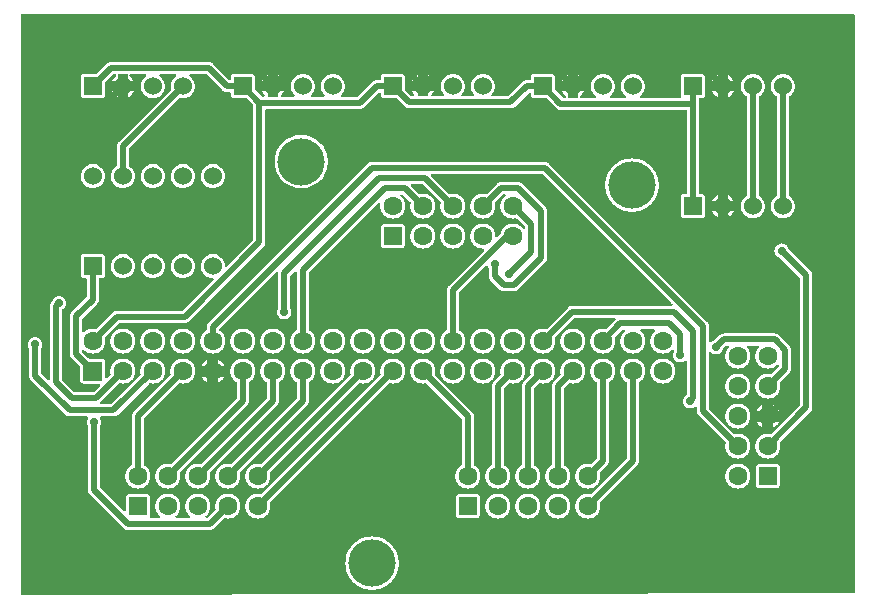
<source format=gbl>
G04 Layer: BottomLayer*
G04 EasyEDA v6.5.5, 2022-06-01 22:07:46*
G04 5fa39ab79a2c48c687a51b611db9c60e,c96cdaf6a0e44fa3bb1e134f2b5c86cb,10*
G04 Gerber Generator version 0.2*
G04 Scale: 100 percent, Rotated: No, Reflected: No *
G04 Dimensions in millimeters *
G04 leading zeros omitted , absolute positions ,4 integer and 5 decimal *
%FSLAX45Y45*%
%MOMM*%

%ADD11C,0.5000*%
%ADD12C,0.7000*%
%ADD13R,1.5240X1.5240*%
%ADD14C,1.5240*%
%ADD16C,1.6000*%
%ADD17C,1.5999*%
%ADD18R,1.5080X1.5080*%
%ADD19C,4.0000*%

%LPD*%
G36*
X36118Y-9773970D02*
G01*
X32207Y-9773208D01*
X28905Y-9771024D01*
X26670Y-9767722D01*
X25908Y-9763810D01*
X25908Y-4862068D01*
X26670Y-4858156D01*
X28905Y-4854905D01*
X32156Y-4852670D01*
X36068Y-4851908D01*
X7075931Y-4851908D01*
X7079843Y-4852670D01*
X7083094Y-4854905D01*
X7085330Y-4858156D01*
X7086092Y-4862068D01*
X7086092Y-9743033D01*
X7085330Y-9746894D01*
X7083145Y-9750196D01*
X7079843Y-9752431D01*
X7075982Y-9753193D01*
G37*

%LPC*%
G36*
X2999994Y-9725914D02*
G01*
X3020822Y-9724948D01*
X3041497Y-9722053D01*
X3061817Y-9717278D01*
X3081578Y-9710623D01*
X3100679Y-9702241D01*
X3118916Y-9692081D01*
X3136138Y-9680295D01*
X3152190Y-9666935D01*
X3166922Y-9652203D01*
X3180283Y-9636150D01*
X3192068Y-9618929D01*
X3202228Y-9600692D01*
X3210661Y-9581591D01*
X3217265Y-9561830D01*
X3222040Y-9541510D01*
X3224936Y-9520834D01*
X3225901Y-9500006D01*
X3224936Y-9479178D01*
X3222040Y-9458502D01*
X3217265Y-9438182D01*
X3210661Y-9418421D01*
X3202228Y-9399320D01*
X3192068Y-9381083D01*
X3180283Y-9363862D01*
X3166922Y-9347809D01*
X3152190Y-9333077D01*
X3136138Y-9319717D01*
X3118916Y-9307931D01*
X3100679Y-9297771D01*
X3081578Y-9289338D01*
X3061817Y-9282734D01*
X3041497Y-9277959D01*
X3020822Y-9275064D01*
X2999994Y-9274098D01*
X2979166Y-9275064D01*
X2958490Y-9277959D01*
X2938170Y-9282734D01*
X2918409Y-9289338D01*
X2899308Y-9297771D01*
X2881071Y-9307931D01*
X2863850Y-9319717D01*
X2847797Y-9333077D01*
X2833065Y-9347809D01*
X2819704Y-9363862D01*
X2807919Y-9381083D01*
X2797810Y-9399320D01*
X2789377Y-9418421D01*
X2782722Y-9438182D01*
X2777947Y-9458502D01*
X2775051Y-9479178D01*
X2774086Y-9500006D01*
X2775051Y-9520834D01*
X2777947Y-9541510D01*
X2782722Y-9561830D01*
X2789377Y-9581591D01*
X2797810Y-9600692D01*
X2807919Y-9618929D01*
X2819704Y-9636150D01*
X2833065Y-9652203D01*
X2847797Y-9666935D01*
X2863850Y-9680295D01*
X2881071Y-9692081D01*
X2899308Y-9702241D01*
X2918409Y-9710623D01*
X2938170Y-9717278D01*
X2958490Y-9722053D01*
X2979166Y-9724948D01*
G37*
G36*
X929335Y-9217253D02*
G01*
X1628444Y-9217253D01*
X1633067Y-9217050D01*
X1637487Y-9216491D01*
X1641805Y-9215526D01*
X1646072Y-9214205D01*
X1650136Y-9212478D01*
X1654098Y-9210446D01*
X1657857Y-9208058D01*
X1661363Y-9205366D01*
X1664817Y-9202216D01*
X1744370Y-9122613D01*
X1747062Y-9120733D01*
X1750212Y-9119768D01*
X1753514Y-9119870D01*
X1764182Y-9121952D01*
X1778000Y-9122867D01*
X1791817Y-9121952D01*
X1805381Y-9119260D01*
X1818538Y-9114840D01*
X1830933Y-9108694D01*
X1842465Y-9101023D01*
X1852879Y-9091879D01*
X1862023Y-9081465D01*
X1869693Y-9069933D01*
X1875840Y-9057538D01*
X1880260Y-9044381D01*
X1882952Y-9030817D01*
X1883867Y-9017000D01*
X1882952Y-9003182D01*
X1880260Y-8989618D01*
X1875840Y-8976461D01*
X1869693Y-8964066D01*
X1862023Y-8952534D01*
X1852879Y-8942120D01*
X1842465Y-8932976D01*
X1830933Y-8925306D01*
X1818538Y-8919159D01*
X1805381Y-8914739D01*
X1791817Y-8912047D01*
X1778000Y-8911132D01*
X1764182Y-8912047D01*
X1750618Y-8914739D01*
X1737461Y-8919159D01*
X1725066Y-8925306D01*
X1713534Y-8932976D01*
X1703120Y-8942120D01*
X1693976Y-8952534D01*
X1686306Y-8964066D01*
X1680159Y-8976461D01*
X1675739Y-8989618D01*
X1673047Y-9003182D01*
X1672132Y-9017000D01*
X1673047Y-9030817D01*
X1675130Y-9041485D01*
X1675231Y-9044787D01*
X1674266Y-9047937D01*
X1672386Y-9050629D01*
X1610512Y-9112453D01*
X1607261Y-9114688D01*
X1603349Y-9115450D01*
X1598980Y-9115450D01*
X1595018Y-9114637D01*
X1591665Y-9112300D01*
X1589481Y-9108846D01*
X1588820Y-9104833D01*
X1589836Y-9100870D01*
X1592275Y-9097670D01*
X1598879Y-9091879D01*
X1608023Y-9081465D01*
X1615694Y-9069933D01*
X1621840Y-9057538D01*
X1626260Y-9044381D01*
X1628952Y-9030817D01*
X1629867Y-9017000D01*
X1628952Y-9003182D01*
X1626260Y-8989618D01*
X1621840Y-8976461D01*
X1615694Y-8964066D01*
X1608023Y-8952534D01*
X1598879Y-8942120D01*
X1588465Y-8932976D01*
X1576933Y-8925306D01*
X1564538Y-8919159D01*
X1551381Y-8914739D01*
X1537817Y-8912047D01*
X1524000Y-8911132D01*
X1510182Y-8912047D01*
X1496618Y-8914739D01*
X1483461Y-8919159D01*
X1471066Y-8925306D01*
X1459534Y-8932976D01*
X1449120Y-8942120D01*
X1439976Y-8952534D01*
X1432306Y-8964066D01*
X1426159Y-8976461D01*
X1421739Y-8989618D01*
X1419047Y-9003182D01*
X1418132Y-9017000D01*
X1419047Y-9030817D01*
X1421739Y-9044381D01*
X1426159Y-9057538D01*
X1432306Y-9069933D01*
X1439976Y-9081465D01*
X1449120Y-9091879D01*
X1455724Y-9097670D01*
X1458163Y-9100870D01*
X1459179Y-9104833D01*
X1458518Y-9108846D01*
X1456334Y-9112300D01*
X1452981Y-9114637D01*
X1449019Y-9115450D01*
X1344980Y-9115450D01*
X1341018Y-9114637D01*
X1337665Y-9112300D01*
X1335481Y-9108846D01*
X1334820Y-9104833D01*
X1335836Y-9100870D01*
X1338275Y-9097670D01*
X1344879Y-9091879D01*
X1354023Y-9081465D01*
X1361694Y-9069933D01*
X1367840Y-9057538D01*
X1372260Y-9044381D01*
X1374952Y-9030817D01*
X1375867Y-9017000D01*
X1374952Y-9003182D01*
X1372260Y-8989618D01*
X1367840Y-8976461D01*
X1361694Y-8964066D01*
X1354023Y-8952534D01*
X1344879Y-8942120D01*
X1334465Y-8932976D01*
X1322933Y-8925306D01*
X1310538Y-8919159D01*
X1297381Y-8914739D01*
X1283817Y-8912047D01*
X1270000Y-8911132D01*
X1256182Y-8912047D01*
X1242618Y-8914739D01*
X1229461Y-8919159D01*
X1217066Y-8925306D01*
X1205534Y-8932976D01*
X1195120Y-8942120D01*
X1185976Y-8952534D01*
X1178306Y-8964066D01*
X1172159Y-8976461D01*
X1167739Y-8989618D01*
X1165047Y-9003182D01*
X1164132Y-9017000D01*
X1165047Y-9030817D01*
X1167739Y-9044381D01*
X1172159Y-9057538D01*
X1178306Y-9069933D01*
X1185976Y-9081465D01*
X1195120Y-9091879D01*
X1201724Y-9097670D01*
X1204163Y-9100870D01*
X1205179Y-9104833D01*
X1204518Y-9108846D01*
X1202334Y-9112300D01*
X1198981Y-9114637D01*
X1195019Y-9115450D01*
X1124864Y-9115450D01*
X1121105Y-9114739D01*
X1117854Y-9112605D01*
X1115618Y-9109506D01*
X1114704Y-9105747D01*
X1115263Y-9101937D01*
X1116584Y-9098127D01*
X1117295Y-9091828D01*
X1117295Y-8942171D01*
X1116584Y-8935872D01*
X1114704Y-8930386D01*
X1111605Y-8925509D01*
X1107490Y-8921394D01*
X1102614Y-8918295D01*
X1097127Y-8916416D01*
X1090828Y-8915704D01*
X941171Y-8915704D01*
X934872Y-8916416D01*
X929386Y-8918295D01*
X924509Y-8921394D01*
X920394Y-8925509D01*
X917295Y-8930386D01*
X915416Y-8935872D01*
X914704Y-8942171D01*
X914704Y-9055354D01*
X913942Y-9059214D01*
X911707Y-9062516D01*
X908405Y-9064701D01*
X904544Y-9065514D01*
X900633Y-9064701D01*
X897331Y-9062516D01*
X698296Y-8863279D01*
X696061Y-8859977D01*
X695299Y-8856065D01*
X695299Y-8341817D01*
X695706Y-8338921D01*
X697941Y-8334756D01*
X701954Y-8325561D01*
X704443Y-8315807D01*
X705256Y-8305800D01*
X704443Y-8295792D01*
X701954Y-8286038D01*
X697941Y-8276844D01*
X695858Y-8273643D01*
X694283Y-8269579D01*
X694588Y-8265261D01*
X696671Y-8261451D01*
X700125Y-8258809D01*
X704342Y-8257895D01*
X809802Y-8257895D01*
X814425Y-8257692D01*
X818845Y-8257133D01*
X823163Y-8256168D01*
X827430Y-8254847D01*
X831494Y-8253120D01*
X835456Y-8251088D01*
X839216Y-8248700D01*
X842721Y-8246008D01*
X846175Y-8242858D01*
X1109370Y-7979664D01*
X1112062Y-7977733D01*
X1115212Y-7976768D01*
X1118514Y-7976870D01*
X1129182Y-7979003D01*
X1143000Y-7979867D01*
X1156817Y-7979003D01*
X1170381Y-7976260D01*
X1183538Y-7971840D01*
X1195933Y-7965694D01*
X1207465Y-7958023D01*
X1217879Y-7948879D01*
X1227023Y-7938465D01*
X1234694Y-7926933D01*
X1240840Y-7914538D01*
X1245260Y-7901381D01*
X1248003Y-7887817D01*
X1248867Y-7874000D01*
X1248003Y-7860182D01*
X1245260Y-7846618D01*
X1240840Y-7833461D01*
X1234694Y-7821066D01*
X1227023Y-7809534D01*
X1217879Y-7799120D01*
X1207465Y-7789976D01*
X1195933Y-7782306D01*
X1183538Y-7776159D01*
X1170381Y-7771739D01*
X1156817Y-7768996D01*
X1143000Y-7768132D01*
X1129182Y-7768996D01*
X1115618Y-7771739D01*
X1102461Y-7776159D01*
X1090066Y-7782306D01*
X1078534Y-7789976D01*
X1068120Y-7799120D01*
X1058976Y-7809534D01*
X1051306Y-7821066D01*
X1045159Y-7833461D01*
X1040739Y-7846618D01*
X1037996Y-7860182D01*
X1037132Y-7874000D01*
X1037996Y-7887817D01*
X1040130Y-7898485D01*
X1040231Y-7901787D01*
X1039266Y-7904937D01*
X1037336Y-7907629D01*
X791870Y-8153095D01*
X788619Y-8155330D01*
X784707Y-8156092D01*
X703427Y-8156092D01*
X699566Y-8155330D01*
X696264Y-8153095D01*
X694029Y-8149793D01*
X693267Y-8145932D01*
X694029Y-8142020D01*
X696264Y-8138718D01*
X855370Y-7979664D01*
X858062Y-7977733D01*
X861212Y-7976768D01*
X864514Y-7976870D01*
X875182Y-7979003D01*
X889000Y-7979867D01*
X902817Y-7979003D01*
X916381Y-7976260D01*
X929538Y-7971840D01*
X941933Y-7965694D01*
X953465Y-7958023D01*
X963879Y-7948879D01*
X973023Y-7938465D01*
X980694Y-7926933D01*
X986840Y-7914538D01*
X991260Y-7901381D01*
X994003Y-7887817D01*
X994867Y-7874000D01*
X994003Y-7860182D01*
X991260Y-7846618D01*
X986840Y-7833461D01*
X980694Y-7821066D01*
X973023Y-7809534D01*
X963879Y-7799120D01*
X953465Y-7789976D01*
X941933Y-7782306D01*
X929538Y-7776159D01*
X916381Y-7771739D01*
X902817Y-7768996D01*
X889000Y-7768132D01*
X875182Y-7768996D01*
X861618Y-7771739D01*
X848461Y-7776159D01*
X836066Y-7782306D01*
X824534Y-7789976D01*
X814120Y-7799120D01*
X804976Y-7809534D01*
X797306Y-7821066D01*
X791159Y-7833461D01*
X786739Y-7846618D01*
X783996Y-7860182D01*
X783132Y-7874000D01*
X783996Y-7887817D01*
X786130Y-7898485D01*
X786231Y-7901787D01*
X785266Y-7904937D01*
X783336Y-7907629D01*
X758240Y-7932775D01*
X754938Y-7934959D01*
X751078Y-7935722D01*
X747166Y-7934959D01*
X743864Y-7932775D01*
X741680Y-7929473D01*
X740918Y-7925562D01*
X740918Y-7794548D01*
X740206Y-7788249D01*
X738276Y-7782763D01*
X735228Y-7777886D01*
X731113Y-7773771D01*
X726236Y-7770723D01*
X720750Y-7768793D01*
X714451Y-7768081D01*
X605282Y-7768081D01*
X601421Y-7767320D01*
X598119Y-7765135D01*
X546150Y-7713116D01*
X543915Y-7709865D01*
X543153Y-7705953D01*
X543153Y-7702397D01*
X543915Y-7698638D01*
X545998Y-7695387D01*
X549148Y-7693152D01*
X552856Y-7692288D01*
X556666Y-7692847D01*
X560019Y-7694777D01*
X570534Y-7704023D01*
X582066Y-7711694D01*
X594461Y-7717840D01*
X607618Y-7722260D01*
X621182Y-7725003D01*
X635000Y-7725867D01*
X648817Y-7725003D01*
X662381Y-7722260D01*
X675538Y-7717840D01*
X687933Y-7711694D01*
X699465Y-7704023D01*
X709879Y-7694879D01*
X719023Y-7684465D01*
X726694Y-7672933D01*
X732840Y-7660538D01*
X737260Y-7647381D01*
X740003Y-7633817D01*
X740867Y-7620000D01*
X740003Y-7606182D01*
X737870Y-7595514D01*
X737768Y-7592212D01*
X738733Y-7589062D01*
X740664Y-7586370D01*
X859637Y-7467396D01*
X862888Y-7465161D01*
X866800Y-7464399D01*
X1416608Y-7464399D01*
X1421231Y-7464196D01*
X1425651Y-7463637D01*
X1429969Y-7462672D01*
X1434236Y-7461351D01*
X1438300Y-7459624D01*
X1442262Y-7457592D01*
X1446022Y-7455204D01*
X1449527Y-7452512D01*
X1452981Y-7449362D01*
X2081834Y-6820509D01*
X2084984Y-6817055D01*
X2087676Y-6813550D01*
X2090064Y-6809790D01*
X2092096Y-6805828D01*
X2093823Y-6801764D01*
X2095144Y-6797497D01*
X2096109Y-6793179D01*
X2096668Y-6788759D01*
X2096871Y-6784136D01*
X2096871Y-5663031D01*
X2097633Y-5659170D01*
X2099868Y-5655868D01*
X2103170Y-5653633D01*
X2107031Y-5652871D01*
X2897428Y-5652871D01*
X2902051Y-5652668D01*
X2906471Y-5652109D01*
X2910789Y-5651144D01*
X2915056Y-5649823D01*
X2919120Y-5648096D01*
X2923082Y-5646064D01*
X2926842Y-5643676D01*
X2930347Y-5640984D01*
X2933801Y-5637834D01*
X3055569Y-5516067D01*
X3058820Y-5513832D01*
X3062732Y-5513070D01*
X3066643Y-5513832D01*
X3069894Y-5516067D01*
X3072130Y-5519369D01*
X3072892Y-5523230D01*
X3072892Y-5536641D01*
X3073603Y-5542940D01*
X3075533Y-5548426D01*
X3078581Y-5553303D01*
X3082696Y-5557418D01*
X3087573Y-5560466D01*
X3093059Y-5562396D01*
X3099358Y-5563108D01*
X3200908Y-5563108D01*
X3204768Y-5563870D01*
X3208070Y-5566105D01*
X3277006Y-5635040D01*
X3280460Y-5638190D01*
X3283965Y-5640882D01*
X3287725Y-5643270D01*
X3291687Y-5645302D01*
X3295751Y-5647029D01*
X3300018Y-5648350D01*
X3304336Y-5649315D01*
X3308756Y-5649874D01*
X3313379Y-5650077D01*
X4170222Y-5650077D01*
X4174845Y-5649874D01*
X4179265Y-5649315D01*
X4183583Y-5648350D01*
X4187850Y-5647029D01*
X4191914Y-5645302D01*
X4195876Y-5643270D01*
X4199636Y-5640882D01*
X4203141Y-5638190D01*
X4206595Y-5635040D01*
X4325569Y-5516067D01*
X4328820Y-5513832D01*
X4332732Y-5513070D01*
X4336643Y-5513832D01*
X4339894Y-5516067D01*
X4342130Y-5519369D01*
X4342892Y-5523230D01*
X4342892Y-5536641D01*
X4343603Y-5542940D01*
X4345533Y-5548426D01*
X4348581Y-5553303D01*
X4352696Y-5557418D01*
X4357573Y-5560466D01*
X4363059Y-5562396D01*
X4369358Y-5563108D01*
X4470908Y-5563108D01*
X4474768Y-5563870D01*
X4478070Y-5566105D01*
X4558182Y-5646216D01*
X4561636Y-5649366D01*
X4565142Y-5652058D01*
X4568901Y-5654446D01*
X4572863Y-5656478D01*
X4576927Y-5658205D01*
X4581194Y-5659526D01*
X4585512Y-5660491D01*
X4589932Y-5661050D01*
X4594555Y-5661253D01*
X5653938Y-5661253D01*
X5657799Y-5662015D01*
X5661101Y-5664250D01*
X5663336Y-5667552D01*
X5664098Y-5671413D01*
X5664098Y-6364732D01*
X5663336Y-6368643D01*
X5661101Y-6371894D01*
X5657799Y-6374130D01*
X5653938Y-6374892D01*
X5639358Y-6374892D01*
X5633059Y-6375603D01*
X5627573Y-6377533D01*
X5622696Y-6380581D01*
X5618581Y-6384696D01*
X5615533Y-6389573D01*
X5613603Y-6395059D01*
X5612892Y-6401358D01*
X5612892Y-6552641D01*
X5613603Y-6558940D01*
X5615533Y-6564426D01*
X5618581Y-6569303D01*
X5622696Y-6573418D01*
X5627573Y-6576466D01*
X5633059Y-6578396D01*
X5639358Y-6579108D01*
X5790641Y-6579108D01*
X5796940Y-6578396D01*
X5802426Y-6576466D01*
X5807303Y-6573418D01*
X5811418Y-6569303D01*
X5814466Y-6564426D01*
X5816396Y-6558940D01*
X5817108Y-6552641D01*
X5817108Y-6401358D01*
X5816396Y-6395059D01*
X5814466Y-6389573D01*
X5811418Y-6384696D01*
X5807303Y-6380581D01*
X5802426Y-6377533D01*
X5796940Y-6375603D01*
X5790641Y-6374892D01*
X5776061Y-6374892D01*
X5772200Y-6374130D01*
X5768898Y-6371894D01*
X5766663Y-6368643D01*
X5765901Y-6364732D01*
X5765901Y-5573268D01*
X5766663Y-5569356D01*
X5768898Y-5566105D01*
X5772200Y-5563870D01*
X5776061Y-5563108D01*
X5790641Y-5563108D01*
X5796940Y-5562396D01*
X5802426Y-5560466D01*
X5807303Y-5557418D01*
X5811418Y-5553303D01*
X5814466Y-5548426D01*
X5816396Y-5542940D01*
X5817108Y-5536641D01*
X5817108Y-5385358D01*
X5816396Y-5379059D01*
X5814466Y-5373573D01*
X5811418Y-5368696D01*
X5807303Y-5364581D01*
X5802426Y-5361533D01*
X5796940Y-5359603D01*
X5790641Y-5358892D01*
X5639358Y-5358892D01*
X5633059Y-5359603D01*
X5627573Y-5361533D01*
X5622696Y-5364581D01*
X5618581Y-5368696D01*
X5615533Y-5373573D01*
X5613603Y-5379059D01*
X5612892Y-5385358D01*
X5612892Y-5536641D01*
X5613603Y-5542940D01*
X5614670Y-5545937D01*
X5615228Y-5549747D01*
X5614314Y-5553506D01*
X5612079Y-5556605D01*
X5608828Y-5558739D01*
X5605068Y-5559450D01*
X5276088Y-5559450D01*
X5272074Y-5558637D01*
X5268722Y-5556250D01*
X5266537Y-5552795D01*
X5265928Y-5548731D01*
X5266994Y-5544769D01*
X5269534Y-5541518D01*
X5277967Y-5534406D01*
X5287111Y-5524246D01*
X5294833Y-5513019D01*
X5300980Y-5500878D01*
X5305450Y-5487974D01*
X5308193Y-5474614D01*
X5309108Y-5461000D01*
X5308193Y-5447385D01*
X5305450Y-5434025D01*
X5300980Y-5421122D01*
X5294833Y-5408980D01*
X5287111Y-5397754D01*
X5277967Y-5387594D01*
X5267553Y-5378805D01*
X5256072Y-5371490D01*
X5243677Y-5365750D01*
X5230672Y-5361686D01*
X5217210Y-5359450D01*
X5203596Y-5358993D01*
X5190032Y-5360314D01*
X5176774Y-5363514D01*
X5164023Y-5368391D01*
X5152085Y-5374944D01*
X5141112Y-5383022D01*
X5131308Y-5392521D01*
X5122824Y-5403240D01*
X5115864Y-5414975D01*
X5110581Y-5427522D01*
X5106974Y-5440680D01*
X5105146Y-5454192D01*
X5105146Y-5467807D01*
X5106974Y-5481320D01*
X5110581Y-5494477D01*
X5115864Y-5507024D01*
X5122824Y-5518759D01*
X5131308Y-5529478D01*
X5141112Y-5538978D01*
X5144008Y-5541111D01*
X5146802Y-5544261D01*
X5148072Y-5548274D01*
X5147614Y-5552440D01*
X5145532Y-5556097D01*
X5142077Y-5558586D01*
X5137962Y-5559450D01*
X5022088Y-5559450D01*
X5018074Y-5558637D01*
X5014722Y-5556250D01*
X5012537Y-5552795D01*
X5011928Y-5548731D01*
X5012994Y-5544769D01*
X5015534Y-5541518D01*
X5023967Y-5534406D01*
X5033111Y-5524246D01*
X5040833Y-5513019D01*
X5046980Y-5500878D01*
X5051450Y-5487974D01*
X5054193Y-5474614D01*
X5055108Y-5461000D01*
X5054193Y-5447385D01*
X5051450Y-5434025D01*
X5046980Y-5421122D01*
X5040833Y-5408980D01*
X5033111Y-5397754D01*
X5023967Y-5387594D01*
X5013553Y-5378805D01*
X5002072Y-5371490D01*
X4989677Y-5365750D01*
X4976672Y-5361686D01*
X4963210Y-5359450D01*
X4949596Y-5358993D01*
X4936032Y-5360314D01*
X4922774Y-5363514D01*
X4910023Y-5368391D01*
X4898085Y-5374944D01*
X4887112Y-5383022D01*
X4877308Y-5392521D01*
X4868824Y-5403240D01*
X4861864Y-5414975D01*
X4856581Y-5427522D01*
X4852974Y-5440680D01*
X4851146Y-5454192D01*
X4851146Y-5467807D01*
X4852974Y-5481320D01*
X4856581Y-5494477D01*
X4861864Y-5507024D01*
X4868824Y-5518759D01*
X4877308Y-5529478D01*
X4887112Y-5538978D01*
X4890008Y-5541111D01*
X4892802Y-5544261D01*
X4894072Y-5548274D01*
X4893614Y-5552440D01*
X4891532Y-5556097D01*
X4888077Y-5558586D01*
X4883962Y-5559450D01*
X4768088Y-5559450D01*
X4764074Y-5558637D01*
X4760722Y-5556250D01*
X4758537Y-5552795D01*
X4757928Y-5548731D01*
X4758994Y-5544769D01*
X4761534Y-5541518D01*
X4769967Y-5534406D01*
X4779111Y-5524246D01*
X4786833Y-5513019D01*
X4790643Y-5505450D01*
X4743450Y-5505450D01*
X4743450Y-5549290D01*
X4742688Y-5553151D01*
X4740452Y-5556453D01*
X4737201Y-5558688D01*
X4733290Y-5559450D01*
X4664710Y-5559450D01*
X4660798Y-5558688D01*
X4657547Y-5556453D01*
X4655312Y-5553151D01*
X4654550Y-5549290D01*
X4654550Y-5505450D01*
X4607204Y-5505450D01*
X4607864Y-5507024D01*
X4614824Y-5518759D01*
X4623308Y-5529478D01*
X4633112Y-5538978D01*
X4636008Y-5541111D01*
X4638802Y-5544261D01*
X4640072Y-5548274D01*
X4639614Y-5552440D01*
X4637532Y-5556097D01*
X4634077Y-5558586D01*
X4629962Y-5559450D01*
X4619650Y-5559450D01*
X4615738Y-5558688D01*
X4612487Y-5556453D01*
X4550105Y-5494070D01*
X4547870Y-5490768D01*
X4547108Y-5486908D01*
X4547108Y-5385358D01*
X4546396Y-5379059D01*
X4544466Y-5373573D01*
X4541418Y-5368696D01*
X4537303Y-5364581D01*
X4532426Y-5361533D01*
X4526940Y-5359603D01*
X4520641Y-5358892D01*
X4369358Y-5358892D01*
X4363059Y-5359603D01*
X4357573Y-5361533D01*
X4352696Y-5364581D01*
X4348581Y-5368696D01*
X4345533Y-5373573D01*
X4343603Y-5379059D01*
X4342892Y-5385358D01*
X4342892Y-5399938D01*
X4342130Y-5403799D01*
X4339894Y-5407101D01*
X4336643Y-5409336D01*
X4332732Y-5410098D01*
X4308805Y-5410098D01*
X4304182Y-5410301D01*
X4299762Y-5410860D01*
X4295444Y-5411825D01*
X4291177Y-5413146D01*
X4287113Y-5414873D01*
X4283151Y-5416905D01*
X4279392Y-5419293D01*
X4275886Y-5421985D01*
X4272432Y-5425135D01*
X4152290Y-5545277D01*
X4149039Y-5547512D01*
X4145127Y-5548274D01*
X4018279Y-5548274D01*
X4014470Y-5547512D01*
X4011218Y-5545429D01*
X4009034Y-5542229D01*
X4008120Y-5538470D01*
X4008780Y-5534609D01*
X4010761Y-5531307D01*
X4017111Y-5524246D01*
X4024833Y-5513019D01*
X4030979Y-5500878D01*
X4035450Y-5487974D01*
X4038193Y-5474614D01*
X4039108Y-5461000D01*
X4038193Y-5447385D01*
X4035450Y-5434025D01*
X4030979Y-5421122D01*
X4024833Y-5408980D01*
X4017111Y-5397754D01*
X4007967Y-5387594D01*
X3997553Y-5378805D01*
X3986072Y-5371490D01*
X3973677Y-5365750D01*
X3960672Y-5361686D01*
X3947210Y-5359450D01*
X3933596Y-5358993D01*
X3920032Y-5360314D01*
X3906774Y-5363514D01*
X3894023Y-5368391D01*
X3882085Y-5374944D01*
X3871112Y-5383022D01*
X3861308Y-5392521D01*
X3852824Y-5403240D01*
X3845864Y-5414975D01*
X3840581Y-5427522D01*
X3836974Y-5440680D01*
X3835146Y-5454192D01*
X3835146Y-5467807D01*
X3836974Y-5481320D01*
X3840581Y-5494477D01*
X3845864Y-5507024D01*
X3852824Y-5518759D01*
X3861308Y-5529478D01*
X3862679Y-5530799D01*
X3864914Y-5534101D01*
X3865778Y-5538012D01*
X3865016Y-5541924D01*
X3862832Y-5545277D01*
X3859529Y-5547461D01*
X3855618Y-5548274D01*
X3764279Y-5548274D01*
X3760470Y-5547512D01*
X3757218Y-5545429D01*
X3755034Y-5542229D01*
X3754120Y-5538470D01*
X3754780Y-5534609D01*
X3756761Y-5531307D01*
X3763111Y-5524246D01*
X3770833Y-5513019D01*
X3776979Y-5500878D01*
X3781450Y-5487974D01*
X3784193Y-5474614D01*
X3785108Y-5461000D01*
X3784193Y-5447385D01*
X3781450Y-5434025D01*
X3776979Y-5421122D01*
X3770833Y-5408980D01*
X3763111Y-5397754D01*
X3753967Y-5387594D01*
X3743553Y-5378805D01*
X3732072Y-5371490D01*
X3719677Y-5365750D01*
X3706672Y-5361686D01*
X3693210Y-5359450D01*
X3679596Y-5358993D01*
X3666032Y-5360314D01*
X3652774Y-5363514D01*
X3640023Y-5368391D01*
X3628085Y-5374944D01*
X3617112Y-5383022D01*
X3607308Y-5392521D01*
X3598824Y-5403240D01*
X3591864Y-5414975D01*
X3586581Y-5427522D01*
X3582974Y-5440680D01*
X3581146Y-5454192D01*
X3581146Y-5467807D01*
X3582974Y-5481320D01*
X3586581Y-5494477D01*
X3591864Y-5507024D01*
X3598824Y-5518759D01*
X3607308Y-5529478D01*
X3608679Y-5530799D01*
X3610914Y-5534101D01*
X3611778Y-5538012D01*
X3611016Y-5541924D01*
X3608832Y-5545277D01*
X3605529Y-5547461D01*
X3601618Y-5548274D01*
X3510279Y-5548274D01*
X3506470Y-5547512D01*
X3503218Y-5545429D01*
X3501034Y-5542229D01*
X3500120Y-5538470D01*
X3500780Y-5534609D01*
X3502761Y-5531307D01*
X3509111Y-5524246D01*
X3516833Y-5513019D01*
X3520643Y-5505450D01*
X3473450Y-5505450D01*
X3473450Y-5538114D01*
X3472687Y-5541975D01*
X3470452Y-5545277D01*
X3467201Y-5547512D01*
X3463290Y-5548274D01*
X3394710Y-5548274D01*
X3390798Y-5547512D01*
X3387547Y-5545277D01*
X3385312Y-5541975D01*
X3384550Y-5538114D01*
X3384550Y-5505450D01*
X3337204Y-5505450D01*
X3337864Y-5507024D01*
X3344824Y-5518759D01*
X3353308Y-5529478D01*
X3354679Y-5530799D01*
X3356914Y-5534101D01*
X3357778Y-5538012D01*
X3357016Y-5541924D01*
X3354832Y-5545277D01*
X3351529Y-5547461D01*
X3347618Y-5548274D01*
X3338474Y-5548274D01*
X3334562Y-5547512D01*
X3331311Y-5545277D01*
X3280105Y-5494070D01*
X3277870Y-5490768D01*
X3277108Y-5486908D01*
X3277108Y-5385358D01*
X3276396Y-5379059D01*
X3274466Y-5373573D01*
X3271418Y-5368696D01*
X3267303Y-5364581D01*
X3262426Y-5361533D01*
X3256940Y-5359603D01*
X3250641Y-5358892D01*
X3099358Y-5358892D01*
X3093059Y-5359603D01*
X3087573Y-5361533D01*
X3082696Y-5364581D01*
X3078581Y-5368696D01*
X3075533Y-5373573D01*
X3073603Y-5379059D01*
X3072892Y-5385358D01*
X3072892Y-5399938D01*
X3072130Y-5403799D01*
X3069894Y-5407101D01*
X3066643Y-5409336D01*
X3062732Y-5410098D01*
X3038805Y-5410098D01*
X3034182Y-5410301D01*
X3029762Y-5410860D01*
X3025444Y-5411825D01*
X3021177Y-5413146D01*
X3017113Y-5414873D01*
X3013151Y-5416905D01*
X3009392Y-5419293D01*
X3005886Y-5421985D01*
X3002432Y-5425135D01*
X2879496Y-5548071D01*
X2876245Y-5550306D01*
X2872333Y-5551068D01*
X2745790Y-5551068D01*
X2741980Y-5550306D01*
X2738729Y-5548223D01*
X2736494Y-5545023D01*
X2735630Y-5541264D01*
X2736240Y-5537403D01*
X2738221Y-5534101D01*
X2747111Y-5524246D01*
X2754833Y-5513019D01*
X2760980Y-5500878D01*
X2765450Y-5487974D01*
X2768193Y-5474614D01*
X2769108Y-5461000D01*
X2768193Y-5447385D01*
X2765450Y-5434025D01*
X2760980Y-5421122D01*
X2754833Y-5408980D01*
X2747111Y-5397754D01*
X2737967Y-5387594D01*
X2727553Y-5378805D01*
X2716072Y-5371490D01*
X2703677Y-5365750D01*
X2690672Y-5361686D01*
X2677210Y-5359450D01*
X2663596Y-5358993D01*
X2650032Y-5360314D01*
X2636774Y-5363514D01*
X2624023Y-5368391D01*
X2612085Y-5374944D01*
X2601112Y-5383022D01*
X2591308Y-5392521D01*
X2582824Y-5403240D01*
X2575864Y-5414975D01*
X2570581Y-5427522D01*
X2566974Y-5440680D01*
X2565146Y-5454192D01*
X2565146Y-5467807D01*
X2566974Y-5481320D01*
X2570581Y-5494477D01*
X2575864Y-5507024D01*
X2582824Y-5518759D01*
X2591308Y-5529478D01*
X2595575Y-5533593D01*
X2597810Y-5536895D01*
X2598623Y-5540806D01*
X2597912Y-5544718D01*
X2595727Y-5548071D01*
X2592425Y-5550255D01*
X2588463Y-5551068D01*
X2491790Y-5551068D01*
X2487980Y-5550306D01*
X2484729Y-5548223D01*
X2482494Y-5545023D01*
X2481630Y-5541264D01*
X2482240Y-5537403D01*
X2484221Y-5534101D01*
X2493111Y-5524246D01*
X2500833Y-5513019D01*
X2506980Y-5500878D01*
X2511450Y-5487974D01*
X2514193Y-5474614D01*
X2515108Y-5461000D01*
X2514193Y-5447385D01*
X2511450Y-5434025D01*
X2506980Y-5421122D01*
X2500833Y-5408980D01*
X2493111Y-5397754D01*
X2483967Y-5387594D01*
X2473553Y-5378805D01*
X2462072Y-5371490D01*
X2449677Y-5365750D01*
X2436672Y-5361686D01*
X2423210Y-5359450D01*
X2409596Y-5358993D01*
X2396032Y-5360314D01*
X2382774Y-5363514D01*
X2370023Y-5368391D01*
X2358085Y-5374944D01*
X2347112Y-5383022D01*
X2337308Y-5392521D01*
X2328824Y-5403240D01*
X2321864Y-5414975D01*
X2316581Y-5427522D01*
X2312974Y-5440680D01*
X2311146Y-5454192D01*
X2311146Y-5467807D01*
X2312974Y-5481320D01*
X2316581Y-5494477D01*
X2321864Y-5507024D01*
X2328824Y-5518759D01*
X2337308Y-5529478D01*
X2341575Y-5533593D01*
X2343810Y-5536895D01*
X2344623Y-5540806D01*
X2343912Y-5544718D01*
X2341727Y-5548071D01*
X2338425Y-5550255D01*
X2334463Y-5551068D01*
X2237790Y-5551068D01*
X2233980Y-5550306D01*
X2230729Y-5548223D01*
X2228494Y-5545023D01*
X2227630Y-5541264D01*
X2228240Y-5537403D01*
X2230221Y-5534101D01*
X2239111Y-5524246D01*
X2246833Y-5513019D01*
X2250643Y-5505450D01*
X2203450Y-5505450D01*
X2203450Y-5540908D01*
X2202688Y-5544769D01*
X2200452Y-5548071D01*
X2197201Y-5550306D01*
X2193290Y-5551068D01*
X2124710Y-5551068D01*
X2120798Y-5550306D01*
X2117547Y-5548071D01*
X2115312Y-5544769D01*
X2114550Y-5540908D01*
X2114550Y-5505450D01*
X2067204Y-5505450D01*
X2067864Y-5507024D01*
X2074824Y-5518759D01*
X2083307Y-5529478D01*
X2087575Y-5533593D01*
X2089810Y-5536895D01*
X2090623Y-5540806D01*
X2089912Y-5544718D01*
X2087727Y-5548071D01*
X2084425Y-5550255D01*
X2080463Y-5551068D01*
X2071268Y-5551068D01*
X2067356Y-5550306D01*
X2064105Y-5548071D01*
X2010105Y-5494070D01*
X2007870Y-5490768D01*
X2007107Y-5486908D01*
X2007107Y-5385358D01*
X2006396Y-5379059D01*
X2004466Y-5373573D01*
X2001418Y-5368696D01*
X1997303Y-5364581D01*
X1992426Y-5361533D01*
X1986940Y-5359603D01*
X1980641Y-5358892D01*
X1829358Y-5358892D01*
X1823059Y-5359603D01*
X1817573Y-5361533D01*
X1812696Y-5364581D01*
X1808581Y-5368696D01*
X1805533Y-5373573D01*
X1803603Y-5379059D01*
X1802892Y-5385358D01*
X1802892Y-5398770D01*
X1802130Y-5402630D01*
X1799894Y-5405932D01*
X1796643Y-5408168D01*
X1792732Y-5408930D01*
X1788820Y-5408168D01*
X1785569Y-5405932D01*
X1652625Y-5272989D01*
X1649171Y-5269839D01*
X1645666Y-5267147D01*
X1641906Y-5264759D01*
X1637944Y-5262727D01*
X1633880Y-5261000D01*
X1629613Y-5259679D01*
X1625295Y-5258714D01*
X1620875Y-5258155D01*
X1616252Y-5257952D01*
X787349Y-5257952D01*
X782726Y-5258155D01*
X778306Y-5258714D01*
X773988Y-5259679D01*
X769721Y-5261000D01*
X765657Y-5262727D01*
X761695Y-5264759D01*
X757936Y-5267147D01*
X754430Y-5269839D01*
X750976Y-5272989D01*
X668070Y-5355894D01*
X664768Y-5358130D01*
X660908Y-5358892D01*
X559358Y-5358892D01*
X553059Y-5359603D01*
X547573Y-5361533D01*
X542696Y-5364581D01*
X538581Y-5368696D01*
X535533Y-5373573D01*
X533603Y-5379059D01*
X532892Y-5385358D01*
X532892Y-5536641D01*
X533603Y-5542940D01*
X535533Y-5548426D01*
X538581Y-5553303D01*
X542696Y-5557418D01*
X547573Y-5560466D01*
X553059Y-5562396D01*
X559358Y-5563108D01*
X710641Y-5563108D01*
X716940Y-5562396D01*
X722426Y-5560466D01*
X727303Y-5557418D01*
X731418Y-5553303D01*
X734466Y-5548426D01*
X736396Y-5542940D01*
X737108Y-5536641D01*
X737108Y-5435092D01*
X737870Y-5431231D01*
X740105Y-5427929D01*
X805281Y-5362752D01*
X808532Y-5360517D01*
X812444Y-5359755D01*
X823772Y-5359755D01*
X827887Y-5360619D01*
X831291Y-5363108D01*
X833424Y-5366766D01*
X833882Y-5370931D01*
X832612Y-5374944D01*
X829818Y-5378094D01*
X823112Y-5383022D01*
X813308Y-5392521D01*
X804824Y-5403240D01*
X797864Y-5414975D01*
X797204Y-5416550D01*
X844550Y-5416550D01*
X844550Y-5369915D01*
X845312Y-5366054D01*
X847547Y-5362752D01*
X850798Y-5360517D01*
X854710Y-5359755D01*
X923290Y-5359755D01*
X927201Y-5360517D01*
X930452Y-5362752D01*
X932687Y-5366054D01*
X933450Y-5369915D01*
X933450Y-5416550D01*
X980643Y-5416550D01*
X976833Y-5408980D01*
X969111Y-5397754D01*
X959967Y-5387594D01*
X949045Y-5378500D01*
X945997Y-5375452D01*
X944473Y-5371388D01*
X944778Y-5367070D01*
X946810Y-5363260D01*
X950264Y-5360670D01*
X954532Y-5359755D01*
X1077772Y-5359755D01*
X1081887Y-5360619D01*
X1085291Y-5363108D01*
X1087424Y-5366766D01*
X1087882Y-5370931D01*
X1086612Y-5374944D01*
X1083818Y-5378094D01*
X1077112Y-5383022D01*
X1067308Y-5392521D01*
X1058824Y-5403240D01*
X1051864Y-5414975D01*
X1046581Y-5427522D01*
X1042974Y-5440680D01*
X1041146Y-5454192D01*
X1041146Y-5467807D01*
X1042974Y-5481320D01*
X1046581Y-5494477D01*
X1051864Y-5507024D01*
X1058824Y-5518759D01*
X1067308Y-5529478D01*
X1077112Y-5538978D01*
X1088085Y-5547055D01*
X1100023Y-5553608D01*
X1112774Y-5558485D01*
X1126032Y-5561685D01*
X1139596Y-5563006D01*
X1153210Y-5562549D01*
X1166672Y-5560314D01*
X1179677Y-5556250D01*
X1192072Y-5550509D01*
X1203553Y-5543194D01*
X1213967Y-5534406D01*
X1223111Y-5524246D01*
X1230833Y-5513019D01*
X1236980Y-5500878D01*
X1241450Y-5487974D01*
X1244193Y-5474614D01*
X1245108Y-5461000D01*
X1244193Y-5447385D01*
X1241450Y-5434025D01*
X1236980Y-5421122D01*
X1230833Y-5408980D01*
X1223111Y-5397754D01*
X1213967Y-5387594D01*
X1203045Y-5378500D01*
X1199997Y-5375452D01*
X1198473Y-5371388D01*
X1198778Y-5367070D01*
X1200810Y-5363260D01*
X1204264Y-5360670D01*
X1208532Y-5359755D01*
X1331772Y-5359755D01*
X1335887Y-5360619D01*
X1339291Y-5363108D01*
X1341424Y-5366766D01*
X1341882Y-5370931D01*
X1340612Y-5374944D01*
X1337818Y-5378094D01*
X1331112Y-5383022D01*
X1321308Y-5392521D01*
X1312824Y-5403240D01*
X1305864Y-5414975D01*
X1300581Y-5427522D01*
X1296974Y-5440680D01*
X1295146Y-5454192D01*
X1295146Y-5467807D01*
X1297076Y-5481675D01*
X1297381Y-5485231D01*
X1296466Y-5488635D01*
X1294434Y-5491581D01*
X853135Y-5932830D01*
X849985Y-5936284D01*
X847293Y-5939790D01*
X844905Y-5943549D01*
X842873Y-5947511D01*
X841146Y-5951575D01*
X839825Y-5955842D01*
X838860Y-5960160D01*
X838301Y-5964580D01*
X838098Y-5969203D01*
X838098Y-6129070D01*
X837590Y-6132271D01*
X836066Y-6135166D01*
X833678Y-6137402D01*
X825753Y-6142888D01*
X815594Y-6152032D01*
X806805Y-6162446D01*
X799490Y-6173927D01*
X793750Y-6186322D01*
X789686Y-6199327D01*
X787450Y-6212789D01*
X786993Y-6226403D01*
X788314Y-6239967D01*
X791514Y-6253226D01*
X796391Y-6265976D01*
X802944Y-6277914D01*
X811022Y-6288887D01*
X820521Y-6298692D01*
X831240Y-6307175D01*
X842975Y-6314135D01*
X855522Y-6319418D01*
X868680Y-6323025D01*
X882192Y-6324854D01*
X895807Y-6324854D01*
X909319Y-6323025D01*
X922477Y-6319418D01*
X935024Y-6314135D01*
X946759Y-6307175D01*
X957478Y-6298692D01*
X966978Y-6288887D01*
X975055Y-6277914D01*
X981608Y-6265976D01*
X986485Y-6253226D01*
X989685Y-6239967D01*
X991006Y-6226403D01*
X990549Y-6212789D01*
X988314Y-6199327D01*
X984250Y-6186322D01*
X978509Y-6173927D01*
X971194Y-6162446D01*
X962406Y-6152032D01*
X952246Y-6142888D01*
X944321Y-6137402D01*
X941933Y-6135166D01*
X940409Y-6132271D01*
X939901Y-6129070D01*
X939901Y-5994298D01*
X940663Y-5990386D01*
X942898Y-5987135D01*
X1366570Y-5563412D01*
X1369364Y-5561431D01*
X1372666Y-5560517D01*
X1376121Y-5560720D01*
X1380032Y-5561685D01*
X1393596Y-5563006D01*
X1407210Y-5562549D01*
X1420672Y-5560314D01*
X1433677Y-5556250D01*
X1446072Y-5550509D01*
X1457553Y-5543194D01*
X1467967Y-5534406D01*
X1477111Y-5524246D01*
X1484833Y-5513019D01*
X1490980Y-5500878D01*
X1495450Y-5487974D01*
X1498193Y-5474614D01*
X1499108Y-5461000D01*
X1498193Y-5447385D01*
X1495450Y-5434025D01*
X1490980Y-5421122D01*
X1484833Y-5408980D01*
X1477111Y-5397754D01*
X1467967Y-5387594D01*
X1457045Y-5378500D01*
X1453997Y-5375452D01*
X1452473Y-5371388D01*
X1452778Y-5367070D01*
X1454810Y-5363260D01*
X1458264Y-5360670D01*
X1462532Y-5359755D01*
X1591157Y-5359755D01*
X1595069Y-5360517D01*
X1598320Y-5362752D01*
X1732432Y-5496864D01*
X1735886Y-5500014D01*
X1739392Y-5502706D01*
X1743151Y-5505094D01*
X1747113Y-5507126D01*
X1751177Y-5508853D01*
X1755444Y-5510174D01*
X1759762Y-5511139D01*
X1764182Y-5511698D01*
X1768805Y-5511901D01*
X1792732Y-5511901D01*
X1796643Y-5512663D01*
X1799894Y-5514898D01*
X1802130Y-5518200D01*
X1802892Y-5522061D01*
X1802892Y-5536641D01*
X1803603Y-5542940D01*
X1805533Y-5548426D01*
X1808581Y-5553303D01*
X1812696Y-5557418D01*
X1817573Y-5560466D01*
X1823059Y-5562396D01*
X1829358Y-5563108D01*
X1930907Y-5563108D01*
X1934768Y-5563870D01*
X1938070Y-5566105D01*
X1992071Y-5620105D01*
X1994306Y-5623356D01*
X1995068Y-5627268D01*
X1995068Y-6759041D01*
X1994306Y-6762953D01*
X1992071Y-6766204D01*
X1770125Y-6988200D01*
X1766874Y-6990384D01*
X1763064Y-6991146D01*
X1759204Y-6990435D01*
X1755902Y-6988352D01*
X1753666Y-6985152D01*
X1752803Y-6981342D01*
X1752549Y-6974789D01*
X1750314Y-6961327D01*
X1746250Y-6948322D01*
X1740509Y-6935927D01*
X1733194Y-6924446D01*
X1724406Y-6914032D01*
X1714246Y-6904888D01*
X1703019Y-6897166D01*
X1690878Y-6891020D01*
X1677974Y-6886549D01*
X1664614Y-6883806D01*
X1651000Y-6882892D01*
X1637385Y-6883806D01*
X1624025Y-6886549D01*
X1611122Y-6891020D01*
X1598980Y-6897166D01*
X1587754Y-6904888D01*
X1577594Y-6914032D01*
X1568805Y-6924446D01*
X1561490Y-6935927D01*
X1555750Y-6948322D01*
X1551686Y-6961327D01*
X1549450Y-6974789D01*
X1548993Y-6988403D01*
X1550314Y-7001967D01*
X1553514Y-7015225D01*
X1558391Y-7027976D01*
X1564944Y-7039914D01*
X1573022Y-7050887D01*
X1582521Y-7060692D01*
X1593240Y-7069175D01*
X1604975Y-7076135D01*
X1617522Y-7081418D01*
X1630680Y-7085025D01*
X1644192Y-7086853D01*
X1646936Y-7086853D01*
X1650796Y-7087616D01*
X1654098Y-7089851D01*
X1656334Y-7093153D01*
X1657096Y-7097014D01*
X1656334Y-7100925D01*
X1654098Y-7104176D01*
X1398676Y-7359599D01*
X1395425Y-7361834D01*
X1391513Y-7362596D01*
X841705Y-7362596D01*
X837082Y-7362799D01*
X832662Y-7363358D01*
X828344Y-7364323D01*
X824077Y-7365644D01*
X820013Y-7367371D01*
X816051Y-7369403D01*
X812292Y-7371791D01*
X808786Y-7374483D01*
X805332Y-7377633D01*
X668629Y-7514336D01*
X665937Y-7516266D01*
X662787Y-7517231D01*
X659485Y-7517130D01*
X648817Y-7514996D01*
X635000Y-7514132D01*
X621182Y-7514996D01*
X607618Y-7517739D01*
X594461Y-7522159D01*
X582066Y-7528306D01*
X570534Y-7535976D01*
X560019Y-7545222D01*
X556666Y-7547152D01*
X552856Y-7547711D01*
X549148Y-7546848D01*
X545998Y-7544612D01*
X543915Y-7541361D01*
X543153Y-7537602D01*
X543153Y-7436256D01*
X543915Y-7432344D01*
X546150Y-7429093D01*
X670864Y-7304379D01*
X674014Y-7300925D01*
X676706Y-7297420D01*
X679094Y-7293660D01*
X681126Y-7289698D01*
X682853Y-7285634D01*
X684174Y-7281367D01*
X685139Y-7277049D01*
X685698Y-7272629D01*
X685901Y-7268006D01*
X685901Y-7097268D01*
X686663Y-7093356D01*
X688898Y-7090105D01*
X692200Y-7087870D01*
X696061Y-7087108D01*
X710641Y-7087108D01*
X716940Y-7086396D01*
X722426Y-7084466D01*
X727303Y-7081418D01*
X731418Y-7077303D01*
X734466Y-7072426D01*
X736396Y-7066940D01*
X737108Y-7060641D01*
X737108Y-6909358D01*
X736396Y-6903059D01*
X734466Y-6897573D01*
X731418Y-6892696D01*
X727303Y-6888581D01*
X722426Y-6885533D01*
X716940Y-6883603D01*
X710641Y-6882892D01*
X559358Y-6882892D01*
X553059Y-6883603D01*
X547573Y-6885533D01*
X542696Y-6888581D01*
X538581Y-6892696D01*
X535533Y-6897573D01*
X533603Y-6903059D01*
X532892Y-6909358D01*
X532892Y-7060641D01*
X533603Y-7066940D01*
X535533Y-7072426D01*
X538581Y-7077303D01*
X542696Y-7081418D01*
X547573Y-7084466D01*
X553059Y-7086396D01*
X559358Y-7087108D01*
X573938Y-7087108D01*
X577799Y-7087870D01*
X581101Y-7090105D01*
X583336Y-7093356D01*
X584098Y-7097268D01*
X584098Y-7242911D01*
X583336Y-7246823D01*
X581101Y-7250074D01*
X456387Y-7374788D01*
X453237Y-7378242D01*
X450545Y-7381748D01*
X448157Y-7385507D01*
X446125Y-7389469D01*
X444398Y-7393533D01*
X443077Y-7397800D01*
X442112Y-7402118D01*
X441553Y-7406538D01*
X441350Y-7411161D01*
X441350Y-7731048D01*
X441553Y-7735671D01*
X442112Y-7740091D01*
X443077Y-7744409D01*
X444398Y-7748676D01*
X446125Y-7752740D01*
X448157Y-7756702D01*
X450545Y-7760462D01*
X453237Y-7763967D01*
X456387Y-7767421D01*
X526135Y-7837119D01*
X528320Y-7840421D01*
X529082Y-7844281D01*
X529082Y-7953451D01*
X529793Y-7959750D01*
X531723Y-7965236D01*
X534771Y-7970113D01*
X538886Y-7974228D01*
X543763Y-7977276D01*
X549249Y-7979206D01*
X555548Y-7979918D01*
X686562Y-7979918D01*
X690473Y-7980680D01*
X693775Y-7982864D01*
X695960Y-7986166D01*
X696722Y-7990078D01*
X695960Y-7993938D01*
X693775Y-7997240D01*
X641248Y-8049717D01*
X637997Y-8051952D01*
X634085Y-8052714D01*
X483260Y-8052714D01*
X479348Y-8051952D01*
X476097Y-8049717D01*
X375462Y-7949082D01*
X373227Y-7945831D01*
X372465Y-7941919D01*
X372465Y-7361123D01*
X373126Y-7357567D01*
X374954Y-7354468D01*
X377799Y-7352182D01*
X382016Y-7349896D01*
X389991Y-7343749D01*
X396798Y-7336332D01*
X402285Y-7327900D01*
X406298Y-7318705D01*
X408787Y-7308951D01*
X409600Y-7298944D01*
X408787Y-7288936D01*
X406298Y-7279182D01*
X402285Y-7269988D01*
X396798Y-7261555D01*
X389991Y-7254138D01*
X382016Y-7247991D01*
X373176Y-7243216D01*
X363677Y-7239914D01*
X353771Y-7238288D01*
X343712Y-7238288D01*
X333806Y-7239914D01*
X324307Y-7243216D01*
X315468Y-7247991D01*
X307492Y-7254138D01*
X300685Y-7261555D01*
X295198Y-7269988D01*
X291185Y-7279182D01*
X290017Y-7283602D01*
X289102Y-7286040D01*
X287578Y-7288123D01*
X282549Y-7293457D01*
X279857Y-7296912D01*
X277469Y-7300671D01*
X275437Y-7304633D01*
X273710Y-7308697D01*
X272389Y-7312964D01*
X271424Y-7317282D01*
X270865Y-7321702D01*
X270662Y-7326325D01*
X270662Y-7940395D01*
X269900Y-7944256D01*
X267665Y-7947558D01*
X264363Y-7949742D01*
X260502Y-7950555D01*
X256590Y-7949742D01*
X253339Y-7947558D01*
X199948Y-7894218D01*
X197713Y-7890916D01*
X196951Y-7887055D01*
X196951Y-7684211D01*
X197358Y-7681315D01*
X199593Y-7677150D01*
X203606Y-7667955D01*
X206095Y-7658201D01*
X206908Y-7648194D01*
X206095Y-7638186D01*
X203606Y-7628432D01*
X199593Y-7619238D01*
X194106Y-7610805D01*
X187299Y-7603388D01*
X179324Y-7597241D01*
X170484Y-7592466D01*
X160985Y-7589164D01*
X151079Y-7587538D01*
X141020Y-7587538D01*
X131114Y-7589164D01*
X121615Y-7592466D01*
X112776Y-7597241D01*
X104800Y-7603388D01*
X97993Y-7610805D01*
X92506Y-7619238D01*
X88493Y-7628432D01*
X86004Y-7638186D01*
X85191Y-7648194D01*
X86004Y-7658201D01*
X88493Y-7667955D01*
X92506Y-7677150D01*
X94742Y-7681315D01*
X95148Y-7684211D01*
X95148Y-7912150D01*
X95351Y-7916824D01*
X95910Y-7921193D01*
X96875Y-7925562D01*
X98196Y-7929778D01*
X99923Y-7933893D01*
X101955Y-7937804D01*
X104394Y-7941564D01*
X107035Y-7945069D01*
X110235Y-7948523D01*
X404825Y-8242858D01*
X408228Y-8246008D01*
X411784Y-8248700D01*
X415493Y-8251088D01*
X419455Y-8253120D01*
X423519Y-8254796D01*
X427786Y-8256168D01*
X432104Y-8257133D01*
X436524Y-8257692D01*
X441147Y-8257895D01*
X584454Y-8257895D01*
X588670Y-8258809D01*
X592124Y-8261451D01*
X594207Y-8265261D01*
X594512Y-8269579D01*
X592937Y-8273643D01*
X590854Y-8276844D01*
X586841Y-8286038D01*
X584352Y-8295792D01*
X583539Y-8305800D01*
X584352Y-8315807D01*
X586841Y-8325561D01*
X590854Y-8334756D01*
X593090Y-8338921D01*
X593496Y-8341817D01*
X593496Y-8881160D01*
X593699Y-8885783D01*
X594258Y-8890203D01*
X595223Y-8894521D01*
X596595Y-8898788D01*
X598271Y-8902852D01*
X600303Y-8906814D01*
X602691Y-8910523D01*
X605434Y-8914079D01*
X608533Y-8917482D01*
X892962Y-9202166D01*
X896416Y-9205366D01*
X899921Y-9208008D01*
X903681Y-9210446D01*
X907592Y-9212478D01*
X911707Y-9214205D01*
X915924Y-9215526D01*
X920292Y-9216491D01*
X924661Y-9217050D01*
G37*
G36*
X4318000Y-9122867D02*
G01*
X4331817Y-9121952D01*
X4345381Y-9119260D01*
X4358538Y-9114840D01*
X4370933Y-9108694D01*
X4382465Y-9101023D01*
X4392879Y-9091879D01*
X4402023Y-9081465D01*
X4409694Y-9069933D01*
X4415840Y-9057538D01*
X4420260Y-9044381D01*
X4422952Y-9030817D01*
X4423867Y-9017000D01*
X4422952Y-9003182D01*
X4420260Y-8989618D01*
X4415840Y-8976461D01*
X4409694Y-8964066D01*
X4402023Y-8952534D01*
X4392879Y-8942120D01*
X4382465Y-8932976D01*
X4370933Y-8925306D01*
X4358538Y-8919159D01*
X4345381Y-8914739D01*
X4331817Y-8912047D01*
X4318000Y-8911132D01*
X4304182Y-8912047D01*
X4290618Y-8914739D01*
X4277461Y-8919159D01*
X4265066Y-8925306D01*
X4253534Y-8932976D01*
X4243120Y-8942120D01*
X4233976Y-8952534D01*
X4226306Y-8964066D01*
X4220159Y-8976461D01*
X4215739Y-8989618D01*
X4213047Y-9003182D01*
X4212132Y-9017000D01*
X4213047Y-9030817D01*
X4215739Y-9044381D01*
X4220159Y-9057538D01*
X4226306Y-9069933D01*
X4233976Y-9081465D01*
X4243120Y-9091879D01*
X4253534Y-9101023D01*
X4265066Y-9108694D01*
X4277461Y-9114840D01*
X4290618Y-9119260D01*
X4304182Y-9121952D01*
G37*
G36*
X4064000Y-9122867D02*
G01*
X4077817Y-9121952D01*
X4091381Y-9119260D01*
X4104538Y-9114840D01*
X4116933Y-9108694D01*
X4128465Y-9101023D01*
X4138879Y-9091879D01*
X4148023Y-9081465D01*
X4155694Y-9069933D01*
X4161840Y-9057538D01*
X4166260Y-9044381D01*
X4168952Y-9030817D01*
X4169867Y-9017000D01*
X4168952Y-9003182D01*
X4166260Y-8989618D01*
X4161840Y-8976461D01*
X4155694Y-8964066D01*
X4148023Y-8952534D01*
X4138879Y-8942120D01*
X4128465Y-8932976D01*
X4116933Y-8925306D01*
X4104538Y-8919159D01*
X4091381Y-8914739D01*
X4077817Y-8912047D01*
X4064000Y-8911132D01*
X4050182Y-8912047D01*
X4036618Y-8914739D01*
X4023461Y-8919159D01*
X4011066Y-8925306D01*
X3999534Y-8932976D01*
X3989120Y-8942120D01*
X3979976Y-8952534D01*
X3972306Y-8964066D01*
X3966159Y-8976461D01*
X3961739Y-8989618D01*
X3959047Y-9003182D01*
X3958132Y-9017000D01*
X3959047Y-9030817D01*
X3961739Y-9044381D01*
X3966159Y-9057538D01*
X3972306Y-9069933D01*
X3979976Y-9081465D01*
X3989120Y-9091879D01*
X3999534Y-9101023D01*
X4011066Y-9108694D01*
X4023461Y-9114840D01*
X4036618Y-9119260D01*
X4050182Y-9121952D01*
G37*
G36*
X4572000Y-9122867D02*
G01*
X4585817Y-9121952D01*
X4599381Y-9119260D01*
X4612538Y-9114840D01*
X4624933Y-9108694D01*
X4636465Y-9101023D01*
X4646879Y-9091879D01*
X4656023Y-9081465D01*
X4663694Y-9069933D01*
X4669840Y-9057538D01*
X4674260Y-9044381D01*
X4676952Y-9030817D01*
X4677867Y-9017000D01*
X4676952Y-9003182D01*
X4674260Y-8989618D01*
X4669840Y-8976461D01*
X4663694Y-8964066D01*
X4656023Y-8952534D01*
X4646879Y-8942120D01*
X4636465Y-8932976D01*
X4624933Y-8925306D01*
X4612538Y-8919159D01*
X4599381Y-8914739D01*
X4585817Y-8912047D01*
X4572000Y-8911132D01*
X4558182Y-8912047D01*
X4544618Y-8914739D01*
X4531461Y-8919159D01*
X4519066Y-8925306D01*
X4507534Y-8932976D01*
X4497120Y-8942120D01*
X4487976Y-8952534D01*
X4480306Y-8964066D01*
X4474159Y-8976461D01*
X4469739Y-8989618D01*
X4467047Y-9003182D01*
X4466132Y-9017000D01*
X4467047Y-9030817D01*
X4469739Y-9044381D01*
X4474159Y-9057538D01*
X4480306Y-9069933D01*
X4487976Y-9081465D01*
X4497120Y-9091879D01*
X4507534Y-9101023D01*
X4519066Y-9108694D01*
X4531461Y-9114840D01*
X4544618Y-9119260D01*
X4558182Y-9121952D01*
G37*
G36*
X4826000Y-9122867D02*
G01*
X4839817Y-9121952D01*
X4853381Y-9119260D01*
X4866538Y-9114840D01*
X4878933Y-9108694D01*
X4890465Y-9101023D01*
X4900879Y-9091879D01*
X4910023Y-9081465D01*
X4917694Y-9069933D01*
X4923840Y-9057538D01*
X4928260Y-9044381D01*
X4930952Y-9030817D01*
X4931867Y-9017000D01*
X4930952Y-9003182D01*
X4928870Y-8992514D01*
X4928768Y-8989212D01*
X4929733Y-8986062D01*
X4931613Y-8983370D01*
X5242864Y-8672169D01*
X5246014Y-8668715D01*
X5248706Y-8665210D01*
X5251094Y-8661450D01*
X5253126Y-8657488D01*
X5254853Y-8653424D01*
X5256174Y-8649157D01*
X5257139Y-8644839D01*
X5257698Y-8640419D01*
X5257901Y-8635796D01*
X5257901Y-7972501D01*
X5258460Y-7969250D01*
X5259984Y-7966303D01*
X5262422Y-7964017D01*
X5271465Y-7958023D01*
X5281879Y-7948879D01*
X5291023Y-7938465D01*
X5298694Y-7926933D01*
X5304840Y-7914538D01*
X5309260Y-7901381D01*
X5312003Y-7887817D01*
X5312867Y-7874000D01*
X5312003Y-7860182D01*
X5309260Y-7846618D01*
X5304840Y-7833461D01*
X5298694Y-7821066D01*
X5291023Y-7809534D01*
X5281879Y-7799120D01*
X5271465Y-7789976D01*
X5259933Y-7782306D01*
X5247538Y-7776159D01*
X5234381Y-7771739D01*
X5220817Y-7768996D01*
X5207000Y-7768132D01*
X5193182Y-7768996D01*
X5179618Y-7771739D01*
X5166461Y-7776159D01*
X5154066Y-7782306D01*
X5142534Y-7789976D01*
X5132120Y-7799120D01*
X5122976Y-7809534D01*
X5115306Y-7821066D01*
X5109159Y-7833461D01*
X5104739Y-7846618D01*
X5101996Y-7860182D01*
X5101132Y-7874000D01*
X5101996Y-7887817D01*
X5104739Y-7901381D01*
X5109159Y-7914538D01*
X5115306Y-7926933D01*
X5122976Y-7938465D01*
X5132120Y-7948879D01*
X5142534Y-7958023D01*
X5151577Y-7964017D01*
X5154015Y-7966303D01*
X5155539Y-7969250D01*
X5156098Y-7972501D01*
X5156098Y-8610701D01*
X5155336Y-8614613D01*
X5153101Y-8617864D01*
X4859629Y-8911386D01*
X4856937Y-8913266D01*
X4853787Y-8914231D01*
X4850485Y-8914130D01*
X4839817Y-8912047D01*
X4826000Y-8911132D01*
X4812182Y-8912047D01*
X4798618Y-8914739D01*
X4785461Y-8919159D01*
X4773066Y-8925306D01*
X4761534Y-8932976D01*
X4751120Y-8942120D01*
X4741976Y-8952534D01*
X4734306Y-8964066D01*
X4728159Y-8976461D01*
X4723739Y-8989618D01*
X4721047Y-9003182D01*
X4720132Y-9017000D01*
X4721047Y-9030817D01*
X4723739Y-9044381D01*
X4728159Y-9057538D01*
X4734306Y-9069933D01*
X4741976Y-9081465D01*
X4751120Y-9091879D01*
X4761534Y-9101023D01*
X4773066Y-9108694D01*
X4785461Y-9114840D01*
X4798618Y-9119260D01*
X4812182Y-9121952D01*
G37*
G36*
X2032000Y-9122867D02*
G01*
X2045817Y-9121952D01*
X2059381Y-9119260D01*
X2072538Y-9114840D01*
X2084933Y-9108694D01*
X2096465Y-9101023D01*
X2106879Y-9091879D01*
X2116023Y-9081465D01*
X2123694Y-9069933D01*
X2129840Y-9057538D01*
X2134260Y-9044381D01*
X2136952Y-9030817D01*
X2137867Y-9017000D01*
X2136952Y-9003182D01*
X2134870Y-8992514D01*
X2134768Y-8989212D01*
X2135733Y-8986062D01*
X2137613Y-8983370D01*
X3141370Y-7979664D01*
X3144062Y-7977733D01*
X3147212Y-7976768D01*
X3150514Y-7976870D01*
X3161182Y-7979003D01*
X3175000Y-7979867D01*
X3188817Y-7979003D01*
X3202381Y-7976260D01*
X3215538Y-7971840D01*
X3227933Y-7965694D01*
X3239465Y-7958023D01*
X3249879Y-7948879D01*
X3259023Y-7938465D01*
X3266694Y-7926933D01*
X3272840Y-7914538D01*
X3277260Y-7901381D01*
X3280003Y-7887817D01*
X3280867Y-7874000D01*
X3280003Y-7860182D01*
X3277260Y-7846618D01*
X3272840Y-7833461D01*
X3266694Y-7821066D01*
X3259023Y-7809534D01*
X3249879Y-7799120D01*
X3239465Y-7789976D01*
X3227933Y-7782306D01*
X3215538Y-7776159D01*
X3202381Y-7771739D01*
X3188817Y-7768996D01*
X3175000Y-7768132D01*
X3161182Y-7768996D01*
X3147618Y-7771739D01*
X3134461Y-7776159D01*
X3122066Y-7782306D01*
X3110534Y-7789976D01*
X3100120Y-7799120D01*
X3090976Y-7809534D01*
X3083306Y-7821066D01*
X3077159Y-7833461D01*
X3072739Y-7846618D01*
X3069996Y-7860182D01*
X3069132Y-7874000D01*
X3069996Y-7887817D01*
X3072130Y-7898485D01*
X3072231Y-7901787D01*
X3071266Y-7904937D01*
X3069336Y-7907629D01*
X2065629Y-8911386D01*
X2062937Y-8913266D01*
X2059787Y-8914231D01*
X2056485Y-8914130D01*
X2045817Y-8912047D01*
X2032000Y-8911132D01*
X2018182Y-8912047D01*
X2004618Y-8914739D01*
X1991461Y-8919159D01*
X1979066Y-8925306D01*
X1967534Y-8932976D01*
X1957120Y-8942120D01*
X1947976Y-8952534D01*
X1940306Y-8964066D01*
X1934159Y-8976461D01*
X1929739Y-8989618D01*
X1927047Y-9003182D01*
X1926132Y-9017000D01*
X1927047Y-9030817D01*
X1929739Y-9044381D01*
X1934159Y-9057538D01*
X1940306Y-9069933D01*
X1947976Y-9081465D01*
X1957120Y-9091879D01*
X1967534Y-9101023D01*
X1979066Y-9108694D01*
X1991461Y-9114840D01*
X2004618Y-9119260D01*
X2018182Y-9121952D01*
G37*
G36*
X3735171Y-9118295D02*
G01*
X3884828Y-9118295D01*
X3891127Y-9117584D01*
X3896614Y-9115704D01*
X3901490Y-9112605D01*
X3905605Y-9108490D01*
X3908704Y-9103614D01*
X3910584Y-9098127D01*
X3911295Y-9091828D01*
X3911295Y-8942171D01*
X3910584Y-8935872D01*
X3908704Y-8930386D01*
X3905605Y-8925509D01*
X3901490Y-8921394D01*
X3896614Y-8918295D01*
X3891127Y-8916416D01*
X3884828Y-8915704D01*
X3735171Y-8915704D01*
X3728872Y-8916416D01*
X3723386Y-8918295D01*
X3718509Y-8921394D01*
X3714394Y-8925509D01*
X3711295Y-8930386D01*
X3709415Y-8935872D01*
X3708704Y-8942171D01*
X3708704Y-9091828D01*
X3709415Y-9098127D01*
X3711295Y-9103614D01*
X3714394Y-9108490D01*
X3718509Y-9112605D01*
X3723386Y-9115704D01*
X3728872Y-9117584D01*
G37*
G36*
X6096000Y-8868867D02*
G01*
X6109817Y-8867952D01*
X6123381Y-8865260D01*
X6136538Y-8860840D01*
X6148933Y-8854694D01*
X6160465Y-8847023D01*
X6170879Y-8837879D01*
X6180023Y-8827465D01*
X6187694Y-8815933D01*
X6193840Y-8803538D01*
X6198260Y-8790381D01*
X6200952Y-8776817D01*
X6201867Y-8763000D01*
X6200952Y-8749182D01*
X6198260Y-8735618D01*
X6193840Y-8722461D01*
X6187694Y-8710066D01*
X6180023Y-8698534D01*
X6170879Y-8688120D01*
X6160465Y-8678976D01*
X6148933Y-8671306D01*
X6136538Y-8665159D01*
X6123381Y-8660739D01*
X6109817Y-8658047D01*
X6096000Y-8657132D01*
X6082182Y-8658047D01*
X6068618Y-8660739D01*
X6055461Y-8665159D01*
X6043066Y-8671306D01*
X6031534Y-8678976D01*
X6021120Y-8688120D01*
X6011976Y-8698534D01*
X6004306Y-8710066D01*
X5998159Y-8722461D01*
X5993739Y-8735618D01*
X5991047Y-8749182D01*
X5990132Y-8763000D01*
X5991047Y-8776817D01*
X5993739Y-8790381D01*
X5998159Y-8803538D01*
X6004306Y-8815933D01*
X6011976Y-8827465D01*
X6021120Y-8837879D01*
X6031534Y-8847023D01*
X6043066Y-8854694D01*
X6055461Y-8860840D01*
X6068618Y-8865260D01*
X6082182Y-8867952D01*
G37*
G36*
X4064000Y-8868867D02*
G01*
X4077817Y-8867952D01*
X4091381Y-8865260D01*
X4104538Y-8860840D01*
X4116933Y-8854694D01*
X4128465Y-8847023D01*
X4138879Y-8837879D01*
X4148023Y-8827465D01*
X4155694Y-8815933D01*
X4161840Y-8803538D01*
X4166260Y-8790381D01*
X4168952Y-8776817D01*
X4169867Y-8763000D01*
X4168952Y-8749182D01*
X4166260Y-8735618D01*
X4161840Y-8722461D01*
X4155694Y-8710066D01*
X4148023Y-8698534D01*
X4138879Y-8688120D01*
X4128465Y-8678976D01*
X4119422Y-8672982D01*
X4116984Y-8670696D01*
X4115460Y-8667800D01*
X4114901Y-8664498D01*
X4114901Y-8026298D01*
X4115663Y-8022386D01*
X4117898Y-8019135D01*
X4157370Y-7979664D01*
X4160062Y-7977733D01*
X4163212Y-7976768D01*
X4166514Y-7976870D01*
X4177182Y-7979003D01*
X4191000Y-7979867D01*
X4204817Y-7979003D01*
X4218381Y-7976260D01*
X4231538Y-7971840D01*
X4243933Y-7965694D01*
X4255465Y-7958023D01*
X4265879Y-7948879D01*
X4275023Y-7938465D01*
X4282694Y-7926933D01*
X4288840Y-7914538D01*
X4293260Y-7901381D01*
X4296003Y-7887817D01*
X4296867Y-7874000D01*
X4296003Y-7860182D01*
X4293260Y-7846618D01*
X4288840Y-7833461D01*
X4282694Y-7821066D01*
X4275023Y-7809534D01*
X4265879Y-7799120D01*
X4255465Y-7789976D01*
X4243933Y-7782306D01*
X4231538Y-7776159D01*
X4218381Y-7771739D01*
X4204817Y-7768996D01*
X4191000Y-7768132D01*
X4177182Y-7768996D01*
X4163618Y-7771739D01*
X4150461Y-7776159D01*
X4138066Y-7782306D01*
X4126534Y-7789976D01*
X4116120Y-7799120D01*
X4106976Y-7809534D01*
X4099306Y-7821066D01*
X4093159Y-7833461D01*
X4088739Y-7846618D01*
X4085996Y-7860182D01*
X4085132Y-7874000D01*
X4085996Y-7887817D01*
X4088129Y-7898485D01*
X4088231Y-7901787D01*
X4087266Y-7904937D01*
X4085336Y-7907629D01*
X4028135Y-7964830D01*
X4024985Y-7968284D01*
X4022293Y-7971790D01*
X4019905Y-7975549D01*
X4017873Y-7979511D01*
X4016146Y-7983575D01*
X4014825Y-7987842D01*
X4013860Y-7992160D01*
X4013301Y-7996580D01*
X4013098Y-8001203D01*
X4013098Y-8664498D01*
X4012539Y-8667800D01*
X4011015Y-8670696D01*
X4008577Y-8672982D01*
X3999534Y-8678976D01*
X3989120Y-8688120D01*
X3979976Y-8698534D01*
X3972306Y-8710066D01*
X3966159Y-8722461D01*
X3961739Y-8735618D01*
X3959047Y-8749182D01*
X3958132Y-8763000D01*
X3959047Y-8776817D01*
X3961739Y-8790381D01*
X3966159Y-8803538D01*
X3972306Y-8815933D01*
X3979976Y-8827465D01*
X3989120Y-8837879D01*
X3999534Y-8847023D01*
X4011066Y-8854694D01*
X4023461Y-8860840D01*
X4036618Y-8865260D01*
X4050182Y-8867952D01*
G37*
G36*
X4572000Y-8868867D02*
G01*
X4585817Y-8867952D01*
X4599381Y-8865260D01*
X4612538Y-8860840D01*
X4624933Y-8854694D01*
X4636465Y-8847023D01*
X4646879Y-8837879D01*
X4656023Y-8827465D01*
X4663694Y-8815933D01*
X4669840Y-8803538D01*
X4674260Y-8790381D01*
X4676952Y-8776817D01*
X4677867Y-8763000D01*
X4676952Y-8749182D01*
X4674260Y-8735618D01*
X4669840Y-8722461D01*
X4663694Y-8710066D01*
X4656023Y-8698534D01*
X4646879Y-8688120D01*
X4636465Y-8678976D01*
X4627422Y-8672982D01*
X4624984Y-8670696D01*
X4623460Y-8667800D01*
X4622901Y-8664498D01*
X4622901Y-8026298D01*
X4623663Y-8022386D01*
X4625898Y-8019135D01*
X4665370Y-7979664D01*
X4668062Y-7977733D01*
X4671212Y-7976768D01*
X4674514Y-7976870D01*
X4685182Y-7979003D01*
X4699000Y-7979867D01*
X4712817Y-7979003D01*
X4726381Y-7976260D01*
X4739538Y-7971840D01*
X4751933Y-7965694D01*
X4763465Y-7958023D01*
X4773879Y-7948879D01*
X4783023Y-7938465D01*
X4790694Y-7926933D01*
X4796840Y-7914538D01*
X4801260Y-7901381D01*
X4804003Y-7887817D01*
X4804867Y-7874000D01*
X4804003Y-7860182D01*
X4801260Y-7846618D01*
X4796840Y-7833461D01*
X4790694Y-7821066D01*
X4783023Y-7809534D01*
X4773879Y-7799120D01*
X4763465Y-7789976D01*
X4751933Y-7782306D01*
X4739538Y-7776159D01*
X4726381Y-7771739D01*
X4712817Y-7768996D01*
X4699000Y-7768132D01*
X4685182Y-7768996D01*
X4671618Y-7771739D01*
X4658461Y-7776159D01*
X4646066Y-7782306D01*
X4634534Y-7789976D01*
X4624120Y-7799120D01*
X4614976Y-7809534D01*
X4607306Y-7821066D01*
X4601159Y-7833461D01*
X4596739Y-7846618D01*
X4593996Y-7860182D01*
X4593132Y-7874000D01*
X4593996Y-7887817D01*
X4596130Y-7898485D01*
X4596231Y-7901787D01*
X4595266Y-7904937D01*
X4593336Y-7907629D01*
X4536135Y-7964830D01*
X4532985Y-7968284D01*
X4530293Y-7971790D01*
X4527905Y-7975549D01*
X4525873Y-7979511D01*
X4524146Y-7983575D01*
X4522825Y-7987842D01*
X4521860Y-7992160D01*
X4521301Y-7996580D01*
X4521098Y-8001203D01*
X4521098Y-8664498D01*
X4520539Y-8667800D01*
X4519015Y-8670696D01*
X4516577Y-8672982D01*
X4507534Y-8678976D01*
X4497120Y-8688120D01*
X4487976Y-8698534D01*
X4480306Y-8710066D01*
X4474159Y-8722461D01*
X4469739Y-8735618D01*
X4467047Y-8749182D01*
X4466132Y-8763000D01*
X4467047Y-8776817D01*
X4469739Y-8790381D01*
X4474159Y-8803538D01*
X4480306Y-8815933D01*
X4487976Y-8827465D01*
X4497120Y-8837879D01*
X4507534Y-8847023D01*
X4519066Y-8854694D01*
X4531461Y-8860840D01*
X4544618Y-8865260D01*
X4558182Y-8867952D01*
G37*
G36*
X4318000Y-8868867D02*
G01*
X4331817Y-8867952D01*
X4345381Y-8865260D01*
X4358538Y-8860840D01*
X4370933Y-8854694D01*
X4382465Y-8847023D01*
X4392879Y-8837879D01*
X4402023Y-8827465D01*
X4409694Y-8815933D01*
X4415840Y-8803538D01*
X4420260Y-8790381D01*
X4422952Y-8776817D01*
X4423867Y-8763000D01*
X4422952Y-8749182D01*
X4420260Y-8735618D01*
X4415840Y-8722461D01*
X4409694Y-8710066D01*
X4402023Y-8698534D01*
X4392879Y-8688120D01*
X4382465Y-8678976D01*
X4373422Y-8672982D01*
X4370984Y-8670696D01*
X4369460Y-8667800D01*
X4368901Y-8664498D01*
X4368901Y-8026298D01*
X4369663Y-8022386D01*
X4371898Y-8019135D01*
X4411370Y-7979664D01*
X4414062Y-7977733D01*
X4417212Y-7976768D01*
X4420514Y-7976870D01*
X4431182Y-7979003D01*
X4445000Y-7979867D01*
X4458817Y-7979003D01*
X4472381Y-7976260D01*
X4485538Y-7971840D01*
X4497933Y-7965694D01*
X4509465Y-7958023D01*
X4519879Y-7948879D01*
X4529023Y-7938465D01*
X4536694Y-7926933D01*
X4542840Y-7914538D01*
X4547260Y-7901381D01*
X4550003Y-7887817D01*
X4550867Y-7874000D01*
X4550003Y-7860182D01*
X4547260Y-7846618D01*
X4542840Y-7833461D01*
X4536694Y-7821066D01*
X4529023Y-7809534D01*
X4519879Y-7799120D01*
X4509465Y-7789976D01*
X4497933Y-7782306D01*
X4485538Y-7776159D01*
X4472381Y-7771739D01*
X4458817Y-7768996D01*
X4445000Y-7768132D01*
X4431182Y-7768996D01*
X4417618Y-7771739D01*
X4404461Y-7776159D01*
X4392066Y-7782306D01*
X4380534Y-7789976D01*
X4370120Y-7799120D01*
X4360976Y-7809534D01*
X4353306Y-7821066D01*
X4347159Y-7833461D01*
X4342739Y-7846618D01*
X4339996Y-7860182D01*
X4339132Y-7874000D01*
X4339996Y-7887817D01*
X4342130Y-7898485D01*
X4342231Y-7901787D01*
X4341266Y-7904937D01*
X4339336Y-7907629D01*
X4282135Y-7964830D01*
X4278985Y-7968284D01*
X4276293Y-7971790D01*
X4273905Y-7975549D01*
X4271873Y-7979511D01*
X4270146Y-7983575D01*
X4268825Y-7987842D01*
X4267860Y-7992160D01*
X4267301Y-7996580D01*
X4267098Y-8001203D01*
X4267098Y-8664498D01*
X4266539Y-8667800D01*
X4265015Y-8670696D01*
X4262577Y-8672982D01*
X4253534Y-8678976D01*
X4243120Y-8688120D01*
X4233976Y-8698534D01*
X4226306Y-8710066D01*
X4220159Y-8722461D01*
X4215739Y-8735618D01*
X4213047Y-8749182D01*
X4212132Y-8763000D01*
X4213047Y-8776817D01*
X4215739Y-8790381D01*
X4220159Y-8803538D01*
X4226306Y-8815933D01*
X4233976Y-8827465D01*
X4243120Y-8837879D01*
X4253534Y-8847023D01*
X4265066Y-8854694D01*
X4277461Y-8860840D01*
X4290618Y-8865260D01*
X4304182Y-8867952D01*
G37*
G36*
X4826000Y-8868867D02*
G01*
X4839817Y-8867952D01*
X4853381Y-8865260D01*
X4866538Y-8860840D01*
X4878933Y-8854694D01*
X4890465Y-8847023D01*
X4900879Y-8837879D01*
X4910023Y-8827465D01*
X4917694Y-8815933D01*
X4923840Y-8803538D01*
X4928260Y-8790381D01*
X4930952Y-8776817D01*
X4931867Y-8763000D01*
X4930952Y-8749182D01*
X4928870Y-8738514D01*
X4928768Y-8735212D01*
X4929733Y-8732062D01*
X4931613Y-8729370D01*
X4988864Y-8672169D01*
X4992014Y-8668715D01*
X4994706Y-8665210D01*
X4997094Y-8661450D01*
X4999126Y-8657488D01*
X5000853Y-8653424D01*
X5002174Y-8649157D01*
X5003139Y-8644839D01*
X5003698Y-8640419D01*
X5003901Y-8635796D01*
X5003901Y-7972501D01*
X5004460Y-7969250D01*
X5005984Y-7966303D01*
X5008422Y-7964017D01*
X5017465Y-7958023D01*
X5027879Y-7948879D01*
X5037023Y-7938465D01*
X5044694Y-7926933D01*
X5050840Y-7914538D01*
X5055260Y-7901381D01*
X5058003Y-7887817D01*
X5058867Y-7874000D01*
X5058003Y-7860182D01*
X5055260Y-7846618D01*
X5050840Y-7833461D01*
X5044694Y-7821066D01*
X5037023Y-7809534D01*
X5027879Y-7799120D01*
X5017465Y-7789976D01*
X5005933Y-7782306D01*
X4993538Y-7776159D01*
X4980381Y-7771739D01*
X4966817Y-7768996D01*
X4953000Y-7768132D01*
X4939182Y-7768996D01*
X4925618Y-7771739D01*
X4912461Y-7776159D01*
X4900066Y-7782306D01*
X4888534Y-7789976D01*
X4878120Y-7799120D01*
X4868976Y-7809534D01*
X4861306Y-7821066D01*
X4855159Y-7833461D01*
X4850739Y-7846618D01*
X4847996Y-7860182D01*
X4847132Y-7874000D01*
X4847996Y-7887817D01*
X4850739Y-7901381D01*
X4855159Y-7914538D01*
X4861306Y-7926933D01*
X4868976Y-7938465D01*
X4878120Y-7948879D01*
X4888534Y-7958023D01*
X4897577Y-7964017D01*
X4900015Y-7966303D01*
X4901539Y-7969250D01*
X4902098Y-7972501D01*
X4902098Y-8610701D01*
X4901336Y-8614613D01*
X4899101Y-8617864D01*
X4859629Y-8657386D01*
X4856937Y-8659266D01*
X4853787Y-8660231D01*
X4850485Y-8660130D01*
X4839817Y-8658047D01*
X4826000Y-8657132D01*
X4812182Y-8658047D01*
X4798618Y-8660739D01*
X4785461Y-8665159D01*
X4773066Y-8671306D01*
X4761534Y-8678976D01*
X4751120Y-8688120D01*
X4741976Y-8698534D01*
X4734306Y-8710066D01*
X4728159Y-8722461D01*
X4723739Y-8735618D01*
X4721047Y-8749182D01*
X4720132Y-8763000D01*
X4721047Y-8776817D01*
X4723739Y-8790381D01*
X4728159Y-8803538D01*
X4734306Y-8815933D01*
X4741976Y-8827465D01*
X4751120Y-8837879D01*
X4761534Y-8847023D01*
X4773066Y-8854694D01*
X4785461Y-8860840D01*
X4798618Y-8865260D01*
X4812182Y-8867952D01*
G37*
G36*
X1016000Y-8868867D02*
G01*
X1029817Y-8867952D01*
X1043381Y-8865260D01*
X1056538Y-8860840D01*
X1068933Y-8854694D01*
X1080465Y-8847023D01*
X1090879Y-8837879D01*
X1100023Y-8827465D01*
X1107694Y-8815933D01*
X1113840Y-8803538D01*
X1118260Y-8790381D01*
X1120952Y-8776817D01*
X1121867Y-8763000D01*
X1120952Y-8749182D01*
X1118260Y-8735618D01*
X1113840Y-8722461D01*
X1107694Y-8710066D01*
X1100023Y-8698534D01*
X1090879Y-8688120D01*
X1080465Y-8678976D01*
X1071422Y-8672982D01*
X1068984Y-8670696D01*
X1067460Y-8667800D01*
X1066901Y-8664498D01*
X1066901Y-8280298D01*
X1067663Y-8276386D01*
X1069898Y-8273135D01*
X1363370Y-7979664D01*
X1366062Y-7977733D01*
X1369212Y-7976768D01*
X1372514Y-7976870D01*
X1383182Y-7979003D01*
X1397000Y-7979867D01*
X1410817Y-7979003D01*
X1424381Y-7976260D01*
X1437538Y-7971840D01*
X1449933Y-7965694D01*
X1461465Y-7958023D01*
X1471879Y-7948879D01*
X1481023Y-7938465D01*
X1488694Y-7926933D01*
X1494840Y-7914538D01*
X1499260Y-7901381D01*
X1502003Y-7887817D01*
X1502867Y-7874000D01*
X1502003Y-7860182D01*
X1499260Y-7846618D01*
X1494840Y-7833461D01*
X1488694Y-7821066D01*
X1481023Y-7809534D01*
X1471879Y-7799120D01*
X1461465Y-7789976D01*
X1449933Y-7782306D01*
X1437538Y-7776159D01*
X1424381Y-7771739D01*
X1410817Y-7768996D01*
X1397000Y-7768132D01*
X1383182Y-7768996D01*
X1369618Y-7771739D01*
X1356461Y-7776159D01*
X1344066Y-7782306D01*
X1332534Y-7789976D01*
X1322120Y-7799120D01*
X1312976Y-7809534D01*
X1305306Y-7821066D01*
X1299159Y-7833461D01*
X1294739Y-7846618D01*
X1291996Y-7860182D01*
X1291132Y-7874000D01*
X1291996Y-7887817D01*
X1294130Y-7898485D01*
X1294231Y-7901787D01*
X1293266Y-7904937D01*
X1291336Y-7907629D01*
X980135Y-8218830D01*
X976985Y-8222284D01*
X974293Y-8225790D01*
X971905Y-8229549D01*
X969873Y-8233511D01*
X968146Y-8237575D01*
X966825Y-8241842D01*
X965860Y-8246160D01*
X965301Y-8250580D01*
X965098Y-8255203D01*
X965098Y-8664498D01*
X964539Y-8667800D01*
X963015Y-8670696D01*
X960577Y-8672982D01*
X951534Y-8678976D01*
X941120Y-8688120D01*
X931976Y-8698534D01*
X924306Y-8710066D01*
X918159Y-8722461D01*
X913739Y-8735618D01*
X911047Y-8749182D01*
X910132Y-8763000D01*
X911047Y-8776817D01*
X913739Y-8790381D01*
X918159Y-8803538D01*
X924306Y-8815933D01*
X931976Y-8827465D01*
X941120Y-8837879D01*
X951534Y-8847023D01*
X963066Y-8854694D01*
X975461Y-8860840D01*
X988618Y-8865260D01*
X1002182Y-8867952D01*
G37*
G36*
X3810000Y-8868867D02*
G01*
X3823817Y-8867952D01*
X3837381Y-8865260D01*
X3850538Y-8860840D01*
X3862933Y-8854694D01*
X3874465Y-8847023D01*
X3884879Y-8837879D01*
X3894023Y-8827465D01*
X3901694Y-8815933D01*
X3907840Y-8803538D01*
X3912260Y-8790381D01*
X3914952Y-8776817D01*
X3915867Y-8763000D01*
X3914952Y-8749182D01*
X3912260Y-8735618D01*
X3907840Y-8722461D01*
X3901694Y-8710066D01*
X3894023Y-8698534D01*
X3884879Y-8688120D01*
X3874465Y-8678976D01*
X3865422Y-8672982D01*
X3862984Y-8670696D01*
X3861460Y-8667800D01*
X3860901Y-8664498D01*
X3860901Y-8255203D01*
X3860698Y-8250580D01*
X3860139Y-8246160D01*
X3859174Y-8241842D01*
X3857853Y-8237575D01*
X3856126Y-8233511D01*
X3854094Y-8229549D01*
X3851706Y-8225790D01*
X3849014Y-8222284D01*
X3845864Y-8218830D01*
X3534664Y-7907629D01*
X3532733Y-7904937D01*
X3531768Y-7901787D01*
X3531870Y-7898485D01*
X3534003Y-7887817D01*
X3534867Y-7874000D01*
X3534003Y-7860182D01*
X3531260Y-7846618D01*
X3526840Y-7833461D01*
X3520694Y-7821066D01*
X3513023Y-7809534D01*
X3503879Y-7799120D01*
X3493465Y-7789976D01*
X3481933Y-7782306D01*
X3469538Y-7776159D01*
X3456381Y-7771739D01*
X3442817Y-7768996D01*
X3429000Y-7768132D01*
X3415182Y-7768996D01*
X3401618Y-7771739D01*
X3388461Y-7776159D01*
X3376066Y-7782306D01*
X3364534Y-7789976D01*
X3354120Y-7799120D01*
X3344976Y-7809534D01*
X3337306Y-7821066D01*
X3331159Y-7833461D01*
X3326739Y-7846618D01*
X3323996Y-7860182D01*
X3323132Y-7874000D01*
X3323996Y-7887817D01*
X3326739Y-7901381D01*
X3331159Y-7914538D01*
X3337306Y-7926933D01*
X3344976Y-7938465D01*
X3354120Y-7948879D01*
X3364534Y-7958023D01*
X3376066Y-7965694D01*
X3388461Y-7971840D01*
X3401618Y-7976260D01*
X3415182Y-7979003D01*
X3429000Y-7979867D01*
X3442817Y-7979003D01*
X3453485Y-7976870D01*
X3456787Y-7976768D01*
X3459937Y-7977733D01*
X3462629Y-7979664D01*
X3756101Y-8273135D01*
X3758336Y-8276386D01*
X3759098Y-8280298D01*
X3759098Y-8664498D01*
X3758539Y-8667800D01*
X3757015Y-8670696D01*
X3754577Y-8672982D01*
X3745534Y-8678976D01*
X3735120Y-8688120D01*
X3725976Y-8698534D01*
X3718306Y-8710066D01*
X3712159Y-8722461D01*
X3707739Y-8735618D01*
X3705047Y-8749182D01*
X3704132Y-8763000D01*
X3705047Y-8776817D01*
X3707739Y-8790381D01*
X3712159Y-8803538D01*
X3718306Y-8815933D01*
X3725976Y-8827465D01*
X3735120Y-8837879D01*
X3745534Y-8847023D01*
X3757066Y-8854694D01*
X3769461Y-8860840D01*
X3782618Y-8865260D01*
X3796182Y-8867952D01*
G37*
G36*
X1524000Y-8868867D02*
G01*
X1537817Y-8867952D01*
X1551381Y-8865260D01*
X1564538Y-8860840D01*
X1576933Y-8854694D01*
X1588465Y-8847023D01*
X1598879Y-8837879D01*
X1608023Y-8827465D01*
X1615694Y-8815933D01*
X1621840Y-8803538D01*
X1626260Y-8790381D01*
X1628952Y-8776817D01*
X1629867Y-8763000D01*
X1628952Y-8749182D01*
X1626870Y-8738514D01*
X1626768Y-8735212D01*
X1627733Y-8732062D01*
X1629613Y-8729370D01*
X2194864Y-8164169D01*
X2198014Y-8160715D01*
X2200706Y-8157209D01*
X2203094Y-8153450D01*
X2205126Y-8149488D01*
X2206853Y-8145424D01*
X2208174Y-8141157D01*
X2209139Y-8136839D01*
X2209698Y-8132419D01*
X2209901Y-8127796D01*
X2209901Y-7972501D01*
X2210460Y-7969250D01*
X2211984Y-7966303D01*
X2214422Y-7964017D01*
X2223465Y-7958023D01*
X2233879Y-7948879D01*
X2243023Y-7938465D01*
X2250694Y-7926933D01*
X2256840Y-7914538D01*
X2261260Y-7901381D01*
X2264003Y-7887817D01*
X2264867Y-7874000D01*
X2264003Y-7860182D01*
X2261260Y-7846618D01*
X2256840Y-7833461D01*
X2250694Y-7821066D01*
X2243023Y-7809534D01*
X2233879Y-7799120D01*
X2223465Y-7789976D01*
X2211933Y-7782306D01*
X2199538Y-7776159D01*
X2186381Y-7771739D01*
X2172817Y-7768996D01*
X2159000Y-7768132D01*
X2145182Y-7768996D01*
X2131618Y-7771739D01*
X2118461Y-7776159D01*
X2106066Y-7782306D01*
X2094534Y-7789976D01*
X2084120Y-7799120D01*
X2074976Y-7809534D01*
X2067306Y-7821066D01*
X2061159Y-7833461D01*
X2056739Y-7846618D01*
X2053996Y-7860182D01*
X2053132Y-7874000D01*
X2053996Y-7887817D01*
X2056739Y-7901381D01*
X2061159Y-7914538D01*
X2067306Y-7926933D01*
X2074976Y-7938465D01*
X2084120Y-7948879D01*
X2094534Y-7958023D01*
X2103577Y-7964017D01*
X2106015Y-7966303D01*
X2107539Y-7969250D01*
X2108098Y-7972501D01*
X2108098Y-8102701D01*
X2107336Y-8106613D01*
X2105101Y-8109864D01*
X1557629Y-8657386D01*
X1554937Y-8659266D01*
X1551787Y-8660231D01*
X1548485Y-8660130D01*
X1537817Y-8658047D01*
X1524000Y-8657132D01*
X1510182Y-8658047D01*
X1496618Y-8660739D01*
X1483461Y-8665159D01*
X1471066Y-8671306D01*
X1459534Y-8678976D01*
X1449120Y-8688120D01*
X1439976Y-8698534D01*
X1432306Y-8710066D01*
X1426159Y-8722461D01*
X1421739Y-8735618D01*
X1419047Y-8749182D01*
X1418132Y-8763000D01*
X1419047Y-8776817D01*
X1421739Y-8790381D01*
X1426159Y-8803538D01*
X1432306Y-8815933D01*
X1439976Y-8827465D01*
X1449120Y-8837879D01*
X1459534Y-8847023D01*
X1471066Y-8854694D01*
X1483461Y-8860840D01*
X1496618Y-8865260D01*
X1510182Y-8867952D01*
G37*
G36*
X1778000Y-8868867D02*
G01*
X1791817Y-8867952D01*
X1805381Y-8865260D01*
X1818538Y-8860840D01*
X1830933Y-8854694D01*
X1842465Y-8847023D01*
X1852879Y-8837879D01*
X1862023Y-8827465D01*
X1869693Y-8815933D01*
X1875840Y-8803538D01*
X1880260Y-8790381D01*
X1882952Y-8776817D01*
X1883867Y-8763000D01*
X1882952Y-8749182D01*
X1880870Y-8738514D01*
X1880768Y-8735212D01*
X1881733Y-8732062D01*
X1883613Y-8729370D01*
X2448864Y-8164169D01*
X2452014Y-8160715D01*
X2454706Y-8157209D01*
X2457094Y-8153450D01*
X2459126Y-8149488D01*
X2460853Y-8145424D01*
X2462174Y-8141157D01*
X2463139Y-8136839D01*
X2463698Y-8132419D01*
X2463901Y-8127796D01*
X2463901Y-7972501D01*
X2464460Y-7969250D01*
X2465984Y-7966303D01*
X2468422Y-7964017D01*
X2477465Y-7958023D01*
X2487879Y-7948879D01*
X2497023Y-7938465D01*
X2504694Y-7926933D01*
X2510840Y-7914538D01*
X2515260Y-7901381D01*
X2518003Y-7887817D01*
X2518867Y-7874000D01*
X2518003Y-7860182D01*
X2515260Y-7846618D01*
X2510840Y-7833461D01*
X2504694Y-7821066D01*
X2497023Y-7809534D01*
X2487879Y-7799120D01*
X2477465Y-7789976D01*
X2465933Y-7782306D01*
X2453538Y-7776159D01*
X2440381Y-7771739D01*
X2426817Y-7768996D01*
X2413000Y-7768132D01*
X2399182Y-7768996D01*
X2385618Y-7771739D01*
X2372461Y-7776159D01*
X2360066Y-7782306D01*
X2348534Y-7789976D01*
X2338120Y-7799120D01*
X2328976Y-7809534D01*
X2321306Y-7821066D01*
X2315159Y-7833461D01*
X2310739Y-7846618D01*
X2307996Y-7860182D01*
X2307132Y-7874000D01*
X2307996Y-7887817D01*
X2310739Y-7901381D01*
X2315159Y-7914538D01*
X2321306Y-7926933D01*
X2328976Y-7938465D01*
X2338120Y-7948879D01*
X2348534Y-7958023D01*
X2357577Y-7964017D01*
X2360015Y-7966303D01*
X2361539Y-7969250D01*
X2362098Y-7972501D01*
X2362098Y-8102701D01*
X2361336Y-8106613D01*
X2359101Y-8109864D01*
X1811629Y-8657386D01*
X1808937Y-8659266D01*
X1805787Y-8660231D01*
X1802485Y-8660130D01*
X1791817Y-8658047D01*
X1778000Y-8657132D01*
X1764182Y-8658047D01*
X1750618Y-8660739D01*
X1737461Y-8665159D01*
X1725066Y-8671306D01*
X1713534Y-8678976D01*
X1703120Y-8688120D01*
X1693976Y-8698534D01*
X1686306Y-8710066D01*
X1680159Y-8722461D01*
X1675739Y-8735618D01*
X1673047Y-8749182D01*
X1672132Y-8763000D01*
X1673047Y-8776817D01*
X1675739Y-8790381D01*
X1680159Y-8803538D01*
X1686306Y-8815933D01*
X1693976Y-8827465D01*
X1703120Y-8837879D01*
X1713534Y-8847023D01*
X1725066Y-8854694D01*
X1737461Y-8860840D01*
X1750618Y-8865260D01*
X1764182Y-8867952D01*
G37*
G36*
X1270000Y-8868867D02*
G01*
X1283817Y-8867952D01*
X1297381Y-8865260D01*
X1310538Y-8860840D01*
X1322933Y-8854694D01*
X1334465Y-8847023D01*
X1344879Y-8837879D01*
X1354023Y-8827465D01*
X1361694Y-8815933D01*
X1367840Y-8803538D01*
X1372260Y-8790381D01*
X1374952Y-8776817D01*
X1375867Y-8763000D01*
X1374952Y-8749182D01*
X1372870Y-8738514D01*
X1372768Y-8735212D01*
X1373733Y-8732062D01*
X1375613Y-8729370D01*
X1940864Y-8164169D01*
X1944014Y-8160715D01*
X1946706Y-8157209D01*
X1949094Y-8153450D01*
X1951126Y-8149488D01*
X1952853Y-8145424D01*
X1954174Y-8141157D01*
X1955139Y-8136839D01*
X1955698Y-8132419D01*
X1955901Y-8127796D01*
X1955901Y-7972501D01*
X1956460Y-7969250D01*
X1957984Y-7966303D01*
X1960422Y-7964017D01*
X1969465Y-7958023D01*
X1979879Y-7948879D01*
X1989023Y-7938465D01*
X1996693Y-7926933D01*
X2002840Y-7914538D01*
X2007260Y-7901381D01*
X2010003Y-7887817D01*
X2010867Y-7874000D01*
X2010003Y-7860182D01*
X2007260Y-7846618D01*
X2002840Y-7833461D01*
X1996693Y-7821066D01*
X1989023Y-7809534D01*
X1979879Y-7799120D01*
X1969465Y-7789976D01*
X1957933Y-7782306D01*
X1945538Y-7776159D01*
X1932381Y-7771739D01*
X1918817Y-7768996D01*
X1905000Y-7768132D01*
X1891182Y-7768996D01*
X1877618Y-7771739D01*
X1864461Y-7776159D01*
X1852066Y-7782306D01*
X1840534Y-7789976D01*
X1830120Y-7799120D01*
X1820976Y-7809534D01*
X1813306Y-7821066D01*
X1807159Y-7833461D01*
X1802739Y-7846618D01*
X1799996Y-7860182D01*
X1799132Y-7874000D01*
X1799996Y-7887817D01*
X1802739Y-7901381D01*
X1807159Y-7914538D01*
X1813306Y-7926933D01*
X1820976Y-7938465D01*
X1830120Y-7948879D01*
X1840534Y-7958023D01*
X1849577Y-7964017D01*
X1852015Y-7966303D01*
X1853539Y-7969250D01*
X1854098Y-7972501D01*
X1854098Y-8102701D01*
X1853336Y-8106613D01*
X1851101Y-8109864D01*
X1303629Y-8657386D01*
X1300937Y-8659266D01*
X1297787Y-8660231D01*
X1294485Y-8660130D01*
X1283817Y-8658047D01*
X1270000Y-8657132D01*
X1256182Y-8658047D01*
X1242618Y-8660739D01*
X1229461Y-8665159D01*
X1217066Y-8671306D01*
X1205534Y-8678976D01*
X1195120Y-8688120D01*
X1185976Y-8698534D01*
X1178306Y-8710066D01*
X1172159Y-8722461D01*
X1167739Y-8735618D01*
X1165047Y-8749182D01*
X1164132Y-8763000D01*
X1165047Y-8776817D01*
X1167739Y-8790381D01*
X1172159Y-8803538D01*
X1178306Y-8815933D01*
X1185976Y-8827465D01*
X1195120Y-8837879D01*
X1205534Y-8847023D01*
X1217066Y-8854694D01*
X1229461Y-8860840D01*
X1242618Y-8865260D01*
X1256182Y-8867952D01*
G37*
G36*
X2032000Y-8868867D02*
G01*
X2045817Y-8867952D01*
X2059381Y-8865260D01*
X2072538Y-8860840D01*
X2084933Y-8854694D01*
X2096465Y-8847023D01*
X2106879Y-8837879D01*
X2116023Y-8827465D01*
X2123694Y-8815933D01*
X2129840Y-8803538D01*
X2134260Y-8790381D01*
X2136952Y-8776817D01*
X2137867Y-8763000D01*
X2136952Y-8749182D01*
X2134870Y-8738514D01*
X2134768Y-8735212D01*
X2135733Y-8732062D01*
X2137613Y-8729370D01*
X2887370Y-7979664D01*
X2890062Y-7977733D01*
X2893212Y-7976768D01*
X2896514Y-7976870D01*
X2907182Y-7979003D01*
X2921000Y-7979867D01*
X2934817Y-7979003D01*
X2948381Y-7976260D01*
X2961538Y-7971840D01*
X2973933Y-7965694D01*
X2985465Y-7958023D01*
X2995879Y-7948879D01*
X3005023Y-7938465D01*
X3012694Y-7926933D01*
X3018840Y-7914538D01*
X3023260Y-7901381D01*
X3026003Y-7887817D01*
X3026867Y-7874000D01*
X3026003Y-7860182D01*
X3023260Y-7846618D01*
X3018840Y-7833461D01*
X3012694Y-7821066D01*
X3005023Y-7809534D01*
X2995879Y-7799120D01*
X2985465Y-7789976D01*
X2973933Y-7782306D01*
X2961538Y-7776159D01*
X2948381Y-7771739D01*
X2934817Y-7768996D01*
X2921000Y-7768132D01*
X2907182Y-7768996D01*
X2893618Y-7771739D01*
X2880461Y-7776159D01*
X2868066Y-7782306D01*
X2856534Y-7789976D01*
X2846120Y-7799120D01*
X2836976Y-7809534D01*
X2829306Y-7821066D01*
X2823159Y-7833461D01*
X2818739Y-7846618D01*
X2815996Y-7860182D01*
X2815132Y-7874000D01*
X2815996Y-7887817D01*
X2818130Y-7898485D01*
X2818231Y-7901787D01*
X2817266Y-7904937D01*
X2815336Y-7907629D01*
X2065629Y-8657386D01*
X2062937Y-8659266D01*
X2059787Y-8660231D01*
X2056485Y-8660130D01*
X2045817Y-8658047D01*
X2032000Y-8657132D01*
X2018182Y-8658047D01*
X2004618Y-8660739D01*
X1991461Y-8665159D01*
X1979066Y-8671306D01*
X1967534Y-8678976D01*
X1957120Y-8688120D01*
X1947976Y-8698534D01*
X1940306Y-8710066D01*
X1934159Y-8722461D01*
X1929739Y-8735618D01*
X1927047Y-8749182D01*
X1926132Y-8763000D01*
X1927047Y-8776817D01*
X1929739Y-8790381D01*
X1934159Y-8803538D01*
X1940306Y-8815933D01*
X1947976Y-8827465D01*
X1957120Y-8837879D01*
X1967534Y-8847023D01*
X1979066Y-8854694D01*
X1991461Y-8860840D01*
X2004618Y-8865260D01*
X2018182Y-8867952D01*
G37*
G36*
X6275171Y-8864295D02*
G01*
X6424828Y-8864295D01*
X6431127Y-8863584D01*
X6436614Y-8861704D01*
X6441490Y-8858605D01*
X6445605Y-8854490D01*
X6448704Y-8849614D01*
X6450584Y-8844127D01*
X6451295Y-8837828D01*
X6451295Y-8688171D01*
X6450584Y-8681872D01*
X6448704Y-8676386D01*
X6445605Y-8671509D01*
X6441490Y-8667394D01*
X6436614Y-8664295D01*
X6431127Y-8662416D01*
X6424828Y-8661704D01*
X6275171Y-8661704D01*
X6268872Y-8662416D01*
X6263386Y-8664295D01*
X6258509Y-8667394D01*
X6254394Y-8671509D01*
X6251295Y-8676386D01*
X6249416Y-8681872D01*
X6248704Y-8688171D01*
X6248704Y-8837828D01*
X6249416Y-8844127D01*
X6251295Y-8849614D01*
X6254394Y-8854490D01*
X6258509Y-8858605D01*
X6263386Y-8861704D01*
X6268872Y-8863584D01*
G37*
G36*
X6350000Y-8614867D02*
G01*
X6363817Y-8613952D01*
X6377381Y-8611260D01*
X6390538Y-8606840D01*
X6402933Y-8600694D01*
X6414465Y-8593023D01*
X6424879Y-8583879D01*
X6434023Y-8573465D01*
X6441694Y-8561933D01*
X6447840Y-8549538D01*
X6452260Y-8536381D01*
X6454952Y-8522817D01*
X6455867Y-8509000D01*
X6454952Y-8495182D01*
X6452870Y-8484514D01*
X6452768Y-8481212D01*
X6453733Y-8478062D01*
X6455613Y-8475370D01*
X6713016Y-8218017D01*
X6716166Y-8214563D01*
X6718858Y-8211058D01*
X6721246Y-8207298D01*
X6723278Y-8203336D01*
X6725005Y-8199272D01*
X6726326Y-8195005D01*
X6727291Y-8190687D01*
X6727850Y-8186267D01*
X6728053Y-8181644D01*
X6728053Y-7064705D01*
X6727850Y-7060082D01*
X6727291Y-7055662D01*
X6726326Y-7051344D01*
X6725005Y-7047077D01*
X6723278Y-7043013D01*
X6721246Y-7039051D01*
X6718858Y-7035292D01*
X6716166Y-7031786D01*
X6713016Y-7028332D01*
X6528714Y-6844080D01*
X6527088Y-6841896D01*
X6526072Y-6839356D01*
X6524904Y-6834936D01*
X6520891Y-6825742D01*
X6515404Y-6817309D01*
X6508597Y-6809892D01*
X6500622Y-6803745D01*
X6491782Y-6798970D01*
X6482283Y-6795668D01*
X6472377Y-6794042D01*
X6462318Y-6794042D01*
X6452412Y-6795668D01*
X6442913Y-6798970D01*
X6434074Y-6803745D01*
X6426098Y-6809892D01*
X6419291Y-6817309D01*
X6413804Y-6825742D01*
X6409791Y-6834936D01*
X6407302Y-6844690D01*
X6406489Y-6854698D01*
X6407302Y-6864705D01*
X6409791Y-6874459D01*
X6413804Y-6883653D01*
X6419291Y-6892086D01*
X6426098Y-6899503D01*
X6434074Y-6905650D01*
X6442913Y-6910425D01*
X6453174Y-6913981D01*
X6457035Y-6916420D01*
X6623253Y-7082637D01*
X6625488Y-7085888D01*
X6626250Y-7089800D01*
X6626250Y-8156549D01*
X6625488Y-8160461D01*
X6623253Y-8163712D01*
X6383629Y-8403386D01*
X6380937Y-8405266D01*
X6377787Y-8406231D01*
X6374485Y-8406130D01*
X6363817Y-8404047D01*
X6350000Y-8403132D01*
X6336182Y-8404047D01*
X6322618Y-8406739D01*
X6309461Y-8411159D01*
X6297066Y-8417306D01*
X6285534Y-8424976D01*
X6275120Y-8434120D01*
X6265976Y-8444534D01*
X6258306Y-8456066D01*
X6252159Y-8468461D01*
X6247739Y-8481618D01*
X6245047Y-8495182D01*
X6244132Y-8509000D01*
X6245047Y-8522817D01*
X6247739Y-8536381D01*
X6252159Y-8549538D01*
X6258306Y-8561933D01*
X6265976Y-8573465D01*
X6275120Y-8583879D01*
X6285534Y-8593023D01*
X6297066Y-8600694D01*
X6309461Y-8606840D01*
X6322618Y-8611260D01*
X6336182Y-8613952D01*
G37*
G36*
X6096000Y-8614867D02*
G01*
X6109817Y-8613952D01*
X6123381Y-8611260D01*
X6136538Y-8606840D01*
X6148933Y-8600694D01*
X6160465Y-8593023D01*
X6170879Y-8583879D01*
X6180023Y-8573465D01*
X6187694Y-8561933D01*
X6193840Y-8549538D01*
X6198260Y-8536381D01*
X6200952Y-8522817D01*
X6201867Y-8509000D01*
X6200952Y-8495182D01*
X6198260Y-8481618D01*
X6193840Y-8468461D01*
X6187694Y-8456066D01*
X6180023Y-8444534D01*
X6170879Y-8434120D01*
X6160465Y-8424976D01*
X6148933Y-8417306D01*
X6136538Y-8411159D01*
X6123381Y-8406739D01*
X6109817Y-8404047D01*
X6096000Y-8403132D01*
X6082182Y-8404047D01*
X6071514Y-8406130D01*
X6068212Y-8406231D01*
X6065062Y-8405266D01*
X6062370Y-8403386D01*
X5854242Y-8195208D01*
X5852007Y-8191957D01*
X5851245Y-8188045D01*
X5851245Y-7722209D01*
X5852058Y-7718247D01*
X5854344Y-7714945D01*
X5857697Y-7712760D01*
X5861710Y-7712049D01*
X5865622Y-7712964D01*
X5877306Y-7722006D01*
X5886145Y-7726781D01*
X5895644Y-7730083D01*
X5905550Y-7731709D01*
X5915609Y-7731709D01*
X5925515Y-7730083D01*
X5935014Y-7726781D01*
X5943854Y-7722006D01*
X5951829Y-7715859D01*
X5958636Y-7708442D01*
X5964123Y-7700009D01*
X5968136Y-7690815D01*
X5969254Y-7686497D01*
X5970270Y-7683957D01*
X5971946Y-7681823D01*
X5993130Y-7660640D01*
X5996432Y-7658455D01*
X6000343Y-7657693D01*
X6011367Y-7657693D01*
X6015126Y-7658455D01*
X6018377Y-7660538D01*
X6020612Y-7663688D01*
X6021527Y-7667396D01*
X6020968Y-7671206D01*
X6018987Y-7674559D01*
X6011976Y-7682534D01*
X6004306Y-7694066D01*
X5998159Y-7706461D01*
X5993739Y-7719618D01*
X5991047Y-7733182D01*
X5990132Y-7747000D01*
X5991047Y-7760817D01*
X5993739Y-7774381D01*
X5998159Y-7787538D01*
X6004306Y-7799933D01*
X6011976Y-7811465D01*
X6021120Y-7821879D01*
X6031534Y-7831023D01*
X6043066Y-7838694D01*
X6055461Y-7844840D01*
X6068618Y-7849260D01*
X6082182Y-7851952D01*
X6096000Y-7852867D01*
X6109817Y-7851952D01*
X6123381Y-7849260D01*
X6136538Y-7844840D01*
X6148933Y-7838694D01*
X6160465Y-7831023D01*
X6170879Y-7821879D01*
X6180023Y-7811465D01*
X6187694Y-7799933D01*
X6193840Y-7787538D01*
X6198260Y-7774381D01*
X6200952Y-7760817D01*
X6201867Y-7747000D01*
X6200952Y-7733182D01*
X6198260Y-7719618D01*
X6193840Y-7706461D01*
X6187694Y-7694066D01*
X6180023Y-7682534D01*
X6173012Y-7674559D01*
X6171031Y-7671206D01*
X6170472Y-7667396D01*
X6171387Y-7663688D01*
X6173622Y-7660538D01*
X6176873Y-7658455D01*
X6180632Y-7657693D01*
X6265367Y-7657693D01*
X6269126Y-7658455D01*
X6272377Y-7660538D01*
X6274612Y-7663688D01*
X6275527Y-7667396D01*
X6274968Y-7671206D01*
X6272987Y-7674559D01*
X6265976Y-7682534D01*
X6258306Y-7694066D01*
X6252159Y-7706461D01*
X6247739Y-7719618D01*
X6245047Y-7733182D01*
X6244132Y-7747000D01*
X6245047Y-7760817D01*
X6247739Y-7774381D01*
X6252159Y-7787538D01*
X6258306Y-7799933D01*
X6265976Y-7811465D01*
X6275120Y-7821879D01*
X6285534Y-7831023D01*
X6297066Y-7838694D01*
X6309461Y-7844840D01*
X6322618Y-7849260D01*
X6336182Y-7851952D01*
X6350000Y-7852867D01*
X6363817Y-7851952D01*
X6377381Y-7849260D01*
X6390538Y-7844840D01*
X6402933Y-7838694D01*
X6414414Y-7831023D01*
X6425692Y-7821015D01*
X6429044Y-7819085D01*
X6432854Y-7818475D01*
X6436614Y-7819390D01*
X6439763Y-7821625D01*
X6441846Y-7824876D01*
X6442608Y-7828635D01*
X6442608Y-7832191D01*
X6441846Y-7836103D01*
X6439611Y-7839354D01*
X6383629Y-7895386D01*
X6380937Y-7897266D01*
X6377787Y-7898231D01*
X6374485Y-7898130D01*
X6363817Y-7896047D01*
X6350000Y-7895132D01*
X6336182Y-7896047D01*
X6322618Y-7898739D01*
X6309461Y-7903159D01*
X6297066Y-7909306D01*
X6285534Y-7916976D01*
X6275120Y-7926120D01*
X6265976Y-7936534D01*
X6258306Y-7948066D01*
X6252159Y-7960461D01*
X6247739Y-7973618D01*
X6245047Y-7987182D01*
X6244132Y-8001000D01*
X6245047Y-8014817D01*
X6247739Y-8028381D01*
X6252159Y-8041538D01*
X6258306Y-8053933D01*
X6265976Y-8065465D01*
X6275120Y-8075879D01*
X6285534Y-8085023D01*
X6297066Y-8092694D01*
X6309461Y-8098840D01*
X6322618Y-8103260D01*
X6336182Y-8105952D01*
X6350000Y-8106867D01*
X6363817Y-8105952D01*
X6377381Y-8103260D01*
X6390538Y-8098840D01*
X6402933Y-8092694D01*
X6414465Y-8085023D01*
X6424879Y-8075879D01*
X6434023Y-8065465D01*
X6441694Y-8053933D01*
X6447840Y-8041538D01*
X6452260Y-8028381D01*
X6454952Y-8014817D01*
X6455867Y-8001000D01*
X6454952Y-7987182D01*
X6452870Y-7976514D01*
X6452768Y-7973212D01*
X6453733Y-7970062D01*
X6455613Y-7967370D01*
X6529374Y-7893659D01*
X6532524Y-7890205D01*
X6535216Y-7886700D01*
X6537604Y-7882940D01*
X6539636Y-7878978D01*
X6541363Y-7874914D01*
X6542684Y-7870647D01*
X6543649Y-7866329D01*
X6544208Y-7861909D01*
X6544411Y-7857286D01*
X6544411Y-7692339D01*
X6544208Y-7687716D01*
X6543649Y-7683296D01*
X6542684Y-7678978D01*
X6541363Y-7674711D01*
X6539636Y-7670647D01*
X6537604Y-7666685D01*
X6535216Y-7662925D01*
X6532524Y-7659420D01*
X6529374Y-7655966D01*
X6444335Y-7570927D01*
X6440881Y-7567777D01*
X6437376Y-7565085D01*
X6433616Y-7562697D01*
X6429654Y-7560665D01*
X6425590Y-7558938D01*
X6421323Y-7557617D01*
X6417005Y-7556652D01*
X6412585Y-7556093D01*
X6407962Y-7555890D01*
X5975299Y-7555890D01*
X5970778Y-7556093D01*
X5966256Y-7556652D01*
X5962040Y-7557617D01*
X5957671Y-7558989D01*
X5953709Y-7560614D01*
X5949645Y-7562697D01*
X5945987Y-7565034D01*
X5942380Y-7567828D01*
X5939028Y-7570876D01*
X5900420Y-7609331D01*
X5896508Y-7611770D01*
X5886145Y-7615326D01*
X5877306Y-7620101D01*
X5865622Y-7629144D01*
X5861710Y-7630058D01*
X5857697Y-7629347D01*
X5854344Y-7627162D01*
X5852058Y-7623860D01*
X5851245Y-7619898D01*
X5851245Y-7491425D01*
X5851042Y-7486802D01*
X5850483Y-7482382D01*
X5849518Y-7478064D01*
X5848197Y-7473797D01*
X5846470Y-7469733D01*
X5844438Y-7465771D01*
X5842050Y-7462012D01*
X5839358Y-7458506D01*
X5836208Y-7455052D01*
X4498949Y-6117793D01*
X4495495Y-6114643D01*
X4491990Y-6111951D01*
X4488230Y-6109563D01*
X4484268Y-6107531D01*
X4480204Y-6105804D01*
X4475937Y-6104483D01*
X4471619Y-6103518D01*
X4467199Y-6102959D01*
X4462576Y-6102756D01*
X2996895Y-6102756D01*
X2992272Y-6102959D01*
X2987852Y-6103518D01*
X2983534Y-6104483D01*
X2979267Y-6105804D01*
X2975203Y-6107531D01*
X2971241Y-6109563D01*
X2967482Y-6111951D01*
X2963976Y-6114643D01*
X2960522Y-6117793D01*
X1615135Y-7463180D01*
X1611985Y-7466634D01*
X1609293Y-7470140D01*
X1606905Y-7473899D01*
X1604873Y-7477861D01*
X1603146Y-7481925D01*
X1601825Y-7486192D01*
X1600860Y-7490510D01*
X1600301Y-7494930D01*
X1600098Y-7499553D01*
X1600098Y-7521498D01*
X1599539Y-7524800D01*
X1598015Y-7527696D01*
X1595577Y-7529982D01*
X1586534Y-7535976D01*
X1576120Y-7545120D01*
X1566976Y-7555534D01*
X1559306Y-7567066D01*
X1553159Y-7579461D01*
X1548739Y-7592618D01*
X1545996Y-7606182D01*
X1545132Y-7620000D01*
X1545996Y-7633817D01*
X1548739Y-7647381D01*
X1553159Y-7660538D01*
X1559306Y-7672933D01*
X1566976Y-7684465D01*
X1576120Y-7694879D01*
X1586534Y-7704023D01*
X1598066Y-7711694D01*
X1610461Y-7717840D01*
X1623618Y-7722260D01*
X1637182Y-7725003D01*
X1651000Y-7725867D01*
X1664817Y-7725003D01*
X1678381Y-7722260D01*
X1691538Y-7717840D01*
X1703933Y-7711694D01*
X1715465Y-7704023D01*
X1725879Y-7694879D01*
X1735023Y-7684465D01*
X1742693Y-7672933D01*
X1748840Y-7660538D01*
X1753260Y-7647381D01*
X1756003Y-7633817D01*
X1756867Y-7620000D01*
X1756003Y-7606182D01*
X1753260Y-7592618D01*
X1748840Y-7579461D01*
X1742693Y-7567066D01*
X1735023Y-7555534D01*
X1725879Y-7545120D01*
X1715465Y-7535976D01*
X1708302Y-7531201D01*
X1705254Y-7528001D01*
X1703832Y-7523784D01*
X1704390Y-7519365D01*
X1706778Y-7515606D01*
X2188159Y-7034174D01*
X2191562Y-7031939D01*
X2195525Y-7031177D01*
X2199436Y-7032040D01*
X2202738Y-7034377D01*
X2204872Y-7037831D01*
X2205532Y-7041794D01*
X2205380Y-7044893D01*
X2205380Y-7338618D01*
X2204974Y-7341514D01*
X2202738Y-7345680D01*
X2198725Y-7354874D01*
X2196236Y-7364628D01*
X2195423Y-7374636D01*
X2196236Y-7384643D01*
X2198725Y-7394397D01*
X2202738Y-7403592D01*
X2208225Y-7412024D01*
X2215032Y-7419441D01*
X2223008Y-7425588D01*
X2231847Y-7430363D01*
X2241346Y-7433665D01*
X2251252Y-7435291D01*
X2261311Y-7435291D01*
X2271217Y-7433665D01*
X2280716Y-7430363D01*
X2289556Y-7425588D01*
X2297531Y-7419441D01*
X2304338Y-7412024D01*
X2309825Y-7403592D01*
X2313838Y-7394397D01*
X2316327Y-7384643D01*
X2317140Y-7374636D01*
X2316327Y-7364628D01*
X2313838Y-7354874D01*
X2309825Y-7345680D01*
X2307590Y-7341514D01*
X2307183Y-7338618D01*
X2307183Y-7069988D01*
X2307945Y-7066076D01*
X2310180Y-7062825D01*
X2344724Y-7028230D01*
X2348026Y-7026046D01*
X2351938Y-7025284D01*
X2355799Y-7026046D01*
X2359101Y-7028230D01*
X2361336Y-7031532D01*
X2362098Y-7035444D01*
X2362098Y-7521498D01*
X2361539Y-7524800D01*
X2360015Y-7527696D01*
X2357577Y-7529982D01*
X2348534Y-7535976D01*
X2338120Y-7545120D01*
X2328976Y-7555534D01*
X2321306Y-7567066D01*
X2315159Y-7579461D01*
X2310739Y-7592618D01*
X2307996Y-7606182D01*
X2307132Y-7620000D01*
X2307996Y-7633817D01*
X2310739Y-7647381D01*
X2315159Y-7660538D01*
X2321306Y-7672933D01*
X2328976Y-7684465D01*
X2338120Y-7694879D01*
X2348534Y-7704023D01*
X2360066Y-7711694D01*
X2372461Y-7717840D01*
X2385618Y-7722260D01*
X2399182Y-7725003D01*
X2413000Y-7725867D01*
X2426817Y-7725003D01*
X2440381Y-7722260D01*
X2453538Y-7717840D01*
X2465933Y-7711694D01*
X2477465Y-7704023D01*
X2487879Y-7694879D01*
X2497023Y-7684465D01*
X2504694Y-7672933D01*
X2510840Y-7660538D01*
X2515260Y-7647381D01*
X2518003Y-7633817D01*
X2518867Y-7620000D01*
X2518003Y-7606182D01*
X2515260Y-7592618D01*
X2510840Y-7579461D01*
X2504694Y-7567066D01*
X2497023Y-7555534D01*
X2487879Y-7545120D01*
X2477465Y-7535976D01*
X2468422Y-7529982D01*
X2465984Y-7527696D01*
X2464460Y-7524800D01*
X2463901Y-7521498D01*
X2463901Y-7047382D01*
X2464663Y-7043470D01*
X2466898Y-7040219D01*
X3052826Y-6454241D01*
X3056229Y-6452006D01*
X3060242Y-6451295D01*
X3064205Y-6452209D01*
X3067507Y-6454597D01*
X3069590Y-6458102D01*
X3070148Y-6462115D01*
X3069132Y-6477000D01*
X3070047Y-6490817D01*
X3072739Y-6504381D01*
X3077159Y-6517538D01*
X3083306Y-6529933D01*
X3090976Y-6541465D01*
X3100120Y-6551879D01*
X3110534Y-6561023D01*
X3122066Y-6568694D01*
X3134461Y-6574840D01*
X3147618Y-6579260D01*
X3161182Y-6581952D01*
X3175000Y-6582867D01*
X3188817Y-6581952D01*
X3202381Y-6579260D01*
X3215538Y-6574840D01*
X3227933Y-6568694D01*
X3239465Y-6561023D01*
X3249879Y-6551879D01*
X3259023Y-6541465D01*
X3266694Y-6529933D01*
X3272840Y-6517538D01*
X3277260Y-6504381D01*
X3279952Y-6490817D01*
X3280867Y-6477000D01*
X3279952Y-6463182D01*
X3277260Y-6449618D01*
X3272840Y-6436461D01*
X3266694Y-6424066D01*
X3259023Y-6412534D01*
X3249879Y-6402120D01*
X3241548Y-6394805D01*
X3239109Y-6391605D01*
X3238093Y-6387642D01*
X3238754Y-6383629D01*
X3240887Y-6380175D01*
X3244240Y-6377838D01*
X3248253Y-6377025D01*
X3252825Y-6377025D01*
X3256737Y-6377787D01*
X3259988Y-6380022D01*
X3323386Y-6443370D01*
X3325266Y-6446062D01*
X3326231Y-6449212D01*
X3326129Y-6452514D01*
X3324047Y-6463182D01*
X3323132Y-6477000D01*
X3324047Y-6490817D01*
X3326739Y-6504381D01*
X3331159Y-6517538D01*
X3337306Y-6529933D01*
X3344976Y-6541465D01*
X3354120Y-6551879D01*
X3364534Y-6561023D01*
X3376066Y-6568694D01*
X3388461Y-6574840D01*
X3401618Y-6579260D01*
X3415182Y-6581952D01*
X3429000Y-6582867D01*
X3442817Y-6581952D01*
X3456381Y-6579260D01*
X3469538Y-6574840D01*
X3481933Y-6568694D01*
X3493465Y-6561023D01*
X3503879Y-6551879D01*
X3513023Y-6541465D01*
X3520694Y-6529933D01*
X3526840Y-6517538D01*
X3531260Y-6504381D01*
X3533952Y-6490817D01*
X3534867Y-6477000D01*
X3533952Y-6463182D01*
X3531260Y-6449618D01*
X3526840Y-6436461D01*
X3520694Y-6424066D01*
X3513023Y-6412534D01*
X3503879Y-6402120D01*
X3493465Y-6392976D01*
X3481933Y-6385306D01*
X3469538Y-6379159D01*
X3456381Y-6374739D01*
X3442817Y-6372047D01*
X3429000Y-6371132D01*
X3415182Y-6372047D01*
X3404514Y-6374130D01*
X3401212Y-6374231D01*
X3398062Y-6373266D01*
X3395370Y-6371386D01*
X3331260Y-6307277D01*
X3329025Y-6303975D01*
X3328263Y-6300063D01*
X3329025Y-6296202D01*
X3331260Y-6292900D01*
X3334562Y-6290665D01*
X3338423Y-6289903D01*
X3419703Y-6289903D01*
X3423615Y-6290665D01*
X3426866Y-6292900D01*
X3577386Y-6443370D01*
X3579266Y-6446062D01*
X3580231Y-6449212D01*
X3580129Y-6452514D01*
X3578047Y-6463182D01*
X3577132Y-6477000D01*
X3578047Y-6490817D01*
X3580739Y-6504381D01*
X3585159Y-6517538D01*
X3591306Y-6529933D01*
X3598976Y-6541465D01*
X3608120Y-6551879D01*
X3618534Y-6561023D01*
X3630066Y-6568694D01*
X3642461Y-6574840D01*
X3655618Y-6579260D01*
X3669182Y-6581952D01*
X3683000Y-6582867D01*
X3696817Y-6581952D01*
X3710381Y-6579260D01*
X3723538Y-6574840D01*
X3735933Y-6568694D01*
X3747465Y-6561023D01*
X3757879Y-6551879D01*
X3767023Y-6541465D01*
X3774694Y-6529933D01*
X3780840Y-6517538D01*
X3785260Y-6504381D01*
X3787952Y-6490817D01*
X3788867Y-6477000D01*
X3787952Y-6463182D01*
X3785260Y-6449618D01*
X3780840Y-6436461D01*
X3774694Y-6424066D01*
X3767023Y-6412534D01*
X3757879Y-6402120D01*
X3747465Y-6392976D01*
X3735933Y-6385306D01*
X3723538Y-6379159D01*
X3710381Y-6374739D01*
X3696817Y-6372047D01*
X3683000Y-6371132D01*
X3669182Y-6372047D01*
X3658514Y-6374130D01*
X3655212Y-6374231D01*
X3652062Y-6373266D01*
X3649370Y-6371386D01*
X3499916Y-6221933D01*
X3497681Y-6218631D01*
X3496919Y-6214719D01*
X3497681Y-6210858D01*
X3499916Y-6207556D01*
X3503218Y-6205321D01*
X3507079Y-6204559D01*
X4437481Y-6204559D01*
X4441393Y-6205321D01*
X4444644Y-6207556D01*
X5541721Y-7304582D01*
X5543956Y-7307884D01*
X5544718Y-7311796D01*
X5543956Y-7315657D01*
X5541721Y-7318959D01*
X5538419Y-7321194D01*
X5534558Y-7321956D01*
X4692345Y-7321956D01*
X4687722Y-7322159D01*
X4683302Y-7322718D01*
X4678984Y-7323683D01*
X4674717Y-7325004D01*
X4670653Y-7326731D01*
X4666691Y-7328763D01*
X4662932Y-7331151D01*
X4659426Y-7333843D01*
X4655972Y-7336993D01*
X4478629Y-7514336D01*
X4475937Y-7516266D01*
X4472787Y-7517231D01*
X4469485Y-7517130D01*
X4458817Y-7514996D01*
X4445000Y-7514132D01*
X4431182Y-7514996D01*
X4417618Y-7517739D01*
X4404461Y-7522159D01*
X4392066Y-7528306D01*
X4380534Y-7535976D01*
X4370120Y-7545120D01*
X4360976Y-7555534D01*
X4353306Y-7567066D01*
X4347159Y-7579461D01*
X4342739Y-7592618D01*
X4339996Y-7606182D01*
X4339132Y-7620000D01*
X4339996Y-7633817D01*
X4342739Y-7647381D01*
X4347159Y-7660538D01*
X4353306Y-7672933D01*
X4360976Y-7684465D01*
X4370120Y-7694879D01*
X4380534Y-7704023D01*
X4392066Y-7711694D01*
X4404461Y-7717840D01*
X4417618Y-7722260D01*
X4431182Y-7725003D01*
X4445000Y-7725867D01*
X4458817Y-7725003D01*
X4472381Y-7722260D01*
X4485538Y-7717840D01*
X4497933Y-7711694D01*
X4509465Y-7704023D01*
X4519879Y-7694879D01*
X4529023Y-7684465D01*
X4536694Y-7672933D01*
X4542840Y-7660538D01*
X4547260Y-7647381D01*
X4550003Y-7633817D01*
X4550867Y-7620000D01*
X4550003Y-7606182D01*
X4547870Y-7595514D01*
X4547768Y-7592212D01*
X4548733Y-7589062D01*
X4550664Y-7586370D01*
X4710277Y-7426756D01*
X4713528Y-7424521D01*
X4717440Y-7423759D01*
X5052720Y-7423759D01*
X5056581Y-7424521D01*
X5059883Y-7426756D01*
X5062118Y-7430058D01*
X5062880Y-7433919D01*
X5062118Y-7437831D01*
X5059883Y-7441133D01*
X4986629Y-7514336D01*
X4983937Y-7516266D01*
X4980787Y-7517231D01*
X4977485Y-7517130D01*
X4966817Y-7514996D01*
X4953000Y-7514132D01*
X4939182Y-7514996D01*
X4925618Y-7517739D01*
X4912461Y-7522159D01*
X4900066Y-7528306D01*
X4888534Y-7535976D01*
X4878120Y-7545120D01*
X4868976Y-7555534D01*
X4861306Y-7567066D01*
X4855159Y-7579461D01*
X4850739Y-7592618D01*
X4847996Y-7606182D01*
X4847132Y-7620000D01*
X4847996Y-7633817D01*
X4850739Y-7647381D01*
X4855159Y-7660538D01*
X4861306Y-7672933D01*
X4868976Y-7684465D01*
X4878120Y-7694879D01*
X4888534Y-7704023D01*
X4900066Y-7711694D01*
X4912461Y-7717840D01*
X4925618Y-7722260D01*
X4939182Y-7725003D01*
X4953000Y-7725867D01*
X4966817Y-7725003D01*
X4980381Y-7722260D01*
X4993538Y-7717840D01*
X5005933Y-7711694D01*
X5017465Y-7704023D01*
X5027879Y-7694879D01*
X5037023Y-7684465D01*
X5044694Y-7672933D01*
X5050840Y-7660538D01*
X5055260Y-7647381D01*
X5058003Y-7633817D01*
X5058867Y-7620000D01*
X5058003Y-7606182D01*
X5055870Y-7595514D01*
X5055768Y-7592212D01*
X5056733Y-7589062D01*
X5058664Y-7586370D01*
X5120995Y-7524038D01*
X5124246Y-7521803D01*
X5128158Y-7521041D01*
X5132578Y-7521041D01*
X5136591Y-7521854D01*
X5139944Y-7524191D01*
X5142077Y-7527645D01*
X5142738Y-7531658D01*
X5141772Y-7535621D01*
X5139283Y-7538821D01*
X5132120Y-7545120D01*
X5122976Y-7555534D01*
X5115306Y-7567066D01*
X5109159Y-7579461D01*
X5104739Y-7592618D01*
X5101996Y-7606182D01*
X5101132Y-7620000D01*
X5101996Y-7633817D01*
X5104739Y-7647381D01*
X5109159Y-7660538D01*
X5115306Y-7672933D01*
X5122976Y-7684465D01*
X5132120Y-7694879D01*
X5142534Y-7704023D01*
X5154066Y-7711694D01*
X5166461Y-7717840D01*
X5179618Y-7722260D01*
X5193182Y-7725003D01*
X5207000Y-7725867D01*
X5220817Y-7725003D01*
X5234381Y-7722260D01*
X5247538Y-7717840D01*
X5259933Y-7711694D01*
X5271465Y-7704023D01*
X5281879Y-7694879D01*
X5291023Y-7684465D01*
X5298694Y-7672933D01*
X5304840Y-7660538D01*
X5309260Y-7647381D01*
X5312003Y-7633817D01*
X5312867Y-7620000D01*
X5312003Y-7606182D01*
X5309260Y-7592618D01*
X5304840Y-7579461D01*
X5298694Y-7567066D01*
X5291023Y-7555534D01*
X5281879Y-7545120D01*
X5274716Y-7538821D01*
X5272227Y-7535621D01*
X5271262Y-7531658D01*
X5271922Y-7527645D01*
X5274056Y-7524191D01*
X5277408Y-7521854D01*
X5281422Y-7521041D01*
X5386578Y-7521041D01*
X5390591Y-7521854D01*
X5393944Y-7524191D01*
X5396077Y-7527645D01*
X5396738Y-7531658D01*
X5395772Y-7535621D01*
X5393283Y-7538821D01*
X5386120Y-7545120D01*
X5376976Y-7555534D01*
X5369306Y-7567066D01*
X5363159Y-7579461D01*
X5358739Y-7592618D01*
X5355996Y-7606182D01*
X5355132Y-7620000D01*
X5355996Y-7633817D01*
X5358739Y-7647381D01*
X5363159Y-7660538D01*
X5369306Y-7672933D01*
X5376976Y-7684465D01*
X5386120Y-7694879D01*
X5396534Y-7704023D01*
X5408066Y-7711694D01*
X5420461Y-7717840D01*
X5433618Y-7722260D01*
X5447182Y-7725003D01*
X5461000Y-7725867D01*
X5474817Y-7725003D01*
X5488381Y-7722260D01*
X5501538Y-7717840D01*
X5513933Y-7711694D01*
X5525465Y-7704023D01*
X5535879Y-7694879D01*
X5537352Y-7693202D01*
X5540552Y-7690764D01*
X5544515Y-7689748D01*
X5548528Y-7690408D01*
X5551982Y-7692593D01*
X5554319Y-7695946D01*
X5555132Y-7699908D01*
X5554726Y-7704480D01*
X5552490Y-7708646D01*
X5548477Y-7717840D01*
X5545988Y-7727594D01*
X5545175Y-7737602D01*
X5545988Y-7747609D01*
X5548477Y-7757363D01*
X5552490Y-7766558D01*
X5557977Y-7774990D01*
X5564784Y-7782407D01*
X5572760Y-7788554D01*
X5581599Y-7793329D01*
X5591098Y-7796631D01*
X5601004Y-7798257D01*
X5611063Y-7798257D01*
X5620969Y-7796631D01*
X5630468Y-7793329D01*
X5639308Y-7788554D01*
X5647690Y-7782052D01*
X5651754Y-7780121D01*
X5656275Y-7780172D01*
X5660288Y-7782153D01*
X5663082Y-7785709D01*
X5664098Y-7790078D01*
X5664098Y-8066024D01*
X5663438Y-8069580D01*
X5661609Y-8072678D01*
X5658764Y-8074964D01*
X5656834Y-8076031D01*
X5648858Y-8082178D01*
X5642051Y-8089595D01*
X5636564Y-8098028D01*
X5632551Y-8107222D01*
X5630062Y-8116976D01*
X5629249Y-8126984D01*
X5630062Y-8136991D01*
X5632551Y-8146745D01*
X5636564Y-8155940D01*
X5642051Y-8164372D01*
X5648858Y-8171789D01*
X5656834Y-8177936D01*
X5665673Y-8182711D01*
X5675172Y-8186013D01*
X5685078Y-8187639D01*
X5695137Y-8187639D01*
X5705043Y-8186013D01*
X5714542Y-8182711D01*
X5723382Y-8177936D01*
X5735066Y-8168894D01*
X5738977Y-8167979D01*
X5742990Y-8168690D01*
X5746343Y-8170875D01*
X5748629Y-8174177D01*
X5749442Y-8178139D01*
X5749442Y-8213140D01*
X5749645Y-8217763D01*
X5750204Y-8222183D01*
X5751169Y-8226501D01*
X5752490Y-8230768D01*
X5754217Y-8234832D01*
X5756249Y-8238794D01*
X5758637Y-8242553D01*
X5761329Y-8246059D01*
X5764479Y-8249513D01*
X5990386Y-8475370D01*
X5992266Y-8478062D01*
X5993231Y-8481212D01*
X5993130Y-8484514D01*
X5991047Y-8495182D01*
X5990132Y-8509000D01*
X5991047Y-8522817D01*
X5993739Y-8536381D01*
X5998159Y-8549538D01*
X6004306Y-8561933D01*
X6011976Y-8573465D01*
X6021120Y-8583879D01*
X6031534Y-8593023D01*
X6043066Y-8600694D01*
X6055461Y-8606840D01*
X6068618Y-8611260D01*
X6082182Y-8613952D01*
G37*
G36*
X6096000Y-8360867D02*
G01*
X6109817Y-8359952D01*
X6123381Y-8357260D01*
X6136538Y-8352840D01*
X6148933Y-8346694D01*
X6160465Y-8339023D01*
X6170879Y-8329879D01*
X6180023Y-8319465D01*
X6187694Y-8307933D01*
X6193840Y-8295538D01*
X6198260Y-8282381D01*
X6200952Y-8268817D01*
X6201867Y-8255000D01*
X6200952Y-8241182D01*
X6198260Y-8227618D01*
X6193840Y-8214461D01*
X6187694Y-8202066D01*
X6180023Y-8190534D01*
X6170879Y-8180120D01*
X6160465Y-8170976D01*
X6148933Y-8163306D01*
X6136538Y-8157159D01*
X6123381Y-8152739D01*
X6109817Y-8150047D01*
X6096000Y-8149132D01*
X6082182Y-8150047D01*
X6068618Y-8152739D01*
X6055461Y-8157159D01*
X6043066Y-8163306D01*
X6031534Y-8170976D01*
X6021120Y-8180120D01*
X6011976Y-8190534D01*
X6004306Y-8202066D01*
X5998159Y-8214461D01*
X5993739Y-8227618D01*
X5991047Y-8241182D01*
X5990132Y-8255000D01*
X5991047Y-8268817D01*
X5993739Y-8282381D01*
X5998159Y-8295538D01*
X6004306Y-8307933D01*
X6011976Y-8319465D01*
X6021120Y-8329879D01*
X6031534Y-8339023D01*
X6043066Y-8346694D01*
X6055461Y-8352840D01*
X6068618Y-8357260D01*
X6082182Y-8359952D01*
G37*
G36*
X6396329Y-8349945D02*
G01*
X6402933Y-8346694D01*
X6414465Y-8339023D01*
X6424879Y-8329879D01*
X6434023Y-8319465D01*
X6441694Y-8307933D01*
X6444945Y-8301329D01*
X6396329Y-8301329D01*
G37*
G36*
X6303670Y-8349945D02*
G01*
X6303670Y-8301329D01*
X6255054Y-8301329D01*
X6258306Y-8307933D01*
X6265976Y-8319465D01*
X6275120Y-8329879D01*
X6285534Y-8339023D01*
X6297066Y-8346694D01*
G37*
G36*
X6255054Y-8208670D02*
G01*
X6303670Y-8208670D01*
X6303670Y-8160054D01*
X6297066Y-8163306D01*
X6285534Y-8170976D01*
X6275120Y-8180120D01*
X6265976Y-8190534D01*
X6258306Y-8202066D01*
G37*
G36*
X6396329Y-8208670D02*
G01*
X6444945Y-8208670D01*
X6441694Y-8202066D01*
X6434023Y-8190534D01*
X6424879Y-8180120D01*
X6414465Y-8170976D01*
X6402933Y-8163306D01*
X6396329Y-8160054D01*
G37*
G36*
X6096000Y-8106867D02*
G01*
X6109817Y-8105952D01*
X6123381Y-8103260D01*
X6136538Y-8098840D01*
X6148933Y-8092694D01*
X6160465Y-8085023D01*
X6170879Y-8075879D01*
X6180023Y-8065465D01*
X6187694Y-8053933D01*
X6193840Y-8041538D01*
X6198260Y-8028381D01*
X6200952Y-8014817D01*
X6201867Y-8001000D01*
X6200952Y-7987182D01*
X6198260Y-7973618D01*
X6193840Y-7960461D01*
X6187694Y-7948066D01*
X6180023Y-7936534D01*
X6170879Y-7926120D01*
X6160465Y-7916976D01*
X6148933Y-7909306D01*
X6136538Y-7903159D01*
X6123381Y-7898739D01*
X6109817Y-7896047D01*
X6096000Y-7895132D01*
X6082182Y-7896047D01*
X6068618Y-7898739D01*
X6055461Y-7903159D01*
X6043066Y-7909306D01*
X6031534Y-7916976D01*
X6021120Y-7926120D01*
X6011976Y-7936534D01*
X6004306Y-7948066D01*
X5998159Y-7960461D01*
X5993739Y-7973618D01*
X5991047Y-7987182D01*
X5990132Y-8001000D01*
X5991047Y-8014817D01*
X5993739Y-8028381D01*
X5998159Y-8041538D01*
X6004306Y-8053933D01*
X6011976Y-8065465D01*
X6021120Y-8075879D01*
X6031534Y-8085023D01*
X6043066Y-8092694D01*
X6055461Y-8098840D01*
X6068618Y-8103260D01*
X6082182Y-8105952D01*
G37*
G36*
X3937000Y-7979867D02*
G01*
X3950817Y-7979003D01*
X3964381Y-7976260D01*
X3977538Y-7971840D01*
X3989933Y-7965694D01*
X4001465Y-7958023D01*
X4011879Y-7948879D01*
X4021023Y-7938465D01*
X4028694Y-7926933D01*
X4034840Y-7914538D01*
X4039260Y-7901381D01*
X4042003Y-7887817D01*
X4042867Y-7874000D01*
X4042003Y-7860182D01*
X4039260Y-7846618D01*
X4034840Y-7833461D01*
X4028694Y-7821066D01*
X4021023Y-7809534D01*
X4011879Y-7799120D01*
X4001465Y-7789976D01*
X3989933Y-7782306D01*
X3977538Y-7776159D01*
X3964381Y-7771739D01*
X3950817Y-7768996D01*
X3937000Y-7768132D01*
X3923182Y-7768996D01*
X3909618Y-7771739D01*
X3896461Y-7776159D01*
X3884066Y-7782306D01*
X3872534Y-7789976D01*
X3862120Y-7799120D01*
X3852976Y-7809534D01*
X3845306Y-7821066D01*
X3839159Y-7833461D01*
X3834739Y-7846618D01*
X3831996Y-7860182D01*
X3831132Y-7874000D01*
X3831996Y-7887817D01*
X3834739Y-7901381D01*
X3839159Y-7914538D01*
X3845306Y-7926933D01*
X3852976Y-7938465D01*
X3862120Y-7948879D01*
X3872534Y-7958023D01*
X3884066Y-7965694D01*
X3896461Y-7971840D01*
X3909618Y-7976260D01*
X3923182Y-7979003D01*
G37*
G36*
X2667000Y-7979867D02*
G01*
X2680817Y-7979003D01*
X2694381Y-7976260D01*
X2707538Y-7971840D01*
X2719933Y-7965694D01*
X2731465Y-7958023D01*
X2741879Y-7948879D01*
X2751023Y-7938465D01*
X2758694Y-7926933D01*
X2764840Y-7914538D01*
X2769260Y-7901381D01*
X2772003Y-7887817D01*
X2772867Y-7874000D01*
X2772003Y-7860182D01*
X2769260Y-7846618D01*
X2764840Y-7833461D01*
X2758694Y-7821066D01*
X2751023Y-7809534D01*
X2741879Y-7799120D01*
X2731465Y-7789976D01*
X2719933Y-7782306D01*
X2707538Y-7776159D01*
X2694381Y-7771739D01*
X2680817Y-7768996D01*
X2667000Y-7768132D01*
X2653182Y-7768996D01*
X2639618Y-7771739D01*
X2626461Y-7776159D01*
X2614066Y-7782306D01*
X2602534Y-7789976D01*
X2592120Y-7799120D01*
X2582976Y-7809534D01*
X2575306Y-7821066D01*
X2569159Y-7833461D01*
X2564739Y-7846618D01*
X2561996Y-7860182D01*
X2561132Y-7874000D01*
X2561996Y-7887817D01*
X2564739Y-7901381D01*
X2569159Y-7914538D01*
X2575306Y-7926933D01*
X2582976Y-7938465D01*
X2592120Y-7948879D01*
X2602534Y-7958023D01*
X2614066Y-7965694D01*
X2626461Y-7971840D01*
X2639618Y-7976260D01*
X2653182Y-7979003D01*
G37*
G36*
X3683000Y-7979867D02*
G01*
X3696817Y-7979003D01*
X3710381Y-7976260D01*
X3723538Y-7971840D01*
X3735933Y-7965694D01*
X3747465Y-7958023D01*
X3757879Y-7948879D01*
X3767023Y-7938465D01*
X3774694Y-7926933D01*
X3780840Y-7914538D01*
X3785260Y-7901381D01*
X3788003Y-7887817D01*
X3788867Y-7874000D01*
X3788003Y-7860182D01*
X3785260Y-7846618D01*
X3780840Y-7833461D01*
X3774694Y-7821066D01*
X3767023Y-7809534D01*
X3757879Y-7799120D01*
X3747465Y-7789976D01*
X3735933Y-7782306D01*
X3723538Y-7776159D01*
X3710381Y-7771739D01*
X3696817Y-7768996D01*
X3683000Y-7768132D01*
X3669182Y-7768996D01*
X3655618Y-7771739D01*
X3642461Y-7776159D01*
X3630066Y-7782306D01*
X3618534Y-7789976D01*
X3608120Y-7799120D01*
X3598976Y-7809534D01*
X3591306Y-7821066D01*
X3585159Y-7833461D01*
X3580739Y-7846618D01*
X3577996Y-7860182D01*
X3577132Y-7874000D01*
X3577996Y-7887817D01*
X3580739Y-7901381D01*
X3585159Y-7914538D01*
X3591306Y-7926933D01*
X3598976Y-7938465D01*
X3608120Y-7948879D01*
X3618534Y-7958023D01*
X3630066Y-7965694D01*
X3642461Y-7971840D01*
X3655618Y-7976260D01*
X3669182Y-7979003D01*
G37*
G36*
X5461000Y-7979867D02*
G01*
X5474817Y-7979003D01*
X5488381Y-7976260D01*
X5501538Y-7971840D01*
X5513933Y-7965694D01*
X5525465Y-7958023D01*
X5535879Y-7948879D01*
X5545023Y-7938465D01*
X5552694Y-7926933D01*
X5558840Y-7914538D01*
X5563260Y-7901381D01*
X5566003Y-7887817D01*
X5566867Y-7874000D01*
X5566003Y-7860182D01*
X5563260Y-7846618D01*
X5558840Y-7833461D01*
X5552694Y-7821066D01*
X5545023Y-7809534D01*
X5535879Y-7799120D01*
X5525465Y-7789976D01*
X5513933Y-7782306D01*
X5501538Y-7776159D01*
X5488381Y-7771739D01*
X5474817Y-7768996D01*
X5461000Y-7768132D01*
X5447182Y-7768996D01*
X5433618Y-7771739D01*
X5420461Y-7776159D01*
X5408066Y-7782306D01*
X5396534Y-7789976D01*
X5386120Y-7799120D01*
X5376976Y-7809534D01*
X5369306Y-7821066D01*
X5363159Y-7833461D01*
X5358739Y-7846618D01*
X5355996Y-7860182D01*
X5355132Y-7874000D01*
X5355996Y-7887817D01*
X5358739Y-7901381D01*
X5363159Y-7914538D01*
X5369306Y-7926933D01*
X5376976Y-7938465D01*
X5386120Y-7948879D01*
X5396534Y-7958023D01*
X5408066Y-7965694D01*
X5420461Y-7971840D01*
X5433618Y-7976260D01*
X5447182Y-7979003D01*
G37*
G36*
X1604670Y-7968945D02*
G01*
X1604670Y-7920329D01*
X1556054Y-7920329D01*
X1559306Y-7926933D01*
X1566976Y-7938465D01*
X1576120Y-7948879D01*
X1586534Y-7958023D01*
X1598066Y-7965694D01*
G37*
G36*
X1697329Y-7968945D02*
G01*
X1703933Y-7965694D01*
X1715465Y-7958023D01*
X1725879Y-7948879D01*
X1735023Y-7938465D01*
X1742693Y-7926933D01*
X1745945Y-7920329D01*
X1697329Y-7920329D01*
G37*
G36*
X1556054Y-7827670D02*
G01*
X1604670Y-7827670D01*
X1604670Y-7779054D01*
X1598066Y-7782306D01*
X1586534Y-7789976D01*
X1576120Y-7799120D01*
X1566976Y-7809534D01*
X1559306Y-7821066D01*
G37*
G36*
X1697329Y-7827670D02*
G01*
X1745945Y-7827670D01*
X1742693Y-7821066D01*
X1735023Y-7809534D01*
X1725879Y-7799120D01*
X1715465Y-7789976D01*
X1703933Y-7782306D01*
X1697329Y-7779054D01*
G37*
G36*
X1397000Y-7725867D02*
G01*
X1410817Y-7725003D01*
X1424381Y-7722260D01*
X1437538Y-7717840D01*
X1449933Y-7711694D01*
X1461465Y-7704023D01*
X1471879Y-7694879D01*
X1481023Y-7684465D01*
X1488694Y-7672933D01*
X1494840Y-7660538D01*
X1499260Y-7647381D01*
X1502003Y-7633817D01*
X1502867Y-7620000D01*
X1502003Y-7606182D01*
X1499260Y-7592618D01*
X1494840Y-7579461D01*
X1488694Y-7567066D01*
X1481023Y-7555534D01*
X1471879Y-7545120D01*
X1461465Y-7535976D01*
X1449933Y-7528306D01*
X1437538Y-7522159D01*
X1424381Y-7517739D01*
X1410817Y-7514996D01*
X1397000Y-7514132D01*
X1383182Y-7514996D01*
X1369618Y-7517739D01*
X1356461Y-7522159D01*
X1344066Y-7528306D01*
X1332534Y-7535976D01*
X1322120Y-7545120D01*
X1312976Y-7555534D01*
X1305306Y-7567066D01*
X1299159Y-7579461D01*
X1294739Y-7592618D01*
X1291996Y-7606182D01*
X1291132Y-7620000D01*
X1291996Y-7633817D01*
X1294739Y-7647381D01*
X1299159Y-7660538D01*
X1305306Y-7672933D01*
X1312976Y-7684465D01*
X1322120Y-7694879D01*
X1332534Y-7704023D01*
X1344066Y-7711694D01*
X1356461Y-7717840D01*
X1369618Y-7722260D01*
X1383182Y-7725003D01*
G37*
G36*
X1143000Y-7725867D02*
G01*
X1156817Y-7725003D01*
X1170381Y-7722260D01*
X1183538Y-7717840D01*
X1195933Y-7711694D01*
X1207465Y-7704023D01*
X1217879Y-7694879D01*
X1227023Y-7684465D01*
X1234694Y-7672933D01*
X1240840Y-7660538D01*
X1245260Y-7647381D01*
X1248003Y-7633817D01*
X1248867Y-7620000D01*
X1248003Y-7606182D01*
X1245260Y-7592618D01*
X1240840Y-7579461D01*
X1234694Y-7567066D01*
X1227023Y-7555534D01*
X1217879Y-7545120D01*
X1207465Y-7535976D01*
X1195933Y-7528306D01*
X1183538Y-7522159D01*
X1170381Y-7517739D01*
X1156817Y-7514996D01*
X1143000Y-7514132D01*
X1129182Y-7514996D01*
X1115618Y-7517739D01*
X1102461Y-7522159D01*
X1090066Y-7528306D01*
X1078534Y-7535976D01*
X1068120Y-7545120D01*
X1058976Y-7555534D01*
X1051306Y-7567066D01*
X1045159Y-7579461D01*
X1040739Y-7592618D01*
X1037996Y-7606182D01*
X1037132Y-7620000D01*
X1037996Y-7633817D01*
X1040739Y-7647381D01*
X1045159Y-7660538D01*
X1051306Y-7672933D01*
X1058976Y-7684465D01*
X1068120Y-7694879D01*
X1078534Y-7704023D01*
X1090066Y-7711694D01*
X1102461Y-7717840D01*
X1115618Y-7722260D01*
X1129182Y-7725003D01*
G37*
G36*
X889000Y-7725867D02*
G01*
X902817Y-7725003D01*
X916381Y-7722260D01*
X929538Y-7717840D01*
X941933Y-7711694D01*
X953465Y-7704023D01*
X963879Y-7694879D01*
X973023Y-7684465D01*
X980694Y-7672933D01*
X986840Y-7660538D01*
X991260Y-7647381D01*
X994003Y-7633817D01*
X994867Y-7620000D01*
X994003Y-7606182D01*
X991260Y-7592618D01*
X986840Y-7579461D01*
X980694Y-7567066D01*
X973023Y-7555534D01*
X963879Y-7545120D01*
X953465Y-7535976D01*
X941933Y-7528306D01*
X929538Y-7522159D01*
X916381Y-7517739D01*
X902817Y-7514996D01*
X889000Y-7514132D01*
X875182Y-7514996D01*
X861618Y-7517739D01*
X848461Y-7522159D01*
X836066Y-7528306D01*
X824534Y-7535976D01*
X814120Y-7545120D01*
X804976Y-7555534D01*
X797306Y-7567066D01*
X791159Y-7579461D01*
X786739Y-7592618D01*
X783996Y-7606182D01*
X783132Y-7620000D01*
X783996Y-7633817D01*
X786739Y-7647381D01*
X791159Y-7660538D01*
X797306Y-7672933D01*
X804976Y-7684465D01*
X814120Y-7694879D01*
X824534Y-7704023D01*
X836066Y-7711694D01*
X848461Y-7717840D01*
X861618Y-7722260D01*
X875182Y-7725003D01*
G37*
G36*
X1905000Y-7725867D02*
G01*
X1918817Y-7725003D01*
X1932381Y-7722260D01*
X1945538Y-7717840D01*
X1957933Y-7711694D01*
X1969465Y-7704023D01*
X1979879Y-7694879D01*
X1989023Y-7684465D01*
X1996693Y-7672933D01*
X2002840Y-7660538D01*
X2007260Y-7647381D01*
X2010003Y-7633817D01*
X2010867Y-7620000D01*
X2010003Y-7606182D01*
X2007260Y-7592618D01*
X2002840Y-7579461D01*
X1996693Y-7567066D01*
X1989023Y-7555534D01*
X1979879Y-7545120D01*
X1969465Y-7535976D01*
X1957933Y-7528306D01*
X1945538Y-7522159D01*
X1932381Y-7517739D01*
X1918817Y-7514996D01*
X1905000Y-7514132D01*
X1891182Y-7514996D01*
X1877618Y-7517739D01*
X1864461Y-7522159D01*
X1852066Y-7528306D01*
X1840534Y-7535976D01*
X1830120Y-7545120D01*
X1820976Y-7555534D01*
X1813306Y-7567066D01*
X1807159Y-7579461D01*
X1802739Y-7592618D01*
X1799996Y-7606182D01*
X1799132Y-7620000D01*
X1799996Y-7633817D01*
X1802739Y-7647381D01*
X1807159Y-7660538D01*
X1813306Y-7672933D01*
X1820976Y-7684465D01*
X1830120Y-7694879D01*
X1840534Y-7704023D01*
X1852066Y-7711694D01*
X1864461Y-7717840D01*
X1877618Y-7722260D01*
X1891182Y-7725003D01*
G37*
G36*
X3429000Y-7725867D02*
G01*
X3442817Y-7725003D01*
X3456381Y-7722260D01*
X3469538Y-7717840D01*
X3481933Y-7711694D01*
X3493465Y-7704023D01*
X3503879Y-7694879D01*
X3513023Y-7684465D01*
X3520694Y-7672933D01*
X3526840Y-7660538D01*
X3531260Y-7647381D01*
X3534003Y-7633817D01*
X3534867Y-7620000D01*
X3534003Y-7606182D01*
X3531260Y-7592618D01*
X3526840Y-7579461D01*
X3520694Y-7567066D01*
X3513023Y-7555534D01*
X3503879Y-7545120D01*
X3493465Y-7535976D01*
X3481933Y-7528306D01*
X3469538Y-7522159D01*
X3456381Y-7517739D01*
X3442817Y-7514996D01*
X3429000Y-7514132D01*
X3415182Y-7514996D01*
X3401618Y-7517739D01*
X3388461Y-7522159D01*
X3376066Y-7528306D01*
X3364534Y-7535976D01*
X3354120Y-7545120D01*
X3344976Y-7555534D01*
X3337306Y-7567066D01*
X3331159Y-7579461D01*
X3326739Y-7592618D01*
X3323996Y-7606182D01*
X3323132Y-7620000D01*
X3323996Y-7633817D01*
X3326739Y-7647381D01*
X3331159Y-7660538D01*
X3337306Y-7672933D01*
X3344976Y-7684465D01*
X3354120Y-7694879D01*
X3364534Y-7704023D01*
X3376066Y-7711694D01*
X3388461Y-7717840D01*
X3401618Y-7722260D01*
X3415182Y-7725003D01*
G37*
G36*
X3937000Y-7725867D02*
G01*
X3950817Y-7725003D01*
X3964381Y-7722260D01*
X3977538Y-7717840D01*
X3989933Y-7711694D01*
X4001465Y-7704023D01*
X4011879Y-7694879D01*
X4021023Y-7684465D01*
X4028694Y-7672933D01*
X4034840Y-7660538D01*
X4039260Y-7647381D01*
X4042003Y-7633817D01*
X4042867Y-7620000D01*
X4042003Y-7606182D01*
X4039260Y-7592618D01*
X4034840Y-7579461D01*
X4028694Y-7567066D01*
X4021023Y-7555534D01*
X4011879Y-7545120D01*
X4001465Y-7535976D01*
X3989933Y-7528306D01*
X3977538Y-7522159D01*
X3964381Y-7517739D01*
X3950817Y-7514996D01*
X3937000Y-7514132D01*
X3923182Y-7514996D01*
X3909618Y-7517739D01*
X3896461Y-7522159D01*
X3884066Y-7528306D01*
X3872534Y-7535976D01*
X3862120Y-7545120D01*
X3852976Y-7555534D01*
X3845306Y-7567066D01*
X3839159Y-7579461D01*
X3834739Y-7592618D01*
X3831996Y-7606182D01*
X3831132Y-7620000D01*
X3831996Y-7633817D01*
X3834739Y-7647381D01*
X3839159Y-7660538D01*
X3845306Y-7672933D01*
X3852976Y-7684465D01*
X3862120Y-7694879D01*
X3872534Y-7704023D01*
X3884066Y-7711694D01*
X3896461Y-7717840D01*
X3909618Y-7722260D01*
X3923182Y-7725003D01*
G37*
G36*
X2921000Y-7725867D02*
G01*
X2934817Y-7725003D01*
X2948381Y-7722260D01*
X2961538Y-7717840D01*
X2973933Y-7711694D01*
X2985465Y-7704023D01*
X2995879Y-7694879D01*
X3005023Y-7684465D01*
X3012694Y-7672933D01*
X3018840Y-7660538D01*
X3023260Y-7647381D01*
X3026003Y-7633817D01*
X3026867Y-7620000D01*
X3026003Y-7606182D01*
X3023260Y-7592618D01*
X3018840Y-7579461D01*
X3012694Y-7567066D01*
X3005023Y-7555534D01*
X2995879Y-7545120D01*
X2985465Y-7535976D01*
X2973933Y-7528306D01*
X2961538Y-7522159D01*
X2948381Y-7517739D01*
X2934817Y-7514996D01*
X2921000Y-7514132D01*
X2907182Y-7514996D01*
X2893618Y-7517739D01*
X2880461Y-7522159D01*
X2868066Y-7528306D01*
X2856534Y-7535976D01*
X2846120Y-7545120D01*
X2836976Y-7555534D01*
X2829306Y-7567066D01*
X2823159Y-7579461D01*
X2818739Y-7592618D01*
X2815996Y-7606182D01*
X2815132Y-7620000D01*
X2815996Y-7633817D01*
X2818739Y-7647381D01*
X2823159Y-7660538D01*
X2829306Y-7672933D01*
X2836976Y-7684465D01*
X2846120Y-7694879D01*
X2856534Y-7704023D01*
X2868066Y-7711694D01*
X2880461Y-7717840D01*
X2893618Y-7722260D01*
X2907182Y-7725003D01*
G37*
G36*
X4191000Y-7725867D02*
G01*
X4204817Y-7725003D01*
X4218381Y-7722260D01*
X4231538Y-7717840D01*
X4243933Y-7711694D01*
X4255465Y-7704023D01*
X4265879Y-7694879D01*
X4275023Y-7684465D01*
X4282694Y-7672933D01*
X4288840Y-7660538D01*
X4293260Y-7647381D01*
X4296003Y-7633817D01*
X4296867Y-7620000D01*
X4296003Y-7606182D01*
X4293260Y-7592618D01*
X4288840Y-7579461D01*
X4282694Y-7567066D01*
X4275023Y-7555534D01*
X4265879Y-7545120D01*
X4255465Y-7535976D01*
X4243933Y-7528306D01*
X4231538Y-7522159D01*
X4218381Y-7517739D01*
X4204817Y-7514996D01*
X4191000Y-7514132D01*
X4177182Y-7514996D01*
X4163618Y-7517739D01*
X4150461Y-7522159D01*
X4138066Y-7528306D01*
X4126534Y-7535976D01*
X4116120Y-7545120D01*
X4106976Y-7555534D01*
X4099306Y-7567066D01*
X4093159Y-7579461D01*
X4088739Y-7592618D01*
X4085996Y-7606182D01*
X4085132Y-7620000D01*
X4085996Y-7633817D01*
X4088739Y-7647381D01*
X4093159Y-7660538D01*
X4099306Y-7672933D01*
X4106976Y-7684465D01*
X4116120Y-7694879D01*
X4126534Y-7704023D01*
X4138066Y-7711694D01*
X4150461Y-7717840D01*
X4163618Y-7722260D01*
X4177182Y-7725003D01*
G37*
G36*
X2667000Y-7725867D02*
G01*
X2680817Y-7725003D01*
X2694381Y-7722260D01*
X2707538Y-7717840D01*
X2719933Y-7711694D01*
X2731465Y-7704023D01*
X2741879Y-7694879D01*
X2751023Y-7684465D01*
X2758694Y-7672933D01*
X2764840Y-7660538D01*
X2769260Y-7647381D01*
X2772003Y-7633817D01*
X2772867Y-7620000D01*
X2772003Y-7606182D01*
X2769260Y-7592618D01*
X2764840Y-7579461D01*
X2758694Y-7567066D01*
X2751023Y-7555534D01*
X2741879Y-7545120D01*
X2731465Y-7535976D01*
X2719933Y-7528306D01*
X2707538Y-7522159D01*
X2694381Y-7517739D01*
X2680817Y-7514996D01*
X2667000Y-7514132D01*
X2653182Y-7514996D01*
X2639618Y-7517739D01*
X2626461Y-7522159D01*
X2614066Y-7528306D01*
X2602534Y-7535976D01*
X2592120Y-7545120D01*
X2582976Y-7555534D01*
X2575306Y-7567066D01*
X2569159Y-7579461D01*
X2564739Y-7592618D01*
X2561996Y-7606182D01*
X2561132Y-7620000D01*
X2561996Y-7633817D01*
X2564739Y-7647381D01*
X2569159Y-7660538D01*
X2575306Y-7672933D01*
X2582976Y-7684465D01*
X2592120Y-7694879D01*
X2602534Y-7704023D01*
X2614066Y-7711694D01*
X2626461Y-7717840D01*
X2639618Y-7722260D01*
X2653182Y-7725003D01*
G37*
G36*
X2159000Y-7725867D02*
G01*
X2172817Y-7725003D01*
X2186381Y-7722260D01*
X2199538Y-7717840D01*
X2211933Y-7711694D01*
X2223465Y-7704023D01*
X2233879Y-7694879D01*
X2243023Y-7684465D01*
X2250694Y-7672933D01*
X2256840Y-7660538D01*
X2261260Y-7647381D01*
X2264003Y-7633817D01*
X2264867Y-7620000D01*
X2264003Y-7606182D01*
X2261260Y-7592618D01*
X2256840Y-7579461D01*
X2250694Y-7567066D01*
X2243023Y-7555534D01*
X2233879Y-7545120D01*
X2223465Y-7535976D01*
X2211933Y-7528306D01*
X2199538Y-7522159D01*
X2186381Y-7517739D01*
X2172817Y-7514996D01*
X2159000Y-7514132D01*
X2145182Y-7514996D01*
X2131618Y-7517739D01*
X2118461Y-7522159D01*
X2106066Y-7528306D01*
X2094534Y-7535976D01*
X2084120Y-7545120D01*
X2074976Y-7555534D01*
X2067306Y-7567066D01*
X2061159Y-7579461D01*
X2056739Y-7592618D01*
X2053996Y-7606182D01*
X2053132Y-7620000D01*
X2053996Y-7633817D01*
X2056739Y-7647381D01*
X2061159Y-7660538D01*
X2067306Y-7672933D01*
X2074976Y-7684465D01*
X2084120Y-7694879D01*
X2094534Y-7704023D01*
X2106066Y-7711694D01*
X2118461Y-7717840D01*
X2131618Y-7722260D01*
X2145182Y-7725003D01*
G37*
G36*
X3175000Y-7725867D02*
G01*
X3188817Y-7725003D01*
X3202381Y-7722260D01*
X3215538Y-7717840D01*
X3227933Y-7711694D01*
X3239465Y-7704023D01*
X3249879Y-7694879D01*
X3259023Y-7684465D01*
X3266694Y-7672933D01*
X3272840Y-7660538D01*
X3277260Y-7647381D01*
X3280003Y-7633817D01*
X3280867Y-7620000D01*
X3280003Y-7606182D01*
X3277260Y-7592618D01*
X3272840Y-7579461D01*
X3266694Y-7567066D01*
X3259023Y-7555534D01*
X3249879Y-7545120D01*
X3239465Y-7535976D01*
X3227933Y-7528306D01*
X3215538Y-7522159D01*
X3202381Y-7517739D01*
X3188817Y-7514996D01*
X3175000Y-7514132D01*
X3161182Y-7514996D01*
X3147618Y-7517739D01*
X3134461Y-7522159D01*
X3122066Y-7528306D01*
X3110534Y-7535976D01*
X3100120Y-7545120D01*
X3090976Y-7555534D01*
X3083306Y-7567066D01*
X3077159Y-7579461D01*
X3072739Y-7592618D01*
X3069996Y-7606182D01*
X3069132Y-7620000D01*
X3069996Y-7633817D01*
X3072739Y-7647381D01*
X3077159Y-7660538D01*
X3083306Y-7672933D01*
X3090976Y-7684465D01*
X3100120Y-7694879D01*
X3110534Y-7704023D01*
X3122066Y-7711694D01*
X3134461Y-7717840D01*
X3147618Y-7722260D01*
X3161182Y-7725003D01*
G37*
G36*
X4699000Y-7725867D02*
G01*
X4712817Y-7725003D01*
X4726381Y-7722260D01*
X4739538Y-7717840D01*
X4751933Y-7711694D01*
X4763465Y-7704023D01*
X4773879Y-7694879D01*
X4783023Y-7684465D01*
X4790694Y-7672933D01*
X4796840Y-7660538D01*
X4801260Y-7647381D01*
X4804003Y-7633817D01*
X4804867Y-7620000D01*
X4804003Y-7606182D01*
X4801260Y-7592618D01*
X4796840Y-7579461D01*
X4790694Y-7567066D01*
X4783023Y-7555534D01*
X4773879Y-7545120D01*
X4763465Y-7535976D01*
X4751933Y-7528306D01*
X4739538Y-7522159D01*
X4726381Y-7517739D01*
X4712817Y-7514996D01*
X4699000Y-7514132D01*
X4685182Y-7514996D01*
X4671618Y-7517739D01*
X4658461Y-7522159D01*
X4646066Y-7528306D01*
X4634534Y-7535976D01*
X4624120Y-7545120D01*
X4614976Y-7555534D01*
X4607306Y-7567066D01*
X4601159Y-7579461D01*
X4596739Y-7592618D01*
X4593996Y-7606182D01*
X4593132Y-7620000D01*
X4593996Y-7633817D01*
X4596739Y-7647381D01*
X4601159Y-7660538D01*
X4607306Y-7672933D01*
X4614976Y-7684465D01*
X4624120Y-7694879D01*
X4634534Y-7704023D01*
X4646066Y-7711694D01*
X4658461Y-7717840D01*
X4671618Y-7722260D01*
X4685182Y-7725003D01*
G37*
G36*
X3683000Y-7725867D02*
G01*
X3696817Y-7725003D01*
X3710381Y-7722260D01*
X3723538Y-7717840D01*
X3735933Y-7711694D01*
X3747465Y-7704023D01*
X3757879Y-7694879D01*
X3767023Y-7684465D01*
X3774694Y-7672933D01*
X3780840Y-7660538D01*
X3785260Y-7647381D01*
X3788003Y-7633817D01*
X3788867Y-7620000D01*
X3788003Y-7606182D01*
X3785260Y-7592618D01*
X3780840Y-7579461D01*
X3774694Y-7567066D01*
X3767023Y-7555534D01*
X3757879Y-7545120D01*
X3747465Y-7535976D01*
X3738422Y-7529982D01*
X3735984Y-7527696D01*
X3734460Y-7524800D01*
X3733901Y-7521498D01*
X3733901Y-7213498D01*
X3734663Y-7209586D01*
X3736898Y-7206335D01*
X3961841Y-6981342D01*
X3965397Y-6979056D01*
X3969613Y-6978396D01*
X3973728Y-6979513D01*
X3976979Y-6982206D01*
X3978859Y-6986066D01*
X3979519Y-6988505D01*
X3983532Y-6997700D01*
X3985768Y-7001865D01*
X3986174Y-7004761D01*
X3986174Y-7067600D01*
X3986377Y-7072223D01*
X3986936Y-7076643D01*
X3987901Y-7080961D01*
X3989222Y-7085228D01*
X3990949Y-7089292D01*
X3992981Y-7093254D01*
X3995369Y-7097014D01*
X3998061Y-7100519D01*
X4001211Y-7103973D01*
X4080916Y-7183678D01*
X4084370Y-7186828D01*
X4087876Y-7189520D01*
X4091635Y-7191908D01*
X4095597Y-7193940D01*
X4099661Y-7195667D01*
X4103928Y-7196988D01*
X4108246Y-7197953D01*
X4112666Y-7198512D01*
X4117289Y-7198715D01*
X4200702Y-7198715D01*
X4205376Y-7198512D01*
X4209745Y-7197953D01*
X4214114Y-7196988D01*
X4218330Y-7195667D01*
X4222445Y-7193940D01*
X4226356Y-7191908D01*
X4230116Y-7189470D01*
X4233621Y-7186828D01*
X4237075Y-7183628D01*
X4465624Y-6954824D01*
X4468723Y-6951421D01*
X4471466Y-6947865D01*
X4473854Y-6944156D01*
X4475886Y-6940194D01*
X4477562Y-6936130D01*
X4478934Y-6931863D01*
X4479899Y-6927545D01*
X4480458Y-6923125D01*
X4480661Y-6918502D01*
X4480661Y-6515557D01*
X4480458Y-6510883D01*
X4479899Y-6506514D01*
X4478934Y-6502146D01*
X4477613Y-6497929D01*
X4475886Y-6493814D01*
X4473854Y-6489903D01*
X4471416Y-6486144D01*
X4468774Y-6482638D01*
X4465574Y-6479184D01*
X4274616Y-6288481D01*
X4271213Y-6285382D01*
X4267657Y-6282639D01*
X4263948Y-6280251D01*
X4259986Y-6278219D01*
X4255922Y-6276543D01*
X4251655Y-6275171D01*
X4247337Y-6274206D01*
X4242917Y-6273647D01*
X4238294Y-6273444D01*
X4090111Y-6273444D01*
X4085539Y-6273647D01*
X4081068Y-6274206D01*
X4076801Y-6275171D01*
X4072483Y-6276543D01*
X4068419Y-6278219D01*
X4064457Y-6280251D01*
X4060748Y-6282639D01*
X4057192Y-6285382D01*
X4053789Y-6288481D01*
X3970731Y-6371386D01*
X3968038Y-6373317D01*
X3964889Y-6374282D01*
X3961587Y-6374180D01*
X3950817Y-6372047D01*
X3937000Y-6371132D01*
X3923182Y-6372047D01*
X3909618Y-6374739D01*
X3896461Y-6379159D01*
X3884066Y-6385306D01*
X3872534Y-6392976D01*
X3862120Y-6402120D01*
X3852976Y-6412534D01*
X3845306Y-6424066D01*
X3839159Y-6436461D01*
X3834739Y-6449618D01*
X3832047Y-6463182D01*
X3831132Y-6477000D01*
X3832047Y-6490817D01*
X3834739Y-6504381D01*
X3839159Y-6517538D01*
X3845306Y-6529933D01*
X3852976Y-6541465D01*
X3862120Y-6551879D01*
X3872534Y-6561023D01*
X3884066Y-6568694D01*
X3896461Y-6574840D01*
X3909618Y-6579260D01*
X3923182Y-6581952D01*
X3937000Y-6582867D01*
X3950817Y-6581952D01*
X3964381Y-6579260D01*
X3977538Y-6574840D01*
X3989933Y-6568694D01*
X4001465Y-6561023D01*
X4011879Y-6551879D01*
X4021023Y-6541465D01*
X4028694Y-6529933D01*
X4034840Y-6517538D01*
X4039260Y-6504381D01*
X4041952Y-6490817D01*
X4042867Y-6477000D01*
X4041952Y-6463182D01*
X4039870Y-6452616D01*
X4039768Y-6449314D01*
X4040733Y-6446113D01*
X4042664Y-6443472D01*
X4107992Y-6378244D01*
X4111294Y-6376009D01*
X4115155Y-6375247D01*
X4119778Y-6375247D01*
X4123791Y-6376060D01*
X4127093Y-6378397D01*
X4129278Y-6381851D01*
X4129938Y-6385864D01*
X4128922Y-6389827D01*
X4126484Y-6393027D01*
X4116120Y-6402120D01*
X4106976Y-6412534D01*
X4099306Y-6424066D01*
X4093159Y-6436461D01*
X4088739Y-6449618D01*
X4086047Y-6463182D01*
X4085132Y-6477000D01*
X4086047Y-6490817D01*
X4088739Y-6504381D01*
X4093159Y-6517538D01*
X4099306Y-6529933D01*
X4106976Y-6541465D01*
X4116120Y-6551879D01*
X4126534Y-6561023D01*
X4138066Y-6568694D01*
X4150461Y-6574840D01*
X4163618Y-6579260D01*
X4177182Y-6581952D01*
X4191000Y-6582867D01*
X4204817Y-6581952D01*
X4215485Y-6579870D01*
X4218787Y-6579768D01*
X4221937Y-6580733D01*
X4224629Y-6582613D01*
X4290517Y-6648551D01*
X4292752Y-6651802D01*
X4293514Y-6655714D01*
X4293514Y-6660743D01*
X4292701Y-6664756D01*
X4290364Y-6668109D01*
X4286910Y-6670243D01*
X4282897Y-6670903D01*
X4278934Y-6669887D01*
X4275683Y-6667398D01*
X4265879Y-6656120D01*
X4255465Y-6646976D01*
X4243933Y-6639306D01*
X4231538Y-6633159D01*
X4218381Y-6628739D01*
X4204817Y-6626047D01*
X4191000Y-6625132D01*
X4177182Y-6626047D01*
X4163618Y-6628739D01*
X4150461Y-6633159D01*
X4138066Y-6639306D01*
X4126534Y-6646976D01*
X4116120Y-6656120D01*
X4106976Y-6666534D01*
X4099306Y-6678066D01*
X4093159Y-6690461D01*
X4088739Y-6703618D01*
X4087622Y-6709156D01*
X4086606Y-6711950D01*
X4084828Y-6714388D01*
X4060190Y-6739026D01*
X4056786Y-6741261D01*
X4052773Y-6741972D01*
X4048810Y-6741058D01*
X4045508Y-6738670D01*
X4043426Y-6735216D01*
X4042867Y-6731000D01*
X4041952Y-6717182D01*
X4039260Y-6703618D01*
X4034840Y-6690461D01*
X4028694Y-6678066D01*
X4021023Y-6666534D01*
X4011879Y-6656120D01*
X4001465Y-6646976D01*
X3989933Y-6639306D01*
X3977538Y-6633159D01*
X3964381Y-6628739D01*
X3950817Y-6626047D01*
X3937000Y-6625132D01*
X3923182Y-6626047D01*
X3909618Y-6628739D01*
X3896461Y-6633159D01*
X3884066Y-6639306D01*
X3872534Y-6646976D01*
X3862120Y-6656120D01*
X3852976Y-6666534D01*
X3845306Y-6678066D01*
X3839159Y-6690461D01*
X3834739Y-6703618D01*
X3832047Y-6717182D01*
X3831132Y-6731000D01*
X3832047Y-6744817D01*
X3834739Y-6758381D01*
X3839159Y-6771538D01*
X3845306Y-6783933D01*
X3852976Y-6795465D01*
X3862120Y-6805879D01*
X3872534Y-6815023D01*
X3884066Y-6822694D01*
X3896461Y-6828840D01*
X3909618Y-6833260D01*
X3923182Y-6835952D01*
X3937152Y-6836867D01*
X3941216Y-6837425D01*
X3944670Y-6839508D01*
X3947058Y-6842810D01*
X3947972Y-6846773D01*
X3947261Y-6850786D01*
X3945026Y-6854190D01*
X3647135Y-7152030D01*
X3643985Y-7155484D01*
X3641293Y-7158990D01*
X3638905Y-7162749D01*
X3636873Y-7166711D01*
X3635146Y-7170775D01*
X3633825Y-7175042D01*
X3632860Y-7179360D01*
X3632301Y-7183780D01*
X3632098Y-7188403D01*
X3632098Y-7521498D01*
X3631539Y-7524800D01*
X3630015Y-7527696D01*
X3627577Y-7529982D01*
X3618534Y-7535976D01*
X3608120Y-7545120D01*
X3598976Y-7555534D01*
X3591306Y-7567066D01*
X3585159Y-7579461D01*
X3580739Y-7592618D01*
X3577996Y-7606182D01*
X3577132Y-7620000D01*
X3577996Y-7633817D01*
X3580739Y-7647381D01*
X3585159Y-7660538D01*
X3591306Y-7672933D01*
X3598976Y-7684465D01*
X3608120Y-7694879D01*
X3618534Y-7704023D01*
X3630066Y-7711694D01*
X3642461Y-7717840D01*
X3655618Y-7722260D01*
X3669182Y-7725003D01*
G37*
G36*
X882192Y-7086853D02*
G01*
X895807Y-7086853D01*
X909319Y-7085025D01*
X922477Y-7081418D01*
X935024Y-7076135D01*
X946759Y-7069175D01*
X957478Y-7060692D01*
X966978Y-7050887D01*
X975055Y-7039914D01*
X981608Y-7027976D01*
X986485Y-7015225D01*
X989685Y-7001967D01*
X991006Y-6988403D01*
X990549Y-6974789D01*
X988314Y-6961327D01*
X984250Y-6948322D01*
X978509Y-6935927D01*
X971194Y-6924446D01*
X962406Y-6914032D01*
X952246Y-6904888D01*
X941019Y-6897166D01*
X928878Y-6891020D01*
X915974Y-6886549D01*
X902614Y-6883806D01*
X889000Y-6882892D01*
X875385Y-6883806D01*
X862025Y-6886549D01*
X849121Y-6891020D01*
X836980Y-6897166D01*
X825753Y-6904888D01*
X815594Y-6914032D01*
X806805Y-6924446D01*
X799490Y-6935927D01*
X793750Y-6948322D01*
X789686Y-6961327D01*
X787450Y-6974789D01*
X786993Y-6988403D01*
X788314Y-7001967D01*
X791514Y-7015225D01*
X796391Y-7027976D01*
X802944Y-7039914D01*
X811022Y-7050887D01*
X820521Y-7060692D01*
X831240Y-7069175D01*
X842975Y-7076135D01*
X855522Y-7081418D01*
X868680Y-7085025D01*
G37*
G36*
X1390192Y-7086853D02*
G01*
X1403807Y-7086853D01*
X1417320Y-7085025D01*
X1430477Y-7081418D01*
X1443024Y-7076135D01*
X1454759Y-7069175D01*
X1465478Y-7060692D01*
X1474978Y-7050887D01*
X1483055Y-7039914D01*
X1489608Y-7027976D01*
X1494485Y-7015225D01*
X1497685Y-7001967D01*
X1499006Y-6988403D01*
X1498549Y-6974789D01*
X1496314Y-6961327D01*
X1492250Y-6948322D01*
X1486509Y-6935927D01*
X1479194Y-6924446D01*
X1470406Y-6914032D01*
X1460246Y-6904888D01*
X1449019Y-6897166D01*
X1436878Y-6891020D01*
X1423974Y-6886549D01*
X1410614Y-6883806D01*
X1397000Y-6882892D01*
X1383385Y-6883806D01*
X1370025Y-6886549D01*
X1357122Y-6891020D01*
X1344980Y-6897166D01*
X1333754Y-6904888D01*
X1323594Y-6914032D01*
X1314805Y-6924446D01*
X1307490Y-6935927D01*
X1301750Y-6948322D01*
X1297686Y-6961327D01*
X1295450Y-6974789D01*
X1294993Y-6988403D01*
X1296314Y-7001967D01*
X1299514Y-7015225D01*
X1304391Y-7027976D01*
X1310944Y-7039914D01*
X1319022Y-7050887D01*
X1328521Y-7060692D01*
X1339240Y-7069175D01*
X1350975Y-7076135D01*
X1363522Y-7081418D01*
X1376680Y-7085025D01*
G37*
G36*
X1136192Y-7086853D02*
G01*
X1149807Y-7086853D01*
X1163320Y-7085025D01*
X1176477Y-7081418D01*
X1189024Y-7076135D01*
X1200759Y-7069175D01*
X1211478Y-7060692D01*
X1220978Y-7050887D01*
X1229055Y-7039914D01*
X1235608Y-7027976D01*
X1240485Y-7015225D01*
X1243685Y-7001967D01*
X1245006Y-6988403D01*
X1244549Y-6974789D01*
X1242314Y-6961327D01*
X1238250Y-6948322D01*
X1232509Y-6935927D01*
X1225194Y-6924446D01*
X1216406Y-6914032D01*
X1206246Y-6904888D01*
X1195019Y-6897166D01*
X1182878Y-6891020D01*
X1169974Y-6886549D01*
X1156614Y-6883806D01*
X1143000Y-6882892D01*
X1129385Y-6883806D01*
X1116025Y-6886549D01*
X1103122Y-6891020D01*
X1090980Y-6897166D01*
X1079754Y-6904888D01*
X1069594Y-6914032D01*
X1060805Y-6924446D01*
X1053490Y-6935927D01*
X1047750Y-6948322D01*
X1043686Y-6961327D01*
X1041450Y-6974789D01*
X1040993Y-6988403D01*
X1042314Y-7001967D01*
X1045514Y-7015225D01*
X1050391Y-7027976D01*
X1056944Y-7039914D01*
X1065022Y-7050887D01*
X1074521Y-7060692D01*
X1085240Y-7069175D01*
X1096975Y-7076135D01*
X1109522Y-7081418D01*
X1122680Y-7085025D01*
G37*
G36*
X3683000Y-6836867D02*
G01*
X3696817Y-6835952D01*
X3710381Y-6833260D01*
X3723538Y-6828840D01*
X3735933Y-6822694D01*
X3747465Y-6815023D01*
X3757879Y-6805879D01*
X3767023Y-6795465D01*
X3774694Y-6783933D01*
X3780840Y-6771538D01*
X3785260Y-6758381D01*
X3787952Y-6744817D01*
X3788867Y-6731000D01*
X3787952Y-6717182D01*
X3785260Y-6703618D01*
X3780840Y-6690461D01*
X3774694Y-6678066D01*
X3767023Y-6666534D01*
X3757879Y-6656120D01*
X3747465Y-6646976D01*
X3735933Y-6639306D01*
X3723538Y-6633159D01*
X3710381Y-6628739D01*
X3696817Y-6626047D01*
X3683000Y-6625132D01*
X3669182Y-6626047D01*
X3655618Y-6628739D01*
X3642461Y-6633159D01*
X3630066Y-6639306D01*
X3618534Y-6646976D01*
X3608120Y-6656120D01*
X3598976Y-6666534D01*
X3591306Y-6678066D01*
X3585159Y-6690461D01*
X3580739Y-6703618D01*
X3578047Y-6717182D01*
X3577132Y-6731000D01*
X3578047Y-6744817D01*
X3580739Y-6758381D01*
X3585159Y-6771538D01*
X3591306Y-6783933D01*
X3598976Y-6795465D01*
X3608120Y-6805879D01*
X3618534Y-6815023D01*
X3630066Y-6822694D01*
X3642461Y-6828840D01*
X3655618Y-6833260D01*
X3669182Y-6835952D01*
G37*
G36*
X3429000Y-6836867D02*
G01*
X3442817Y-6835952D01*
X3456381Y-6833260D01*
X3469538Y-6828840D01*
X3481933Y-6822694D01*
X3493465Y-6815023D01*
X3503879Y-6805879D01*
X3513023Y-6795465D01*
X3520694Y-6783933D01*
X3526840Y-6771538D01*
X3531260Y-6758381D01*
X3533952Y-6744817D01*
X3534867Y-6731000D01*
X3533952Y-6717182D01*
X3531260Y-6703618D01*
X3526840Y-6690461D01*
X3520694Y-6678066D01*
X3513023Y-6666534D01*
X3503879Y-6656120D01*
X3493465Y-6646976D01*
X3481933Y-6639306D01*
X3469538Y-6633159D01*
X3456381Y-6628739D01*
X3442817Y-6626047D01*
X3429000Y-6625132D01*
X3415182Y-6626047D01*
X3401618Y-6628739D01*
X3388461Y-6633159D01*
X3376066Y-6639306D01*
X3364534Y-6646976D01*
X3354120Y-6656120D01*
X3344976Y-6666534D01*
X3337306Y-6678066D01*
X3331159Y-6690461D01*
X3326739Y-6703618D01*
X3324047Y-6717182D01*
X3323132Y-6731000D01*
X3324047Y-6744817D01*
X3326739Y-6758381D01*
X3331159Y-6771538D01*
X3337306Y-6783933D01*
X3344976Y-6795465D01*
X3354120Y-6805879D01*
X3364534Y-6815023D01*
X3376066Y-6822694D01*
X3388461Y-6828840D01*
X3401618Y-6833260D01*
X3415182Y-6835952D01*
G37*
G36*
X3100171Y-6832295D02*
G01*
X3249828Y-6832295D01*
X3256127Y-6831584D01*
X3261614Y-6829704D01*
X3266490Y-6826605D01*
X3270605Y-6822490D01*
X3273704Y-6817614D01*
X3275584Y-6812127D01*
X3276295Y-6805828D01*
X3276295Y-6656171D01*
X3275584Y-6649872D01*
X3273704Y-6644386D01*
X3270605Y-6639509D01*
X3266490Y-6635394D01*
X3261614Y-6632295D01*
X3256127Y-6630416D01*
X3249828Y-6629704D01*
X3100171Y-6629704D01*
X3093872Y-6630416D01*
X3088386Y-6632295D01*
X3083509Y-6635394D01*
X3079394Y-6639509D01*
X3076295Y-6644386D01*
X3074416Y-6649872D01*
X3073704Y-6656171D01*
X3073704Y-6805828D01*
X3074416Y-6812127D01*
X3076295Y-6817614D01*
X3079394Y-6822490D01*
X3083509Y-6826605D01*
X3088386Y-6829704D01*
X3093872Y-6831584D01*
G37*
G36*
X6219596Y-6579006D02*
G01*
X6233210Y-6578549D01*
X6246672Y-6576314D01*
X6259677Y-6572250D01*
X6272072Y-6566509D01*
X6283553Y-6559194D01*
X6293967Y-6550406D01*
X6303111Y-6540246D01*
X6310833Y-6529019D01*
X6316980Y-6516878D01*
X6321450Y-6503974D01*
X6324193Y-6490614D01*
X6325108Y-6477000D01*
X6324193Y-6463385D01*
X6321450Y-6450025D01*
X6316980Y-6437122D01*
X6310833Y-6424980D01*
X6303111Y-6413754D01*
X6293967Y-6403594D01*
X6283553Y-6394805D01*
X6278626Y-6391656D01*
X6276086Y-6389370D01*
X6274460Y-6386423D01*
X6273901Y-6383070D01*
X6273901Y-5554929D01*
X6274460Y-5551576D01*
X6276086Y-5548630D01*
X6278626Y-5546344D01*
X6283553Y-5543194D01*
X6293967Y-5534406D01*
X6303111Y-5524246D01*
X6310833Y-5513019D01*
X6316980Y-5500878D01*
X6321450Y-5487974D01*
X6324193Y-5474614D01*
X6325108Y-5461000D01*
X6324193Y-5447385D01*
X6321450Y-5434025D01*
X6316980Y-5421122D01*
X6310833Y-5408980D01*
X6303111Y-5397754D01*
X6293967Y-5387594D01*
X6283553Y-5378805D01*
X6272072Y-5371490D01*
X6259677Y-5365750D01*
X6246672Y-5361686D01*
X6233210Y-5359450D01*
X6219596Y-5358993D01*
X6206032Y-5360314D01*
X6192774Y-5363514D01*
X6180023Y-5368391D01*
X6168085Y-5374944D01*
X6157112Y-5383022D01*
X6147308Y-5392521D01*
X6138824Y-5403240D01*
X6131864Y-5414975D01*
X6126581Y-5427522D01*
X6122974Y-5440680D01*
X6121146Y-5454192D01*
X6121146Y-5467807D01*
X6122974Y-5481320D01*
X6126581Y-5494477D01*
X6131864Y-5507024D01*
X6138824Y-5518759D01*
X6147308Y-5529478D01*
X6157112Y-5538978D01*
X6167983Y-5546953D01*
X6170168Y-5549188D01*
X6171590Y-5552033D01*
X6172098Y-5555132D01*
X6172098Y-6382867D01*
X6171590Y-6385966D01*
X6170168Y-6388811D01*
X6167983Y-6391046D01*
X6157112Y-6399022D01*
X6147308Y-6408521D01*
X6138824Y-6419240D01*
X6131864Y-6430975D01*
X6126581Y-6443522D01*
X6122974Y-6456680D01*
X6121146Y-6470192D01*
X6121146Y-6483807D01*
X6122974Y-6497320D01*
X6126581Y-6510477D01*
X6131864Y-6523024D01*
X6138824Y-6534759D01*
X6147308Y-6545478D01*
X6157112Y-6554978D01*
X6168085Y-6563055D01*
X6180023Y-6569608D01*
X6192774Y-6574485D01*
X6206032Y-6577685D01*
G37*
G36*
X6473596Y-6579006D02*
G01*
X6487210Y-6578549D01*
X6500672Y-6576314D01*
X6513677Y-6572250D01*
X6526072Y-6566509D01*
X6537553Y-6559194D01*
X6547967Y-6550406D01*
X6557111Y-6540246D01*
X6564833Y-6529019D01*
X6570980Y-6516878D01*
X6575450Y-6503974D01*
X6578193Y-6490614D01*
X6579108Y-6477000D01*
X6578193Y-6463385D01*
X6575450Y-6450025D01*
X6570980Y-6437122D01*
X6564833Y-6424980D01*
X6557111Y-6413754D01*
X6547967Y-6403594D01*
X6537553Y-6394805D01*
X6532626Y-6391656D01*
X6530085Y-6389370D01*
X6528460Y-6386423D01*
X6527901Y-6383070D01*
X6527901Y-5554929D01*
X6528460Y-5551576D01*
X6530085Y-5548630D01*
X6532626Y-5546344D01*
X6537553Y-5543194D01*
X6547967Y-5534406D01*
X6557111Y-5524246D01*
X6564833Y-5513019D01*
X6570980Y-5500878D01*
X6575450Y-5487974D01*
X6578193Y-5474614D01*
X6579108Y-5461000D01*
X6578193Y-5447385D01*
X6575450Y-5434025D01*
X6570980Y-5421122D01*
X6564833Y-5408980D01*
X6557111Y-5397754D01*
X6547967Y-5387594D01*
X6537553Y-5378805D01*
X6526072Y-5371490D01*
X6513677Y-5365750D01*
X6500672Y-5361686D01*
X6487210Y-5359450D01*
X6473596Y-5358993D01*
X6460032Y-5360314D01*
X6446774Y-5363514D01*
X6434023Y-5368391D01*
X6422085Y-5374944D01*
X6411112Y-5383022D01*
X6401308Y-5392521D01*
X6392824Y-5403240D01*
X6385864Y-5414975D01*
X6380581Y-5427522D01*
X6376974Y-5440680D01*
X6375146Y-5454192D01*
X6375146Y-5467807D01*
X6376974Y-5481320D01*
X6380581Y-5494477D01*
X6385864Y-5507024D01*
X6392824Y-5518759D01*
X6401308Y-5529478D01*
X6411112Y-5538978D01*
X6421983Y-5546953D01*
X6424168Y-5549188D01*
X6425590Y-5552033D01*
X6426098Y-5555132D01*
X6426098Y-6382867D01*
X6425590Y-6385966D01*
X6424168Y-6388811D01*
X6421983Y-6391046D01*
X6411112Y-6399022D01*
X6401308Y-6408521D01*
X6392824Y-6419240D01*
X6385864Y-6430975D01*
X6380581Y-6443522D01*
X6376974Y-6456680D01*
X6375146Y-6470192D01*
X6375146Y-6483807D01*
X6376974Y-6497320D01*
X6380581Y-6510477D01*
X6385864Y-6523024D01*
X6392824Y-6534759D01*
X6401308Y-6545478D01*
X6411112Y-6554978D01*
X6422085Y-6563055D01*
X6434023Y-6569608D01*
X6446774Y-6574485D01*
X6460032Y-6577685D01*
G37*
G36*
X5924550Y-6568795D02*
G01*
X5924550Y-6521450D01*
X5877204Y-6521450D01*
X5877864Y-6523024D01*
X5884824Y-6534759D01*
X5893308Y-6545478D01*
X5903112Y-6554978D01*
X5914085Y-6563055D01*
G37*
G36*
X6013450Y-6568643D02*
G01*
X6018072Y-6566509D01*
X6029553Y-6559194D01*
X6039967Y-6550406D01*
X6049111Y-6540246D01*
X6056833Y-6529019D01*
X6060643Y-6521450D01*
X6013450Y-6521450D01*
G37*
G36*
X5199989Y-6525920D02*
G01*
X5220868Y-6524955D01*
X5241493Y-6522059D01*
X5261813Y-6517284D01*
X5281625Y-6510629D01*
X5300675Y-6502196D01*
X5318912Y-6492036D01*
X5336133Y-6480251D01*
X5352186Y-6466941D01*
X5366918Y-6452209D01*
X5380278Y-6436156D01*
X5392064Y-6418935D01*
X5402224Y-6400698D01*
X5410657Y-6381597D01*
X5417261Y-6361836D01*
X5422036Y-6341516D01*
X5424932Y-6320840D01*
X5425897Y-6300012D01*
X5424932Y-6279134D01*
X5422036Y-6258509D01*
X5417261Y-6238189D01*
X5410657Y-6218377D01*
X5402224Y-6199327D01*
X5392064Y-6181090D01*
X5380278Y-6163868D01*
X5366918Y-6147816D01*
X5352186Y-6133084D01*
X5336133Y-6119723D01*
X5318912Y-6107938D01*
X5300675Y-6097778D01*
X5281625Y-6089345D01*
X5261813Y-6082741D01*
X5241493Y-6077966D01*
X5220868Y-6075070D01*
X5199989Y-6074105D01*
X5179161Y-6075070D01*
X5158486Y-6077966D01*
X5138166Y-6082741D01*
X5118404Y-6089345D01*
X5099304Y-6097778D01*
X5081066Y-6107938D01*
X5063845Y-6119723D01*
X5047792Y-6133084D01*
X5033060Y-6147816D01*
X5019751Y-6163868D01*
X5007914Y-6181090D01*
X4997805Y-6199327D01*
X4989372Y-6218377D01*
X4982718Y-6238189D01*
X4977942Y-6258509D01*
X4975047Y-6279134D01*
X4974082Y-6300012D01*
X4975047Y-6320840D01*
X4977942Y-6341516D01*
X4982718Y-6361836D01*
X4989372Y-6381597D01*
X4997805Y-6400698D01*
X5007914Y-6418935D01*
X5019751Y-6436156D01*
X5033060Y-6452209D01*
X5047792Y-6466941D01*
X5063845Y-6480251D01*
X5081066Y-6492036D01*
X5099304Y-6502196D01*
X5118404Y-6510629D01*
X5138166Y-6517284D01*
X5158486Y-6522059D01*
X5179161Y-6524955D01*
G37*
G36*
X6013450Y-6432550D02*
G01*
X6060643Y-6432550D01*
X6056833Y-6424980D01*
X6049111Y-6413754D01*
X6039967Y-6403594D01*
X6029553Y-6394805D01*
X6018072Y-6387490D01*
X6013450Y-6385356D01*
G37*
G36*
X5877204Y-6432550D02*
G01*
X5924550Y-6432550D01*
X5924550Y-6385204D01*
X5914085Y-6390944D01*
X5903112Y-6399022D01*
X5893308Y-6408521D01*
X5884824Y-6419240D01*
X5877864Y-6430975D01*
G37*
G36*
X2399995Y-6325920D02*
G01*
X2420823Y-6324955D01*
X2441498Y-6322060D01*
X2461818Y-6317284D01*
X2481580Y-6310630D01*
X2500680Y-6302197D01*
X2518918Y-6292037D01*
X2536139Y-6280251D01*
X2552192Y-6266942D01*
X2566924Y-6252210D01*
X2580284Y-6236157D01*
X2592070Y-6218936D01*
X2602230Y-6200698D01*
X2610662Y-6181598D01*
X2617266Y-6161836D01*
X2622042Y-6141516D01*
X2624937Y-6120841D01*
X2625902Y-6100013D01*
X2624937Y-6079134D01*
X2622042Y-6058509D01*
X2617266Y-6038189D01*
X2610662Y-6018377D01*
X2602230Y-5999327D01*
X2592070Y-5981090D01*
X2580284Y-5963869D01*
X2566924Y-5947816D01*
X2552192Y-5933084D01*
X2536139Y-5919724D01*
X2518918Y-5907938D01*
X2500680Y-5897778D01*
X2481580Y-5889345D01*
X2461818Y-5882741D01*
X2441498Y-5877966D01*
X2420823Y-5875070D01*
X2399995Y-5874105D01*
X2379167Y-5875070D01*
X2358491Y-5877966D01*
X2338171Y-5882741D01*
X2318410Y-5889345D01*
X2299309Y-5897778D01*
X2281072Y-5907938D01*
X2263851Y-5919724D01*
X2247798Y-5933084D01*
X2233066Y-5947816D01*
X2219706Y-5963869D01*
X2207920Y-5981090D01*
X2197811Y-5999327D01*
X2189378Y-6018377D01*
X2182723Y-6038189D01*
X2177948Y-6058509D01*
X2175052Y-6079134D01*
X2174087Y-6100013D01*
X2175052Y-6120841D01*
X2177948Y-6141516D01*
X2182723Y-6161836D01*
X2189378Y-6181598D01*
X2197811Y-6200698D01*
X2207920Y-6218936D01*
X2219706Y-6236157D01*
X2233066Y-6252210D01*
X2247798Y-6266942D01*
X2263851Y-6280251D01*
X2281072Y-6292037D01*
X2299309Y-6302197D01*
X2318410Y-6310630D01*
X2338171Y-6317284D01*
X2358491Y-6322060D01*
X2379167Y-6324955D01*
G37*
G36*
X628192Y-6324854D02*
G01*
X641807Y-6324854D01*
X655320Y-6323025D01*
X668477Y-6319418D01*
X681024Y-6314135D01*
X692759Y-6307175D01*
X703478Y-6298692D01*
X712978Y-6288887D01*
X721055Y-6277914D01*
X727608Y-6265976D01*
X732485Y-6253226D01*
X735685Y-6239967D01*
X737006Y-6226403D01*
X736549Y-6212789D01*
X734314Y-6199327D01*
X730250Y-6186322D01*
X724509Y-6173927D01*
X717194Y-6162446D01*
X708406Y-6152032D01*
X698246Y-6142888D01*
X687019Y-6135166D01*
X674878Y-6129020D01*
X661974Y-6124549D01*
X648614Y-6121806D01*
X635000Y-6120892D01*
X621385Y-6121806D01*
X608025Y-6124549D01*
X595122Y-6129020D01*
X582980Y-6135166D01*
X571754Y-6142888D01*
X561594Y-6152032D01*
X552805Y-6162446D01*
X545490Y-6173927D01*
X539750Y-6186322D01*
X535686Y-6199327D01*
X533450Y-6212789D01*
X532993Y-6226403D01*
X534314Y-6239967D01*
X537514Y-6253226D01*
X542391Y-6265976D01*
X548944Y-6277914D01*
X557022Y-6288887D01*
X566521Y-6298692D01*
X577240Y-6307175D01*
X588975Y-6314135D01*
X601522Y-6319418D01*
X614680Y-6323025D01*
G37*
G36*
X1136192Y-6324854D02*
G01*
X1149807Y-6324854D01*
X1163320Y-6323025D01*
X1176477Y-6319418D01*
X1189024Y-6314135D01*
X1200759Y-6307175D01*
X1211478Y-6298692D01*
X1220978Y-6288887D01*
X1229055Y-6277914D01*
X1235608Y-6265976D01*
X1240485Y-6253226D01*
X1243685Y-6239967D01*
X1245006Y-6226403D01*
X1244549Y-6212789D01*
X1242314Y-6199327D01*
X1238250Y-6186322D01*
X1232509Y-6173927D01*
X1225194Y-6162446D01*
X1216406Y-6152032D01*
X1206246Y-6142888D01*
X1195019Y-6135166D01*
X1182878Y-6129020D01*
X1169974Y-6124549D01*
X1156614Y-6121806D01*
X1143000Y-6120892D01*
X1129385Y-6121806D01*
X1116025Y-6124549D01*
X1103122Y-6129020D01*
X1090980Y-6135166D01*
X1079754Y-6142888D01*
X1069594Y-6152032D01*
X1060805Y-6162446D01*
X1053490Y-6173927D01*
X1047750Y-6186322D01*
X1043686Y-6199327D01*
X1041450Y-6212789D01*
X1040993Y-6226403D01*
X1042314Y-6239967D01*
X1045514Y-6253226D01*
X1050391Y-6265976D01*
X1056944Y-6277914D01*
X1065022Y-6288887D01*
X1074521Y-6298692D01*
X1085240Y-6307175D01*
X1096975Y-6314135D01*
X1109522Y-6319418D01*
X1122680Y-6323025D01*
G37*
G36*
X1390192Y-6324854D02*
G01*
X1403807Y-6324854D01*
X1417320Y-6323025D01*
X1430477Y-6319418D01*
X1443024Y-6314135D01*
X1454759Y-6307175D01*
X1465478Y-6298692D01*
X1474978Y-6288887D01*
X1483055Y-6277914D01*
X1489608Y-6265976D01*
X1494485Y-6253226D01*
X1497685Y-6239967D01*
X1499006Y-6226403D01*
X1498549Y-6212789D01*
X1496314Y-6199327D01*
X1492250Y-6186322D01*
X1486509Y-6173927D01*
X1479194Y-6162446D01*
X1470406Y-6152032D01*
X1460246Y-6142888D01*
X1449019Y-6135166D01*
X1436878Y-6129020D01*
X1423974Y-6124549D01*
X1410614Y-6121806D01*
X1397000Y-6120892D01*
X1383385Y-6121806D01*
X1370025Y-6124549D01*
X1357122Y-6129020D01*
X1344980Y-6135166D01*
X1333754Y-6142888D01*
X1323594Y-6152032D01*
X1314805Y-6162446D01*
X1307490Y-6173927D01*
X1301750Y-6186322D01*
X1297686Y-6199327D01*
X1295450Y-6212789D01*
X1294993Y-6226403D01*
X1296314Y-6239967D01*
X1299514Y-6253226D01*
X1304391Y-6265976D01*
X1310944Y-6277914D01*
X1319022Y-6288887D01*
X1328521Y-6298692D01*
X1339240Y-6307175D01*
X1350975Y-6314135D01*
X1363522Y-6319418D01*
X1376680Y-6323025D01*
G37*
G36*
X1644192Y-6324854D02*
G01*
X1657807Y-6324854D01*
X1671320Y-6323025D01*
X1684477Y-6319418D01*
X1697024Y-6314135D01*
X1708759Y-6307175D01*
X1719478Y-6298692D01*
X1728978Y-6288887D01*
X1737055Y-6277914D01*
X1743608Y-6265976D01*
X1748485Y-6253226D01*
X1751685Y-6239967D01*
X1753006Y-6226403D01*
X1752549Y-6212789D01*
X1750314Y-6199327D01*
X1746250Y-6186322D01*
X1740509Y-6173927D01*
X1733194Y-6162446D01*
X1724406Y-6152032D01*
X1714246Y-6142888D01*
X1703019Y-6135166D01*
X1690878Y-6129020D01*
X1677974Y-6124549D01*
X1664614Y-6121806D01*
X1651000Y-6120892D01*
X1637385Y-6121806D01*
X1624025Y-6124549D01*
X1611122Y-6129020D01*
X1598980Y-6135166D01*
X1587754Y-6142888D01*
X1577594Y-6152032D01*
X1568805Y-6162446D01*
X1561490Y-6173927D01*
X1555750Y-6186322D01*
X1551686Y-6199327D01*
X1549450Y-6212789D01*
X1548993Y-6226403D01*
X1550314Y-6239967D01*
X1553514Y-6253226D01*
X1558391Y-6265976D01*
X1564944Y-6277914D01*
X1573022Y-6288887D01*
X1582521Y-6298692D01*
X1593240Y-6307175D01*
X1604975Y-6314135D01*
X1617522Y-6319418D01*
X1630680Y-6323025D01*
G37*
G36*
X844550Y-5552795D02*
G01*
X844550Y-5505450D01*
X797204Y-5505450D01*
X797864Y-5507024D01*
X804824Y-5518759D01*
X813308Y-5529478D01*
X823112Y-5538978D01*
X834085Y-5547055D01*
G37*
G36*
X5924550Y-5552795D02*
G01*
X5924550Y-5505450D01*
X5877204Y-5505450D01*
X5877864Y-5507024D01*
X5884824Y-5518759D01*
X5893308Y-5529478D01*
X5903112Y-5538978D01*
X5914085Y-5547055D01*
G37*
G36*
X6013450Y-5552643D02*
G01*
X6018072Y-5550509D01*
X6029553Y-5543194D01*
X6039967Y-5534406D01*
X6049111Y-5524246D01*
X6056833Y-5513019D01*
X6060643Y-5505450D01*
X6013450Y-5505450D01*
G37*
G36*
X933450Y-5552643D02*
G01*
X938072Y-5550509D01*
X949553Y-5543194D01*
X959967Y-5534406D01*
X969111Y-5524246D01*
X976833Y-5513019D01*
X980643Y-5505450D01*
X933450Y-5505450D01*
G37*
G36*
X6013450Y-5416550D02*
G01*
X6060643Y-5416550D01*
X6056833Y-5408980D01*
X6049111Y-5397754D01*
X6039967Y-5387594D01*
X6029553Y-5378805D01*
X6018072Y-5371490D01*
X6013450Y-5369356D01*
G37*
G36*
X3473450Y-5416550D02*
G01*
X3520643Y-5416550D01*
X3516833Y-5408980D01*
X3509111Y-5397754D01*
X3499967Y-5387594D01*
X3489553Y-5378805D01*
X3478072Y-5371490D01*
X3473450Y-5369356D01*
G37*
G36*
X2203450Y-5416550D02*
G01*
X2250643Y-5416550D01*
X2246833Y-5408980D01*
X2239111Y-5397754D01*
X2229967Y-5387594D01*
X2219553Y-5378805D01*
X2208072Y-5371490D01*
X2203450Y-5369356D01*
G37*
G36*
X4743450Y-5416550D02*
G01*
X4790643Y-5416550D01*
X4786833Y-5408980D01*
X4779111Y-5397754D01*
X4769967Y-5387594D01*
X4759553Y-5378805D01*
X4748072Y-5371490D01*
X4743450Y-5369356D01*
G37*
G36*
X4607204Y-5416550D02*
G01*
X4654550Y-5416550D01*
X4654550Y-5369204D01*
X4644085Y-5374944D01*
X4633112Y-5383022D01*
X4623308Y-5392521D01*
X4614824Y-5403240D01*
X4607864Y-5414975D01*
G37*
G36*
X2067204Y-5416550D02*
G01*
X2114550Y-5416550D01*
X2114550Y-5369204D01*
X2104085Y-5374944D01*
X2093112Y-5383022D01*
X2083307Y-5392521D01*
X2074824Y-5403240D01*
X2067864Y-5414975D01*
G37*
G36*
X3337204Y-5416550D02*
G01*
X3384550Y-5416550D01*
X3384550Y-5369204D01*
X3374085Y-5374944D01*
X3363112Y-5383022D01*
X3353308Y-5392521D01*
X3344824Y-5403240D01*
X3337864Y-5414975D01*
G37*
G36*
X5877204Y-5416550D02*
G01*
X5924550Y-5416550D01*
X5924550Y-5369204D01*
X5914085Y-5374944D01*
X5903112Y-5383022D01*
X5893308Y-5392521D01*
X5884824Y-5403240D01*
X5877864Y-5414975D01*
G37*

%LPD*%
D11*
X1143000Y-7874000D02*
G01*
X810005Y-8206994D01*
X440944Y-8206994D01*
X146050Y-7912354D01*
X146050Y-7648194D01*
X1651000Y-7620000D02*
G01*
X1651000Y-7499350D01*
X2996691Y-6153657D01*
X4462779Y-6153657D01*
X5800343Y-7491221D01*
X5800343Y-8213344D01*
X6096000Y-8509000D01*
X4445000Y-7620000D02*
G01*
X4692141Y-7372858D01*
X5556758Y-7372858D01*
X5715000Y-7531100D01*
X5715000Y-8101837D01*
X5690108Y-8126984D01*
X1270000Y-8763000D02*
G01*
X1905000Y-8128000D01*
X1905000Y-7874000D01*
X1524000Y-8763000D02*
G01*
X2159000Y-8128000D01*
X2159000Y-7874000D01*
X1778000Y-8763000D02*
G01*
X2413000Y-8128000D01*
X2413000Y-7874000D01*
X3683000Y-6477000D02*
G01*
X3445002Y-6239002D01*
X3062224Y-6239002D01*
X2256281Y-7044689D01*
X2256281Y-7374636D01*
X2032000Y-8763000D02*
G01*
X2921000Y-7874000D01*
X2032000Y-9017000D02*
G01*
X3175000Y-7874000D01*
X3810000Y-8763000D02*
G01*
X3810000Y-8255000D01*
X3429000Y-7874000D01*
X4064000Y-8763000D02*
G01*
X4064000Y-8001000D01*
X4191000Y-7874000D01*
X4318000Y-8763000D02*
G01*
X4318000Y-8001000D01*
X4445000Y-7874000D01*
X4572000Y-8763000D02*
G01*
X4572000Y-8001000D01*
X4699000Y-7874000D01*
X4826000Y-8763000D02*
G01*
X4953000Y-8636000D01*
X4953000Y-7874000D01*
X4826000Y-9017000D02*
G01*
X5207000Y-8636000D01*
X5207000Y-7874000D01*
X635000Y-6985000D02*
G01*
X635000Y-7121397D01*
X635000Y-7121397D02*
G01*
X635000Y-7268210D01*
X492252Y-7410958D01*
X492252Y-7731252D01*
X635000Y-7874000D01*
X1778000Y-9017000D02*
G01*
X1628647Y-9166352D01*
X929131Y-9166352D01*
X644397Y-8881363D01*
X644397Y-8305800D01*
X6223000Y-6477000D02*
G01*
X6223000Y-5461000D01*
X6477000Y-6477000D02*
G01*
X6477000Y-5461000D01*
X1397000Y-5461000D02*
G01*
X889000Y-5969000D01*
X889000Y-6223000D01*
X1016000Y-8763000D02*
G01*
X1016000Y-8255000D01*
X1397000Y-7874000D01*
X5715000Y-6477000D02*
G01*
X5715000Y-5610352D01*
X5715000Y-5610352D02*
G01*
X5715000Y-5461000D01*
X5715000Y-5610352D02*
G01*
X4594352Y-5610352D01*
X4445000Y-5461000D01*
X4445000Y-5461000D02*
G01*
X4308602Y-5461000D01*
X4308602Y-5461000D02*
G01*
X4170425Y-5599176D01*
X3313175Y-5599176D01*
X3175000Y-5461000D01*
X3175000Y-5461000D02*
G01*
X3038602Y-5461000D01*
X1905000Y-5461000D02*
G01*
X1768602Y-5461000D01*
X1768602Y-5461000D02*
G01*
X1616455Y-5308854D01*
X787145Y-5308854D01*
X635000Y-5461000D01*
X2045970Y-5601970D02*
G01*
X2045970Y-6784339D01*
X1416812Y-7413497D01*
X841502Y-7413497D01*
X635000Y-7620000D01*
X3038602Y-5461000D02*
G01*
X2897631Y-5601970D01*
X2045970Y-5601970D01*
X2045970Y-5601970D02*
G01*
X1905000Y-5461000D01*
X6350000Y-8509000D02*
G01*
X6677152Y-8181847D01*
X6677152Y-7064502D01*
X6467347Y-6854697D01*
X5969000Y-5461000D02*
G01*
X5831331Y-5323331D01*
X4836668Y-5323331D01*
X4699000Y-5461000D01*
X4699000Y-5461000D02*
G01*
X4555997Y-5317997D01*
X3572002Y-5317997D01*
X3429000Y-5461000D01*
X5969000Y-5461000D02*
G01*
X5969000Y-6477000D01*
X2159000Y-5461000D02*
G01*
X1915668Y-5217668D01*
X3429000Y-5461000D02*
G01*
X3289554Y-5321554D01*
X2298445Y-5321554D01*
X2159000Y-5461000D01*
X6350000Y-8255000D02*
G01*
X6578854Y-8026145D01*
X6578854Y-7156958D01*
X5969000Y-6546850D01*
X5969000Y-6477000D01*
X889000Y-5461000D02*
G01*
X443992Y-5906007D01*
X443992Y-7338568D01*
X406907Y-7375652D01*
X406907Y-7913115D01*
X502157Y-8008365D01*
X3937000Y-6477000D02*
G01*
X4089908Y-6324345D01*
X4238497Y-6324345D01*
X4429759Y-6515354D01*
X4429759Y-6918705D01*
X4200906Y-7147813D01*
X4117086Y-7147813D01*
X4037075Y-7067804D01*
X4037075Y-6968744D01*
X2413000Y-7620000D02*
G01*
X2413000Y-7022084D01*
X3108959Y-6326123D01*
X3278124Y-6326123D01*
X3429000Y-6477000D01*
X4161027Y-7052563D02*
G01*
X4344415Y-6868921D01*
X4344415Y-6630415D01*
X4191000Y-6477000D01*
X3683000Y-7620000D02*
G01*
X3683000Y-7188200D01*
X4140200Y-6731000D01*
X4191000Y-6731000D01*
X5606034Y-7737602D02*
G01*
X5606034Y-7561071D01*
X5515102Y-7470139D01*
X5102859Y-7470139D01*
X4953000Y-7620000D01*
X6350000Y-8001000D02*
G01*
X6493509Y-7857489D01*
X6493509Y-7692136D01*
X6408165Y-7606792D01*
X5975095Y-7606792D01*
X5910579Y-7671054D01*
X348742Y-7298944D02*
G01*
X321563Y-7326121D01*
X321563Y-7967218D01*
X457962Y-8103615D01*
X659384Y-8103615D01*
X889000Y-7874000D01*
D13*
G01*
X635000Y-6985000D03*
D14*
G01*
X889000Y-6985000D03*
G01*
X1143000Y-6985000D03*
G01*
X1397000Y-6985000D03*
G01*
X1651000Y-6985000D03*
G01*
X1651000Y-6223000D03*
G01*
X1397000Y-6223000D03*
G01*
X1143000Y-6223000D03*
G01*
X889000Y-6223000D03*
G01*
X635000Y-6223000D03*
G36*
X555000Y-7794000D02*
G01*
X714999Y-7794000D01*
X714999Y-7953999D01*
X555000Y-7953999D01*
G37*
D16*
G01*
X635000Y-7620000D03*
G01*
X889000Y-7874000D03*
G01*
X889000Y-7620000D03*
G01*
X1143000Y-7874000D03*
G01*
X1143000Y-7620000D03*
G01*
X1397000Y-7874000D03*
G01*
X1397000Y-7620000D03*
G01*
X1651000Y-7874000D03*
G01*
X1651000Y-7620000D03*
G01*
X1905000Y-7874000D03*
G01*
X1905000Y-7620000D03*
G01*
X2159000Y-7874000D03*
G01*
X2159000Y-7620000D03*
G01*
X2413000Y-7874000D03*
G01*
X2413000Y-7620000D03*
G01*
X2667000Y-7874000D03*
G01*
X2667000Y-7620000D03*
G01*
X2921000Y-7874000D03*
G01*
X2921000Y-7620000D03*
G01*
X3175000Y-7874000D03*
G01*
X3175000Y-7620000D03*
G01*
X3429000Y-7874000D03*
G01*
X3429000Y-7620000D03*
G01*
X3683000Y-7874000D03*
G01*
X3683000Y-7620000D03*
G01*
X3937000Y-7874000D03*
G01*
X3937000Y-7620000D03*
G01*
X4191000Y-7874000D03*
G01*
X4191000Y-7620000D03*
G01*
X4445000Y-7874000D03*
G01*
X4445000Y-7620000D03*
G01*
X4699000Y-7874000D03*
G01*
X4699000Y-7620000D03*
G01*
X4953000Y-7874000D03*
G01*
X4953000Y-7620000D03*
G01*
X5207000Y-7874000D03*
G01*
X5207000Y-7620000D03*
G01*
X5461000Y-7874000D03*
G01*
X5461000Y-7620000D03*
D17*
G01*
X2032000Y-9017000D03*
G01*
X1778000Y-9017000D03*
G01*
X1016000Y-8763000D03*
G01*
X1270000Y-8763000D03*
G01*
X1524000Y-8763000D03*
G01*
X1778000Y-8763000D03*
G01*
X2032000Y-8763000D03*
G01*
X1270000Y-9017000D03*
G01*
X1524000Y-9017000D03*
D18*
G01*
X1016000Y-9017000D03*
D17*
G01*
X4826000Y-9017000D03*
G01*
X4572000Y-9017000D03*
G01*
X3810000Y-8763000D03*
G01*
X4064000Y-8763000D03*
G01*
X4318000Y-8763000D03*
G01*
X4572000Y-8763000D03*
G01*
X4826000Y-8763000D03*
G01*
X4064000Y-9017000D03*
G01*
X4318000Y-9017000D03*
D18*
G01*
X3810000Y-9017000D03*
D17*
G01*
X4191000Y-6731000D03*
G01*
X3937000Y-6731000D03*
G01*
X3175000Y-6477000D03*
G01*
X3429000Y-6477000D03*
G01*
X3683000Y-6477000D03*
G01*
X3937000Y-6477000D03*
G01*
X4191000Y-6477000D03*
G01*
X3429000Y-6731000D03*
G01*
X3683000Y-6731000D03*
D18*
G01*
X3175000Y-6731000D03*
D17*
G01*
X6350000Y-7747000D03*
G01*
X6350000Y-8001000D03*
G01*
X6096000Y-8763000D03*
G01*
X6096000Y-8509000D03*
G01*
X6096000Y-8255000D03*
G01*
X6096000Y-8001000D03*
G01*
X6096000Y-7747000D03*
G01*
X6350000Y-8509000D03*
G01*
X6350000Y-8255000D03*
D18*
G01*
X6350000Y-8763000D03*
G36*
X558800Y-5384800D02*
G01*
X711200Y-5384800D01*
X711200Y-5537200D01*
X558800Y-5537200D01*
G37*
D14*
G01*
X889000Y-5461000D03*
G01*
X1143000Y-5461000D03*
G01*
X1397000Y-5461000D03*
G36*
X1828800Y-5384800D02*
G01*
X1981200Y-5384800D01*
X1981200Y-5537200D01*
X1828800Y-5537200D01*
G37*
G01*
X2159000Y-5461000D03*
G01*
X2413000Y-5461000D03*
G01*
X2667000Y-5461000D03*
G36*
X3098800Y-5384800D02*
G01*
X3251200Y-5384800D01*
X3251200Y-5537200D01*
X3098800Y-5537200D01*
G37*
G01*
X3429000Y-5461000D03*
G01*
X3683000Y-5461000D03*
G01*
X3937000Y-5461000D03*
G36*
X4368800Y-5384800D02*
G01*
X4521200Y-5384800D01*
X4521200Y-5537200D01*
X4368800Y-5537200D01*
G37*
G01*
X4699000Y-5461000D03*
G01*
X4953000Y-5461000D03*
G01*
X5207000Y-5461000D03*
G36*
X5638800Y-5384800D02*
G01*
X5791200Y-5384800D01*
X5791200Y-5537200D01*
X5638800Y-5537200D01*
G37*
G01*
X5969000Y-5461000D03*
G01*
X6223000Y-5461000D03*
G01*
X6477000Y-5461000D03*
G36*
X5638800Y-6400800D02*
G01*
X5791200Y-6400800D01*
X5791200Y-6553200D01*
X5638800Y-6553200D01*
G37*
G01*
X5969000Y-6477000D03*
G01*
X6223000Y-6477000D03*
G01*
X6477000Y-6477000D03*
D19*
G01*
X2399995Y-6100013D03*
G01*
X5199989Y-6300012D03*
G01*
X2999993Y-9500006D03*
D12*
G01*
X146050Y-7648194D03*
G01*
X5690108Y-8126984D03*
G01*
X2256281Y-7374636D03*
G01*
X644397Y-8305800D03*
G01*
X6467347Y-6854697D03*
G01*
X502157Y-8008365D03*
G01*
X1915668Y-5217668D03*
G01*
X4037075Y-6968744D03*
G01*
X4161027Y-7052563D03*
G01*
X5606034Y-7737602D03*
G01*
X5910579Y-7671054D03*
G01*
X348742Y-7298944D03*
M02*

</source>
